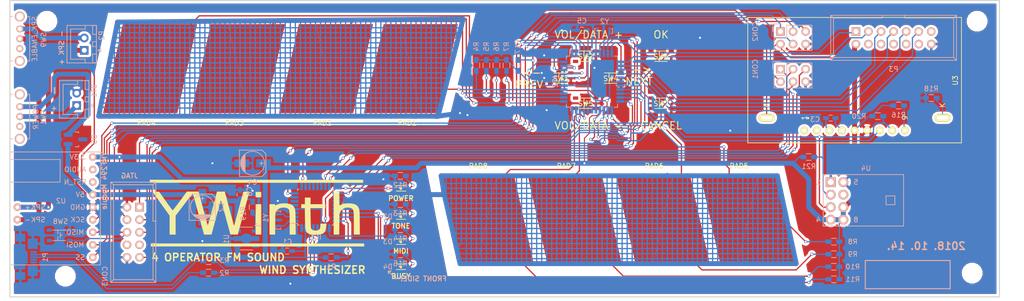
<source format=kicad_pcb>
(kicad_pcb (version 20171130) (host pcbnew "(5.1.6)-1")
  (layers (0 F.Cu signal) (31 B.Cu signal) (34 B.Paste user) (35 F.Paste user) (36 B.SilkS user) (37 F.SilkS user) (38 B.Mask user) (39 F.Mask user) (44 Edge.Cuts user))
  (net 0 "")
  (net 1 "Net-(BT1-Pad1)")
  (net 2 GND)
  (net 3 VCC)
  (net 4 +BATT)
  (net 5 "Net-(C3-Pad1)")
  (net 6 "Net-(C3-Pad2)")
  (net 7 /C_MISO)
  (net 8 /C_SCK)
  (net 9 /C_MOSI)
  (net 10 /C_RST)
  (net 11 /MISO)
  (net 12 /SCK)
  (net 13 /MOSI)
  (net 14 /RESET)
  (net 15 /TCK)
  (net 16 /TDO)
  (net 17 /TMS)
  (net 18 /TDI)
  (net 19 "Net-(D1-Pad2)")
  (net 20 "Net-(D1-Pad1)")
  (net 21 "Net-(D2-Pad2)")
  (net 22 "Net-(D2-Pad1)")
  (net 23 "Net-(D3-Pad2)")
  (net 24 "Net-(D3-Pad1)")
  (net 25 "Net-(D4-Pad2)")
  (net 26 "Net-(D4-Pad1)")
  (net 27 "Net-(D5-Pad2)")
  (net 28 "Net-(IC1-Pad1)")
  (net 29 "Net-(IC1-Pad2)")
  (net 30 /TX_MAIN)
  (net 31 /RX_MAIN)
  (net 32 "Net-(IC1-Pad29)")
  (net 33 "Net-(IC1-Pad30)")
  (net 34 "Net-(IC2-Pad7)")
  (net 35 "Net-(IC2-Pad8)")
  (net 36 /GP1)
  (net 37 /GP2)
  (net 38 /GP3)
  (net 39 /GP4)
  (net 40 /GP5)
  (net 41 /GP6)
  (net 42 /SCL)
  (net 43 /SDA)
  (net 44 /BTN5)
  (net 45 /BTN6)
  (net 46 /KEY8)
  (net 47 /KEY7)
  (net 48 /KEY6)
  (net 49 /KEY5)
  (net 50 /KEY4)
  (net 51 /KEY3)
  (net 52 /KEY2)
  (net 53 /KEY1)
  (net 54 /BTN1)
  (net 55 /BTN2)
  (net 56 /BTN3)
  (net 57 /BTN4)
  (net 58 /SS)
  (net 59 "Net-(P1-Pad3)")
  (net 60 "Net-(P1-Pad2)")
  (net 61 "Net-(P2-Pad1)")
  (net 62 "Net-(P2-Pad2)")
  (net 63 "Net-(R16-Pad2)")
  (net 64 "Net-(R18-Pad1)")
  (net 65 "Net-(R19-Pad2)")
  (net 66 "Net-(SW9-Pad2)")
  (module touchpad:TOUCHPAD_L (layer F.Cu) (at 68.58 97.79)
    (fp_text reference PAD4 (at 9 2) (layer F.SilkS))
    (fp_text value KEY4)
    (pad 1 smd trapezoid (at 6 -9) (size 7.5 18) (rect_delta 0 4) (layers F.Cu F.Paste F.Mask) (net 50 /KEY4))
    (pad 1 smd trapezoid (at 13.5 -9) (size 7.5 18) (rect_delta 0 -4) (layers F.Cu F.Paste F.Mask) (net 50 /KEY4))
  )
  (module Resistors_SMD:R_0603_HandSoldering (layer B.Cu) (at 128.905 116.205)
    (fp_text reference R13 (at 0 1.9) (layer B.SilkS) (effects (justify mirror)))
    (fp_text value 1k)
    (pad 1 smd rect (at -1.1 0) (size 1.2 0.9) (layers B.Cu B.Paste B.Mask) (net 2 GND))
    (pad 2 smd rect (at 1.1 0) (size 1.2 0.9) (layers B.Cu B.Paste B.Mask) (net 22 "Net-(D2-Pad1)"))
  )
  (module Resistors_SMD:R_0603_HandSoldering (layer B.Cu) (at 152.654 88.138 90)
    (fp_text reference R17 (at 3.81 0 90) (layer B.SilkS) (effects (justify mirror)))
    (fp_text value 100k)
    (pad 1 smd rect (at -1.1 0 90) (size 1.2 0.9) (layers B.Cu B.Paste B.Mask) (net 3 VCC))
    (pad 2 smd rect (at 1.1 0 90) (size 1.2 0.9) (layers B.Cu B.Paste B.Mask) (net 14 /RESET))
  )
  (module Capacitors_SMD:c_elec_5x5.3 (layer B.Cu) (at 88.9 116.84 90)
    (fp_text reference C2 (at 0 3.81 90) (layer B.SilkS) (effects (justify mirror)))
    (fp_text value 100uF)
    (pad 1 smd rect (at 2.19964 0 90) (size 2.99974 1.6002) (layers B.Cu B.Paste B.Mask) (net 4 +BATT))
    (pad 2 smd rect (at -2.19964 0 90) (size 2.99974 1.6002) (layers B.Cu B.Paste B.Mask) (net 2 GND))
  )
  (module Capacitors_SMD:C_0603_HandSoldering (layer B.Cu) (at 165.608 81.026 180)
    (fp_text reference C5 (at 0 1.9 180) (layer B.SilkS) (effects (justify mirror)))
    (fp_text value 0.1uF)
    (pad 1 smd rect (at -0.95 0 180) (size 1.2 0.75) (layers B.Cu B.Paste B.Mask) (net 3 VCC))
    (pad 2 smd rect (at 0.95 0 180) (size 1.2 0.75) (layers B.Cu B.Paste B.Mask) (net 2 GND))
  )
  (module Resistors_SMD:R_0603_HandSoldering (layer B.Cu) (at 128.905 126.365)
    (fp_text reference R15 (at 0 1.9 180) (layer B.SilkS) (effects (justify mirror)))
    (fp_text value 1k)
    (pad 1 smd rect (at -1.1 0) (size 1.2 0.9) (layers B.Cu B.Paste B.Mask) (net 2 GND))
    (pad 2 smd rect (at 1.1 0) (size 1.2 0.9) (layers B.Cu B.Paste B.Mask) (net 26 "Net-(D4-Pad1)"))
  )
  (module touchpad:SK-12D01-VG4 (layer B.Cu) (at 52 98.5 270)
    (fp_text reference SW1 (at 0.2 -4.8 270) (layer B.SilkS) (effects (justify mirror)))
    (fp_text value POWER (at 0 -3.25 270) (layer B.SilkS) (effects (font (thickness 0.15) italic) (justify mirror)))
    (pad 2 thru_hole circle (at 0 0 270) (size 1.4 1.4) (drill 0.8) (layers *.Cu *.Mask B.SilkS) (net 1 "Net-(BT1-Pad1)"))
    (pad 3 thru_hole circle (at 2 0 270) (size 1.4 1.4) (drill 0.8) (layers *.Cu *.Mask B.SilkS))
    (pad 1 thru_hole circle (at -2 0 270) (size 1.4 1.4) (drill 0.8) (layers *.Cu *.Mask B.SilkS) (net 27 "Net-(D5-Pad2)"))
    (pad ~ thru_hole circle (at 4.5 0 270) (size 2 2) (drill 1.4) (layers *.Cu *.Mask B.SilkS))
    (pad ~ thru_hole circle (at -4.5 0 270) (size 2 2) (drill 1.4) (layers *.Cu *.Mask B.SilkS))
  )
  (module Resistors_SMD:R_0603_HandSoldering (layer B.Cu) (at 128.905 121.285)
    (fp_text reference R14 (at 0 1.9) (layer B.SilkS) (effects (justify mirror)))
    (fp_text value 1k)
    (pad 1 smd rect (at -1.1 0) (size 1.2 0.9) (layers B.Cu B.Paste B.Mask) (net 2 GND))
    (pad 2 smd rect (at 1.1 0) (size 1.2 0.9) (layers B.Cu B.Paste B.Mask) (net 24 "Net-(D3-Pad1)"))
  )
  (module Resistors_SMD:R_0603_HandSoldering (layer B.Cu) (at 229.616 96.266)
    (fp_text reference R16 (at 0 1.9) (layer B.SilkS) (effects (justify mirror)))
    (fp_text value 100k)
    (pad 1 smd rect (at -1.1 0) (size 1.2 0.9) (layers B.Cu B.Paste B.Mask) (net 3 VCC))
    (pad 2 smd rect (at 1.1 0) (size 1.2 0.9) (layers B.Cu B.Paste B.Mask) (net 63 "Net-(R16-Pad2)"))
  )
  (module Resistors_SMD:R_0603_HandSoldering (layer B.Cu) (at 216.535 128.905 180)
    (fp_text reference R10 (at -3.81 0 180) (layer B.SilkS) (effects (justify mirror)))
    (fp_text value 1M)
    (pad 1 smd rect (at -1.1 0 180) (size 1.2 0.9) (layers B.Cu B.Paste B.Mask) (net 3 VCC))
    (pad 2 smd rect (at 1.1 0 180) (size 1.2 0.9) (layers B.Cu B.Paste B.Mask) (net 47 /KEY7))
  )
  (module Resistors_SMD:R_0603_HandSoldering (layer B.Cu) (at 146.304 88.138 270)
    (fp_text reference R5 (at -3.81 0 270) (layer B.SilkS) (effects (justify mirror)))
    (fp_text value 1M)
    (pad 1 smd rect (at -1.1 0 270) (size 1.2 0.9) (layers B.Cu B.Paste B.Mask) (net 3 VCC))
    (pad 2 smd rect (at 1.1 0 270) (size 1.2 0.9) (layers B.Cu B.Paste B.Mask) (net 52 /KEY2))
  )
  (module Resistors_SMD:R_0603_HandSoldering (layer B.Cu) (at 150.368 88.138 270)
    (fp_text reference R7 (at -3.81 0 270) (layer B.SilkS) (effects (justify mirror)))
    (fp_text value 1M)
    (pad 1 smd rect (at -1.1 0 270) (size 1.2 0.9) (layers B.Cu B.Paste B.Mask) (net 3 VCC))
    (pad 2 smd rect (at 1.1 0 270) (size 1.2 0.9) (layers B.Cu B.Paste B.Mask) (net 50 /KEY4))
  )
  (module Resistors_SMD:R_0603_HandSoldering (layer B.Cu) (at 236.22 94.742 180)
    (fp_text reference R18 (at 0 1.9 180) (layer B.SilkS) (effects (justify mirror)))
    (fp_text value 200)
    (pad 1 smd rect (at -1.1 0 180) (size 1.2 0.9) (layers B.Cu B.Paste B.Mask) (net 64 "Net-(R18-Pad1)"))
    (pad 2 smd rect (at 1.1 0 180) (size 1.2 0.9) (layers B.Cu B.Paste B.Mask) (net 2 GND))
  )
  (module Capacitors_SMD:C_0603_HandSoldering (layer B.Cu) (at 215.9 98.806)
    (fp_text reference C3 (at -3.175 0.254) (layer B.SilkS) (effects (justify mirror)))
    (fp_text value 4.7uF)
    (pad 1 smd rect (at -0.95 0) (size 1.2 0.75) (layers B.Cu B.Paste B.Mask) (net 5 "Net-(C3-Pad1)"))
    (pad 2 smd rect (at 0.95 0) (size 1.2 0.75) (layers B.Cu B.Paste B.Mask) (net 6 "Net-(C3-Pad2)"))
  )
  (module Capacitors_SMD:C_0603_HandSoldering (layer B.Cu) (at 96.52 114.3 90)
    (fp_text reference C6 (at 0.635 1.905 90) (layer B.SilkS) (effects (justify mirror)))
    (fp_text value 0.1uF)
    (pad 1 smd rect (at -0.95 0 90) (size 1.2 0.75) (layers B.Cu B.Paste B.Mask) (net 4 +BATT))
    (pad 2 smd rect (at 0.95 0 90) (size 1.2 0.75) (layers B.Cu B.Paste B.Mask) (net 2 GND))
  )
  (module LEDs:LED_0603 (layer F.Cu) (at 128.905 118.745 180)
    (fp_text reference D2 (at 2.54 0 180) (layer B.SilkS) (effects (justify mirror)))
    (fp_text value LED)
    (pad 2 smd rect (at 0.7493 0) (size 0.79756 0.79756) (layers F.Cu F.Paste F.Mask) (net 21 "Net-(D2-Pad2)"))
    (pad 1 smd rect (at -0.7493 0) (size 0.79756 0.79756) (layers F.Cu F.Paste F.Mask) (net 22 "Net-(D2-Pad1)"))
  )
  (module Resistors_SMD:R_0603_HandSoldering (layer B.Cu) (at 90.15 130.1 180)
    (fp_text reference R2 (at -3.195 -0.075 180) (layer B.SilkS) (effects (justify mirror)))
    (fp_text value 22)
    (pad 1 smd rect (at -1.1 0 180) (size 1.2 0.9) (layers B.Cu B.Paste B.Mask) (net 32 "Net-(IC1-Pad29)"))
    (pad 2 smd rect (at 1.1 0 180) (size 1.2 0.9) (layers B.Cu B.Paste B.Mask) (net 59 "Net-(P1-Pad3)"))
  )
  (module Resistors_SMD:R_0603_HandSoldering (layer B.Cu) (at 216.535 126.365 180)
    (fp_text reference R9 (at -3.81 0 180) (layer B.SilkS) (effects (justify mirror)))
    (fp_text value 1M)
    (pad 1 smd rect (at -1.1 0 180) (size 1.2 0.9) (layers B.Cu B.Paste B.Mask) (net 3 VCC))
    (pad 2 smd rect (at 1.1 0 180) (size 1.2 0.9) (layers B.Cu B.Paste B.Mask) (net 48 /KEY6))
  )
  (module touchpad:SKRPACE010 (layer F.Cu) (at 179.07 97.155)
    (fp_text reference SW7 (at 2.54 -1.27) (layer F.SilkS))
    (fp_text value SKRPACE010)
    (pad 1 smd rect (at 0.5 -2.4) (size 1.05 0.65) (layers F.Cu F.Paste F.Mask))
    (pad 2 smd rect (at 4.6 -2.4) (size 1.05 0.65) (layers F.Cu F.Paste F.Mask) (net 45 /BTN6))
    (pad 3 smd rect (at 0.5 -0.3) (size 1.05 0.65) (layers F.Cu F.Paste F.Mask))
    (pad 4 smd rect (at 4.6 -0.3) (size 1.05 0.65) (layers F.Cu F.Paste F.Mask) (net 2 GND))
  )
  (module touchpad:SKRPACE010 (layer B.Cu) (at 57.48 121.19)
    (fp_text reference SW8 (at 2.75 -1.45) (layer B.SilkS) (effects (justify mirror)))
    (fp_text value SKRPACE010)
    (pad 1 smd rect (at 0.5 2.4) (size 1.05 0.65) (layers B.Cu B.Paste B.Mask))
    (pad 2 smd rect (at 4.6 2.4) (size 1.05 0.65) (layers B.Cu B.Paste B.Mask) (net 14 /RESET))
    (pad 3 smd rect (at 0.5 0.3) (size 1.05 0.65) (layers B.Cu B.Paste B.Mask))
    (pad 4 smd rect (at 4.6 0.3) (size 1.05 0.65) (layers B.Cu B.Paste B.Mask) (net 2 GND))
  )
  (module Resistors_SMD:R_0603_HandSoldering (layer B.Cu) (at 216.535 123.825 180)
    (fp_text reference R8 (at -3.81 0 180) (layer B.SilkS) (effects (justify mirror)))
    (fp_text value 1M)
    (pad 1 smd rect (at -1.1 0 180) (size 1.2 0.9) (layers B.Cu B.Paste B.Mask) (net 3 VCC))
    (pad 2 smd rect (at 1.1 0 180) (size 1.2 0.9) (layers B.Cu B.Paste B.Mask) (net 49 /KEY5))
  )
  (module Resistors_SMD:R_0603_HandSoldering (layer B.Cu) (at 216.535 131.445 180)
    (fp_text reference R11 (at -3.81 0 180) (layer B.SilkS) (effects (justify mirror)))
    (fp_text value 1M)
    (pad 1 smd rect (at -1.1 0 180) (size 1.2 0.9) (layers B.Cu B.Paste B.Mask) (net 3 VCC))
    (pad 2 smd rect (at 1.1 0 180) (size 1.2 0.9) (layers B.Cu B.Paste B.Mask) (net 46 /KEY8))
  )
  (module Capacitors_SMD:C_0603_HandSoldering (layer B.Cu) (at 106.045 125.73 180)
    (fp_text reference C1 (at 0 1.9 180) (layer B.SilkS) (effects (justify mirror)))
    (fp_text value 0.1uF)
    (pad 1 smd rect (at -0.95 0 180) (size 1.2 0.75) (layers B.Cu B.Paste B.Mask) (net 3 VCC))
    (pad 2 smd rect (at 0.95 0 180) (size 1.2 0.75) (layers B.Cu B.Paste B.Mask) (net 2 GND))
  )
  (module Resistors_SMD:R_0603_HandSoldering (layer B.Cu) (at 90.17 127.762 180)
    (fp_text reference R3 (at -3.175 0.127 180) (layer B.SilkS) (effects (justify mirror)))
    (fp_text value 22)
    (pad 1 smd rect (at -1.1 0 180) (size 1.2 0.9) (layers B.Cu B.Paste B.Mask) (net 33 "Net-(IC1-Pad30)"))
    (pad 2 smd rect (at 1.1 0 180) (size 1.2 0.9) (layers B.Cu B.Paste B.Mask) (net 60 "Net-(P1-Pad2)"))
  )
  (module Capacitors_SMD:c_elec_5x5.3 (layer B.Cu) (at 99.06 107.95)
    (fp_text reference C4 (at 0 3.81) (layer B.SilkS) (effects (justify mirror)))
    (fp_text value 10uF)
    (pad 1 smd rect (at 2.19964 0) (size 2.99974 1.6002) (layers B.Cu B.Paste B.Mask) (net 3 VCC))
    (pad 2 smd rect (at -2.19964 0) (size 2.99974 1.6002) (layers B.Cu B.Paste B.Mask) (net 2 GND))
  )
  (module touchpad:SMD_Ceraloc (layer B.Cu) (at 104.14 120.65 90)
    (fp_text reference Y1 (at 1.6 -2.4 90) (layer B.SilkS) (effects (justify mirror)))
    (fp_text value 16MHz)
    (pad 1 smd rect (at 0 0.1 90) (size 0.5 1.5) (layers B.Cu B.Paste B.Mask) (net 28 "Net-(IC1-Pad1)"))
    (pad 2 smd rect (at 1.2 0.1 90) (size 0.5 1.5) (layers B.Cu B.Paste B.Mask) (net 2 GND))
    (pad 3 smd rect (at 2.4 0.1 90) (size 0.5 1.5) (layers B.Cu B.Paste B.Mask) (net 29 "Net-(IC1-Pad2)"))
  )
  (module touchpad:SMD_Ceraloc (layer B.Cu) (at 171.196 81.28 180)
    (fp_text reference Y2 (at 1.016 2.032 180) (layer B.SilkS) (effects (justify mirror)))
    (fp_text value 16MHZ)
    (pad 1 smd rect (at 0 0.1 180) (size 0.5 1.5) (layers B.Cu B.Paste B.Mask) (net 35 "Net-(IC2-Pad8)"))
    (pad 2 smd rect (at 1.2 0.1 180) (size 0.5 1.5) (layers B.Cu B.Paste B.Mask) (net 2 GND))
    (pad 3 smd rect (at 2.4 0.1 180) (size 0.5 1.5) (layers B.Cu B.Paste B.Mask) (net 34 "Net-(IC2-Pad7)"))
  )
  (module touchpad:SKRPACE010 (layer F.Cu) (at 163.83 87.63)
    (fp_text reference SW2 (at 2.54 -1.27) (layer F.SilkS))
    (fp_text value SKRPACE010)
    (pad 1 smd rect (at 0.5 -2.4) (size 1.05 0.65) (layers F.Cu F.Paste F.Mask))
    (pad 2 smd rect (at 4.6 -2.4) (size 1.05 0.65) (layers F.Cu F.Paste F.Mask) (net 54 /BTN1))
    (pad 3 smd rect (at 0.5 -0.3) (size 1.05 0.65) (layers F.Cu F.Paste F.Mask))
    (pad 4 smd rect (at 4.6 -0.3) (size 1.05 0.65) (layers F.Cu F.Paste F.Mask) (net 2 GND))
  )
  (module touchpad:SKRPACE010 (layer F.Cu) (at 163.83 97.155)
    (fp_text reference SW5 (at 2.54 -1.27) (layer F.SilkS))
    (fp_text value SKRPACE010)
    (pad 1 smd rect (at 0.5 -2.4) (size 1.05 0.65) (layers F.Cu F.Paste F.Mask))
    (pad 2 smd rect (at 4.6 -2.4) (size 1.05 0.65) (layers F.Cu F.Paste F.Mask) (net 57 /BTN4))
    (pad 3 smd rect (at 0.5 -0.3) (size 1.05 0.65) (layers F.Cu F.Paste F.Mask))
    (pad 4 smd rect (at 4.6 -0.3) (size 1.05 0.65) (layers F.Cu F.Paste F.Mask) (net 2 GND))
  )
  (module touchpad:SKRPACE010 (layer F.Cu) (at 168.91 92.075)
    (fp_text reference SW4 (at 2.54 -1.27) (layer F.SilkS))
    (fp_text value SKRPACE010)
    (pad 1 smd rect (at 0.5 -2.4) (size 1.05 0.65) (layers F.Cu F.Paste F.Mask))
    (pad 2 smd rect (at 4.6 -2.4) (size 1.05 0.65) (layers F.Cu F.Paste F.Mask) (net 56 /BTN3))
    (pad 3 smd rect (at 0.5 -0.3) (size 1.05 0.65) (layers F.Cu F.Paste F.Mask))
    (pad 4 smd rect (at 4.6 -0.3) (size 1.05 0.65) (layers F.Cu F.Paste F.Mask) (net 2 GND))
  )
  (module touchpad:SKRPACE010 (layer F.Cu) (at 158.75 92.075)
    (fp_text reference SW3 (at 2.54 -1.27) (layer F.SilkS))
    (fp_text value SKRPACE010)
    (pad 1 smd rect (at 0.5 -2.4) (size 1.05 0.65) (layers F.Cu F.Paste F.Mask))
    (pad 2 smd rect (at 4.6 -2.4) (size 1.05 0.65) (layers F.Cu F.Paste F.Mask) (net 55 /BTN2))
    (pad 3 smd rect (at 0.5 -0.3) (size 1.05 0.65) (layers F.Cu F.Paste F.Mask))
    (pad 4 smd rect (at 4.6 -0.3) (size 1.05 0.65) (layers F.Cu F.Paste F.Mask) (net 2 GND))
  )
  (module touchpad:SKRPACE010 (layer F.Cu) (at 179.07 87.63)
    (fp_text reference SW6 (at 2.54 -1.27) (layer F.SilkS))
    (fp_text value SKRPACE010)
    (pad 1 smd rect (at 0.5 -2.4) (size 1.05 0.65) (layers F.Cu F.Paste F.Mask))
    (pad 2 smd rect (at 4.6 -2.4) (size 1.05 0.65) (layers F.Cu F.Paste F.Mask) (net 44 /BTN5))
    (pad 3 smd rect (at 0.5 -0.3) (size 1.05 0.65) (layers F.Cu F.Paste F.Mask))
    (pad 4 smd rect (at 4.6 -0.3) (size 1.05 0.65) (layers F.Cu F.Paste F.Mask) (net 2 GND))
  )
  (module TO_SOT_Packages_SMD:SOT-23_Handsoldering (layer B.Cu) (at 63.246 103.124 90)
    (fp_text reference D5 (at 0 3.81 90) (layer B.SilkS) (effects (justify mirror)))
    (fp_text value RB411)
    (pad 1 smd rect (at -0.95 -1.50114 90) (size 0.8001 1.80086) (layers B.Cu B.Paste B.Mask) (net 4 +BATT))
    (pad 2 smd rect (at 0.95 -1.50114 90) (size 0.8001 1.80086) (layers B.Cu B.Paste B.Mask) (net 27 "Net-(D5-Pad2)"))
    (pad 3 smd rect (at 0 1.50114 90) (size 0.8001 1.80086) (layers B.Cu B.Paste B.Mask))
  )
  (module Resistors_SMD:R_0603_HandSoldering (layer B.Cu) (at 144.272 88.138 270)
    (fp_text reference R4 (at -3.81 0 270) (layer B.SilkS) (effects (justify mirror)))
    (fp_text value 1M)
    (pad 1 smd rect (at -1.1 0 270) (size 1.2 0.9) (layers B.Cu B.Paste B.Mask) (net 3 VCC))
    (pad 2 smd rect (at 1.1 0 270) (size 1.2 0.9) (layers B.Cu B.Paste B.Mask) (net 53 /KEY1))
  )
  (module TO_SOT_Packages_SMD:SOT89-5_Housing (layer B.Cu) (at 97.79 123.19 270)
    (fp_text reference U1 (at 0.14986 4.04876 270) (layer B.SilkS) (effects (justify mirror)))
    (fp_text value NJM2884)
    (pad 2 smd trapezoid (at 0 0.72644 270) (size 1.50114 0.7493) (rect_delta 0 -0.50038) (layers B.Cu B.Paste B.Mask) (net 2 GND))
    (pad 5 smd rect (at -1.50114 1.85166 270) (size 0.70104 1.50114) (layers B.Cu B.Paste B.Mask) (net 4 +BATT))
    (pad 4 smd rect (at 1.50114 1.85166 270) (size 0.70104 1.50114) (layers B.Cu B.Paste B.Mask) (net 3 VCC))
    (pad 1 smd rect (at -1.50114 -1.85166 270) (size 0.70104 1.50114) (layers B.Cu B.Paste B.Mask) (net 65 "Net-(R19-Pad2)"))
    (pad 2 smd rect (at 0 -1.85166 270) (size 1.00076 1.50114) (layers B.Cu B.Paste B.Mask) (net 2 GND))
    (pad 3 smd rect (at 1.50114 -1.85166 270) (size 0.70104 1.50114) (layers B.Cu B.Paste B.Mask))
    (pad 2 smd rect (at 0 1.85166 270) (size 1.00076 1.50114) (layers B.Cu B.Paste B.Mask) (net 2 GND))
    (pad 2 smd trapezoid (at 0 -0.72644 90) (size 1.50114 0.7493) (rect_delta 0 -0.50038) (layers B.Cu B.Paste B.Mask) (net 2 GND))
    (pad 2 smd rect (at 0 0 270) (size 1.99898 0.8001) (layers B.Cu B.Paste B.Mask) (net 2 GND))
  )
  (module touchpad:ZX62R-B-5P (layer B.Cu) (at 54.356 127 90)
    (fp_text reference P1 (at 0 2.8 90) (layer B.SilkS) (effects (justify mirror)))
    (fp_text value USB_OTG)
    (pad 5 smd rect (at -1.01 0.44 90) (size 0.4 1.35) (layers B.Cu B.Paste B.Mask) (net 2 GND))
    (pad 4 smd rect (at -0.49 0.44 90) (size 0.4 1.35) (layers B.Cu B.Paste B.Mask))
    (pad 3 smd rect (at 0.02 0.43 90) (size 0.4 1.35) (layers B.Cu B.Paste B.Mask) (net 59 "Net-(P1-Pad3)"))
    (pad 2 smd rect (at 0.55 0.44 90) (size 0.4 1.35) (layers B.Cu B.Paste B.Mask) (net 60 "Net-(P1-Pad2)"))
    (pad 1 smd rect (at 1.07 0.43 90) (size 0.4 1.35) (layers B.Cu B.Paste B.Mask))
    (pad 6 smd rect (at 2.75 0.25 90) (size 2.1 2) (layers B.Cu B.Paste B.Mask) (net 2 GND))
    (pad 6 smd rect (at -2.75 0.25 90) (size 2.1 2) (layers B.Cu B.Paste B.Mask) (net 2 GND))
    (pad 6 smd rect (at -3.75 -2.25 90) (size 1.6 2) (layers B.Cu B.Paste B.Mask) (net 2 GND))
    (pad 6 smd rect (at 4 -2.25 90) (size 1.6 2) (layers B.Cu B.Paste B.Mask) (net 2 GND))
  )
  (module LEDs:LED_0603 (layer F.Cu) (at 128.905 123.825 180)
    (fp_text reference D3 (at 2.54 0 180) (layer B.SilkS) (effects (justify mirror)))
    (fp_text value LED)
    (pad 2 smd rect (at 0.7493 0) (size 0.79756 0.79756) (layers F.Cu F.Paste F.Mask) (net 23 "Net-(D3-Pad2)"))
    (pad 1 smd rect (at -0.7493 0) (size 0.79756 0.79756) (layers F.Cu F.Paste F.Mask) (net 24 "Net-(D3-Pad1)"))
  )
  (module LEDs:LED_0603 (layer F.Cu) (at 128.905 113.03 180)
    (fp_text reference D1 (at 2.413 0 180) (layer B.SilkS) (effects (justify mirror)))
    (fp_text value LED)
    (pad 2 smd rect (at 0.7493 0) (size 0.79756 0.79756) (layers F.Cu F.Paste F.Mask) (net 19 "Net-(D1-Pad2)"))
    (pad 1 smd rect (at -0.7493 0) (size 0.79756 0.79756) (layers F.Cu F.Paste F.Mask) (net 20 "Net-(D1-Pad1)"))
  )
  (module Resistors_SMD:R_0603_HandSoldering (layer B.Cu) (at 128.905 110.49)
    (fp_text reference R12 (at 0 1.9) (layer B.SilkS) (effects (justify mirror)))
    (fp_text value 1k)
    (pad 1 smd rect (at -1.1 0) (size 1.2 0.9) (layers B.Cu B.Paste B.Mask) (net 2 GND))
    (pad 2 smd rect (at 1.1 0) (size 1.2 0.9) (layers B.Cu B.Paste B.Mask) (net 20 "Net-(D1-Pad1)"))
  )
  (module LEDs:LED_0603 (layer F.Cu) (at 128.905 128.905 180)
    (fp_text reference D4 (at 2.54 0 180) (layer B.SilkS) (effects (justify mirror)))
    (fp_text value LED)
    (pad 2 smd rect (at 0.7493 0) (size 0.79756 0.79756) (layers F.Cu F.Paste F.Mask) (net 25 "Net-(D4-Pad2)"))
    (pad 1 smd rect (at -0.7493 0) (size 0.79756 0.79756) (layers F.Cu F.Paste F.Mask) (net 26 "Net-(D4-Pad1)"))
  )
  (module Resistors_SMD:R_0603_HandSoldering (layer B.Cu) (at 99.06 116.84 270)
    (fp_text reference R19 (at 1.27 1.905 270) (layer B.SilkS) (effects (justify mirror)))
    (fp_text value 10k)
    (pad 1 smd rect (at -1.1 0 270) (size 1.2 0.9) (layers B.Cu B.Paste B.Mask) (net 4 +BATT))
    (pad 2 smd rect (at 1.1 0 270) (size 1.2 0.9) (layers B.Cu B.Paste B.Mask) (net 65 "Net-(R19-Pad2)"))
  )
  (module Connectors_JST:JST_XH_B02B-XH-A_02x2.50mm_Straight (layer B.Cu) (at 65.024 85.09 90)
    (fp_text reference P2 (at 3 3.5 90) (layer B.SilkS) (effects (justify mirror)))
    (fp_text value SPEAKER)
    (pad 1 thru_hole rect (at 0 0 90) (size 1.75 1.75) (drill 1) (layers *.Cu *.Mask) (net 61 "Net-(P2-Pad1)"))
    (pad 2 thru_hole circle (at 2.5 0 90) (size 1.75 1.75) (drill 1) (layers *.Cu *.Mask) (net 62 "Net-(P2-Pad2)"))
  )
  (module Resistors_SMD:R_0603_HandSoldering (layer B.Cu) (at 114.935 127)
    (fp_text reference R1 (at 0 1.9) (layer B.SilkS) (effects (justify mirror)))
    (fp_text value 100k)
    (pad 1 smd rect (at -1.1 0) (size 1.2 0.9) (layers B.Cu B.Paste B.Mask) (net 3 VCC))
    (pad 2 smd rect (at 1.1 0) (size 1.2 0.9) (layers B.Cu B.Paste B.Mask) (net 10 /C_RST))
  )
  (module Resistors_SMD:R_0603_HandSoldering (layer B.Cu) (at 148.336 88.138 270)
    (fp_text reference R6 (at -3.81 0 270) (layer B.SilkS) (effects (justify mirror)))
    (fp_text value 1M)
    (pad 1 smd rect (at -1.1 0 270) (size 1.2 0.9) (layers B.Cu B.Paste B.Mask) (net 3 VCC))
    (pad 2 smd rect (at 1.1 0 270) (size 1.2 0.9) (layers B.Cu B.Paste B.Mask) (net 51 /KEY3))
  )
  (module Connectors_JST:JST_XH_B02B-XH-A_02x2.50mm_Straight (layer B.Cu) (at 63.5 96.266 90)
    (fp_text reference BT1 (at 3 3.5 90) (layer B.SilkS) (effects (justify mirror)))
    (fp_text value BATT_AAx4)
    (pad 1 thru_hole rect (at 0 0 90) (size 1.75 1.75) (drill 1) (layers *.Cu *.Mask) (net 1 "Net-(BT1-Pad1)"))
    (pad 2 thru_hole circle (at 2.5 0 90) (size 1.75 1.75) (drill 1) (layers *.Cu *.Mask) (net 2 GND))
  )
  (module Pin_Headers:Pin_Header_Straight_2x03 (layer B.Cu) (at 205.74 88.9 270)
    (fp_text reference CON1 (at 0 5.1 270) (layer B.SilkS) (effects (justify mirror)))
    (fp_text value ISP_COMM)
    (pad 1 thru_hole rect (at 0 0 270) (size 1.7272 1.7272) (drill 1.016) (layers *.Cu *.Mask B.SilkS) (net 7 /C_MISO))
    (pad 2 thru_hole oval (at 2.54 0 270) (size 1.7272 1.7272) (drill 1.016) (layers *.Cu *.Mask B.SilkS) (net 3 VCC))
    (pad 3 thru_hole oval (at 0 -2.54 270) (size 1.7272 1.7272) (drill 1.016) (layers *.Cu *.Mask B.SilkS) (net 8 /C_SCK))
    (pad 4 thru_hole oval (at 2.54 -2.54 270) (size 1.7272 1.7272) (drill 1.016) (layers *.Cu *.Mask B.SilkS) (net 9 /C_MOSI))
    (pad 5 thru_hole oval (at 0 -5.08 270) (size 1.7272 1.7272) (drill 1.016) (layers *.Cu *.Mask B.SilkS) (net 10 /C_RST))
    (pad 6 thru_hole oval (at 2.54 -5.08 270) (size 1.7272 1.7272) (drill 1.016) (layers *.Cu *.Mask B.SilkS) (net 2 GND))
  )
  (module Pin_Headers:Pin_Header_Straight_2x03 (layer B.Cu) (at 205.74 81.28 270)
    (fp_text reference CON2 (at 0 5.1 270) (layer B.SilkS) (effects (justify mirror)))
    (fp_text value ISP_MAIN)
    (pad 1 thru_hole rect (at 0 0 270) (size 1.7272 1.7272) (drill 1.016) (layers *.Cu *.Mask B.SilkS) (net 11 /MISO))
    (pad 2 thru_hole oval (at 2.54 0 270) (size 1.7272 1.7272) (drill 1.016) (layers *.Cu *.Mask B.SilkS) (net 3 VCC))
    (pad 3 thru_hole oval (at 0 -2.54 270) (size 1.7272 1.7272) (drill 1.016) (layers *.Cu *.Mask B.SilkS) (net 12 /SCK))
    (pad 4 thru_hole oval (at 2.54 -2.54 270) (size 1.7272 1.7272) (drill 1.016) (layers *.Cu *.Mask B.SilkS) (net 13 /MOSI))
    (pad 5 thru_hole oval (at 0 -5.08 270) (size 1.7272 1.7272) (drill 1.016) (layers *.Cu *.Mask B.SilkS) (net 14 /RESET))
    (pad 6 thru_hole oval (at 2.54 -5.08 270) (size 1.7272 1.7272) (drill 1.016) (layers *.Cu *.Mask B.SilkS) (net 2 GND))
  )
  (module Connect:IDC_Header_Straight_10pins (layer B.Cu) (at 76.2 116.84 270)
    (fp_text reference CON3 (at 13.97 6.985 270) (layer B.SilkS) (effects (justify mirror)))
    (fp_text value JTAG)
    (pad 1 thru_hole rect (at 0 0 270) (size 1.7272 1.7272) (drill 1.016) (layers *.Cu *.Mask B.SilkS) (net 15 /TCK))
    (pad 2 thru_hole oval (at 0 2.54 270) (size 1.7272 1.7272) (drill 1.016) (layers *.Cu *.Mask B.SilkS) (net 2 GND))
    (pad 3 thru_hole oval (at 2.54 0 270) (size 1.7272 1.7272) (drill 1.016) (layers *.Cu *.Mask B.SilkS) (net 16 /TDO))
    (pad 4 thru_hole oval (at 2.54 2.54 270) (size 1.7272 1.7272) (drill 1.016) (layers *.Cu *.Mask B.SilkS) (net 3 VCC))
    (pad 5 thru_hole oval (at 5.08 0 270) (size 1.7272 1.7272) (drill 1.016) (layers *.Cu *.Mask B.SilkS) (net 17 /TMS))
    (pad 6 thru_hole oval (at 5.08 2.54 270) (size 1.7272 1.7272) (drill 1.016) (layers *.Cu *.Mask B.SilkS) (net 14 /RESET))
    (pad 7 thru_hole oval (at 7.62 0 270) (size 1.7272 1.7272) (drill 1.016) (layers *.Cu *.Mask B.SilkS))
    (pad 8 thru_hole oval (at 7.62 2.54 270) (size 1.7272 1.7272) (drill 1.016) (layers *.Cu *.Mask B.SilkS))
    (pad 9 thru_hole oval (at 10.16 0 270) (size 1.7272 1.7272) (drill 1.016) (layers *.Cu *.Mask B.SilkS) (net 18 /TDI))
    (pad 10 thru_hole oval (at 10.16 2.54 270) (size 1.7272 1.7272) (drill 1.016) (layers *.Cu *.Mask B.SilkS) (net 2 GND))
  )
  (module Housings_QFP:TQFP-32_7x7mm_Pitch0.8mm (layer B.Cu) (at 111.76 116.84)
    (fp_text reference IC1 (at 0 6.05) (layer B.SilkS) (effects (justify mirror)))
    (fp_text value ATMEGA32U2)
    (pad 1 smd rect (at -4.25 2.8) (size 1.6 0.55) (layers B.Cu B.Paste B.Mask) (net 28 "Net-(IC1-Pad1)"))
    (pad 2 smd rect (at -4.25 2) (size 1.6 0.55) (layers B.Cu B.Paste B.Mask) (net 29 "Net-(IC1-Pad2)"))
    (pad 3 smd rect (at -4.25 1.2) (size 1.6 0.55) (layers B.Cu B.Paste B.Mask) (net 2 GND))
    (pad 4 smd rect (at -4.25 0.4) (size 1.6 0.55) (layers B.Cu B.Paste B.Mask) (net 3 VCC))
    (pad 5 smd rect (at -4.25 -0.4) (size 1.6 0.55) (layers B.Cu B.Paste B.Mask))
    (pad 6 smd rect (at -4.25 -1.2) (size 1.6 0.55) (layers B.Cu B.Paste B.Mask))
    (pad 7 smd rect (at -4.25 -2) (size 1.6 0.55) (layers B.Cu B.Paste B.Mask))
    (pad 8 smd rect (at -4.25 -2.8) (size 1.6 0.55) (layers B.Cu B.Paste B.Mask) (net 30 /TX_MAIN))
    (pad 9 smd rect (at -2.8 -4.25 270) (size 1.6 0.55) (layers B.Cu B.Paste B.Mask) (net 31 /RX_MAIN))
    (pad 10 smd rect (at -2 -4.25 270) (size 1.6 0.55) (layers B.Cu B.Paste B.Mask))
    (pad 11 smd rect (at -1.2 -4.25 270) (size 1.6 0.55) (layers B.Cu B.Paste B.Mask))
    (pad 12 smd rect (at -0.4 -4.25 270) (size 1.6 0.55) (layers B.Cu B.Paste B.Mask))
    (pad 13 smd rect (at 0.4 -4.25 270) (size 1.6 0.55) (layers B.Cu B.Paste B.Mask))
    (pad 14 smd rect (at 1.2 -4.25 270) (size 1.6 0.55) (layers B.Cu B.Paste B.Mask))
    (pad 15 smd rect (at 2 -4.25 270) (size 1.6 0.55) (layers B.Cu B.Paste B.Mask) (net 8 /C_SCK))
    (pad 16 smd rect (at 2.8 -4.25 270) (size 1.6 0.55) (layers B.Cu B.Paste B.Mask) (net 9 /C_MOSI))
    (pad 17 smd rect (at 4.25 -2.8) (size 1.6 0.55) (layers B.Cu B.Paste B.Mask) (net 7 /C_MISO))
    (pad 18 smd rect (at 4.25 -2) (size 1.6 0.55) (layers B.Cu B.Paste B.Mask))
    (pad 19 smd rect (at 4.25 -1.2) (size 1.6 0.55) (layers B.Cu B.Paste B.Mask))
    (pad 20 smd rect (at 4.25 -0.4) (size 1.6 0.55) (layers B.Cu B.Paste B.Mask))
    (pad 21 smd rect (at 4.25 0.4) (size 1.6 0.55) (layers B.Cu B.Paste B.Mask))
    (pad 22 smd rect (at 4.25 1.2) (size 1.6 0.55) (layers B.Cu B.Paste B.Mask) (net 25 "Net-(D4-Pad2)"))
    (pad 23 smd rect (at 4.25 2) (size 1.6 0.55) (layers B.Cu B.Paste B.Mask) (net 23 "Net-(D3-Pad2)"))
    (pad 24 smd rect (at 4.25 2.8) (size 1.6 0.55) (layers B.Cu B.Paste B.Mask) (net 10 /C_RST))
    (pad 25 smd rect (at 2.8 4.25 270) (size 1.6 0.55) (layers B.Cu B.Paste B.Mask) (net 21 "Net-(D2-Pad2)"))
    (pad 26 smd rect (at 2 4.25 270) (size 1.6 0.55) (layers B.Cu B.Paste B.Mask) (net 19 "Net-(D1-Pad2)"))
    (pad 27 smd rect (at 1.2 4.25 270) (size 1.6 0.55) (layers B.Cu B.Paste B.Mask) (net 3 VCC))
    (pad 28 smd rect (at 0.4 4.25 270) (size 1.6 0.55) (layers B.Cu B.Paste B.Mask) (net 2 GND))
    (pad 29 smd rect (at -0.4 4.25 270) (size 1.6 0.55) (layers B.Cu B.Paste B.Mask) (net 32 "Net-(IC1-Pad29)"))
    (pad 30 smd rect (at -1.2 4.25 270) (size 1.6 0.55) (layers B.Cu B.Paste B.Mask) (net 33 "Net-(IC1-Pad30)"))
    (pad 31 smd rect (at -2 4.25 270) (size 1.6 0.55) (layers B.Cu B.Paste B.Mask) (net 3 VCC))
    (pad 32 smd rect (at -2.8 4.25 270) (size 1.6 0.55) (layers B.Cu B.Paste B.Mask) (net 3 VCC))
  )
  (module Housings_QFP:TQFP-44_10x10mm_Pitch0.8mm (layer B.Cu) (at 167.64 91.44 270)
    (fp_text reference IC2 (at 0 7.45 270) (layer B.SilkS) (effects (justify mirror)))
    (fp_text value ATMEGA1284P-A)
    (pad 1 smd rect (at -5.7 4 270) (size 1.5 0.55) (layers B.Cu B.Paste B.Mask) (net 13 /MOSI))
    (pad 2 smd rect (at -5.7 3.2 270) (size 1.5 0.55) (layers B.Cu B.Paste B.Mask) (net 11 /MISO))
    (pad 3 smd rect (at -5.7 2.4 270) (size 1.5 0.55) (layers B.Cu B.Paste B.Mask) (net 12 /SCK))
    (pad 4 smd rect (at -5.7 1.6 270) (size 1.5 0.55) (layers B.Cu B.Paste B.Mask) (net 14 /RESET))
    (pad 5 smd rect (at -5.7 0.8 270) (size 1.5 0.55) (layers B.Cu B.Paste B.Mask) (net 3 VCC))
    (pad 6 smd rect (at -5.7 0 270) (size 1.5 0.55) (layers B.Cu B.Paste B.Mask) (net 2 GND))
    (pad 7 smd rect (at -5.7 -0.8 270) (size 1.5 0.55) (layers B.Cu B.Paste B.Mask) (net 34 "Net-(IC2-Pad7)"))
    (pad 8 smd rect (at -5.7 -1.6 270) (size 1.5 0.55) (layers B.Cu B.Paste B.Mask) (net 35 "Net-(IC2-Pad8)"))
    (pad 9 smd rect (at -5.7 -2.4 270) (size 1.5 0.55) (layers B.Cu B.Paste B.Mask) (net 31 /RX_MAIN))
    (pad 10 smd rect (at -5.7 -3.2 270) (size 1.5 0.55) (layers B.Cu B.Paste B.Mask) (net 30 /TX_MAIN))
    (pad 11 smd rect (at -5.7 -4 270) (size 1.5 0.55) (layers B.Cu B.Paste B.Mask) (net 36 /GP1))
    (pad 12 smd rect (at -4 -5.7 180) (size 1.5 0.55) (layers B.Cu B.Paste B.Mask) (net 37 /GP2))
    (pad 13 smd rect (at -3.2 -5.7 180) (size 1.5 0.55) (layers B.Cu B.Paste B.Mask) (net 38 /GP3))
    (pad 14 smd rect (at -2.4 -5.7 180) (size 1.5 0.55) (layers B.Cu B.Paste B.Mask) (net 39 /GP4))
    (pad 15 smd rect (at -1.6 -5.7 180) (size 1.5 0.55) (layers B.Cu B.Paste B.Mask) (net 40 /GP5))
    (pad 16 smd rect (at -0.8 -5.7 180) (size 1.5 0.55) (layers B.Cu B.Paste B.Mask) (net 41 /GP6))
    (pad 17 smd rect (at 0 -5.7 180) (size 1.5 0.55) (layers B.Cu B.Paste B.Mask) (net 3 VCC))
    (pad 18 smd rect (at 0.8 -5.7 180) (size 1.5 0.55) (layers B.Cu B.Paste B.Mask) (net 2 GND))
    (pad 19 smd rect (at 1.6 -5.7 180) (size 1.5 0.55) (layers B.Cu B.Paste B.Mask) (net 42 /SCL))
    (pad 20 smd rect (at 2.4 -5.7 180) (size 1.5 0.55) (layers B.Cu B.Paste B.Mask) (net 43 /SDA))
    (pad 21 smd rect (at 3.2 -5.7 180) (size 1.5 0.55) (layers B.Cu B.Paste B.Mask) (net 15 /TCK))
    (pad 22 smd rect (at 4 -5.7 180) (size 1.5 0.55) (layers B.Cu B.Paste B.Mask) (net 17 /TMS))
    (pad 23 smd rect (at 5.7 -4 270) (size 1.5 0.55) (layers B.Cu B.Paste B.Mask) (net 16 /TDO))
    (pad 24 smd rect (at 5.7 -3.2 270) (size 1.5 0.55) (layers B.Cu B.Paste B.Mask) (net 18 /TDI))
    (pad 25 smd rect (at 5.7 -2.4 270) (size 1.5 0.55) (layers B.Cu B.Paste B.Mask) (net 44 /BTN5))
    (pad 26 smd rect (at 5.7 -1.6 270) (size 1.5 0.55) (layers B.Cu B.Paste B.Mask) (net 45 /BTN6))
    (pad 27 smd rect (at 5.7 -0.8 270) (size 1.5 0.55) (layers B.Cu B.Paste B.Mask) (net 3 VCC))
    (pad 28 smd rect (at 5.7 0 270) (size 1.5 0.55) (layers B.Cu B.Paste B.Mask) (net 2 GND))
    (pad 29 smd rect (at 5.7 0.8 270) (size 1.5 0.55) (layers B.Cu B.Paste B.Mask))
    (pad 30 smd rect (at 5.7 1.6 270) (size 1.5 0.55) (layers B.Cu B.Paste B.Mask) (net 46 /KEY8))
    (pad 31 smd rect (at 5.7 2.4 270) (size 1.5 0.55) (layers B.Cu B.Paste B.Mask) (net 47 /KEY7))
    (pad 32 smd rect (at 5.7 3.2 270) (size 1.5 0.55) (layers B.Cu B.Paste B.Mask) (net 48 /KEY6))
    (pad 33 smd rect (at 5.7 4 270) (size 1.5 0.55) (layers B.Cu B.Paste B.Mask) (net 49 /KEY5))
    (pad 34 smd rect (at 4 5.7 180) (size 1.5 0.55) (layers B.Cu B.Paste B.Mask) (net 50 /KEY4))
    (pad 35 smd rect (at 3.2 5.7 180) (size 1.5 0.55) (layers B.Cu B.Paste B.Mask) (net 51 /KEY3))
    (pad 36 smd rect (at 2.4 5.7 180) (size 1.5 0.55) (layers B.Cu B.Paste B.Mask) (net 52 /KEY2))
    (pad 37 smd rect (at 1.6 5.7 180) (size 1.5 0.55) (layers B.Cu B.Paste B.Mask) (net 53 /KEY1))
    (pad 38 smd rect (at 0.8 5.7 180) (size 1.5 0.55) (layers B.Cu B.Paste B.Mask) (net 3 VCC))
    (pad 39 smd rect (at 0 5.7 180) (size 1.5 0.55) (layers B.Cu B.Paste B.Mask) (net 2 GND))
    (pad 40 smd rect (at -0.8 5.7 180) (size 1.5 0.55) (layers B.Cu B.Paste B.Mask) (net 54 /BTN1))
    (pad 41 smd rect (at -1.6 5.7 180) (size 1.5 0.55) (layers B.Cu B.Paste B.Mask) (net 55 /BTN2))
    (pad 42 smd rect (at -2.4 5.7 180) (size 1.5 0.55) (layers B.Cu B.Paste B.Mask) (net 56 /BTN3))
    (pad 43 smd rect (at -3.2 5.7 180) (size 1.5 0.55) (layers B.Cu B.Paste B.Mask) (net 57 /BTN4))
    (pad 44 smd rect (at -4 5.7 180) (size 1.5 0.55) (layers B.Cu B.Paste B.Mask) (net 58 /SS))
  )
  (module Connect:IDC_Header_Straight_14pins (layer B.Cu) (at 220.98 81.28)
    (fp_text reference P3 (at 7.62 7.62) (layer B.SilkS) (effects (justify mirror)))
    (fp_text value CONN_02X07)
    (pad 1 thru_hole rect (at 0 0) (size 1.7272 1.7272) (drill 1.016) (layers *.Cu *.Mask B.SilkS) (net 36 /GP1))
    (pad 2 thru_hole oval (at 0 2.54) (size 1.7272 1.7272) (drill 1.016) (layers *.Cu *.Mask B.SilkS) (net 3 VCC))
    (pad 3 thru_hole oval (at 2.54 0) (size 1.7272 1.7272) (drill 1.016) (layers *.Cu *.Mask B.SilkS) (net 37 /GP2))
    (pad 4 thru_hole oval (at 2.54 2.54) (size 1.7272 1.7272) (drill 1.016) (layers *.Cu *.Mask B.SilkS))
    (pad 5 thru_hole oval (at 5.08 0) (size 1.7272 1.7272) (drill 1.016) (layers *.Cu *.Mask B.SilkS) (net 38 /GP3))
    (pad 6 thru_hole oval (at 5.08 2.54) (size 1.7272 1.7272) (drill 1.016) (layers *.Cu *.Mask B.SilkS))
    (pad 7 thru_hole oval (at 7.62 0) (size 1.7272 1.7272) (drill 1.016) (layers *.Cu *.Mask B.SilkS) (net 39 /GP4))
    (pad 8 thru_hole oval (at 7.62 2.54) (size 1.7272 1.7272) (drill 1.016) (layers *.Cu *.Mask B.SilkS))
    (pad 9 thru_hole oval (at 10.16 0) (size 1.7272 1.7272) (drill 1.016) (layers *.Cu *.Mask B.SilkS) (net 40 /GP5))
    (pad 10 thru_hole oval (at 10.16 2.54) (size 1.7272 1.7272) (drill 1.016) (layers *.Cu *.Mask B.SilkS))
    (pad 11 thru_hole oval (at 12.7 0) (size 1.7272 1.7272) (drill 1.016) (layers *.Cu *.Mask B.SilkS) (net 41 /GP6))
    (pad 12 thru_hole oval (at 12.7 2.54) (size 1.7272 1.7272) (drill 1.016) (layers *.Cu *.Mask B.SilkS))
    (pad 13 thru_hole oval (at 15.24 0) (size 1.7272 1.7272) (drill 1.016) (layers *.Cu *.Mask B.SilkS))
    (pad 14 thru_hole oval (at 15.24 2.54) (size 1.7272 1.7272) (drill 1.016) (layers *.Cu *.Mask B.SilkS) (net 2 GND))
  )
  (module touchpad:TOUCHPAD_L (layer F.Cu) (at 121.285 97.79)
    (fp_text reference PAD1 (at 9 2) (layer F.SilkS))
    (fp_text value KEY1)
    (pad 1 smd trapezoid (at 6 -9) (size 7.5 18) (rect_delta 0 4) (layers F.Cu F.Paste F.Mask) (net 53 /KEY1))
    (pad 1 smd trapezoid (at 13.5 -9) (size 7.5 18) (rect_delta 0 -4) (layers F.Cu F.Paste F.Mask) (net 53 /KEY1))
  )
  (module touchpad:TOUCHPAD_L (layer F.Cu) (at 104.14 97.79)
    (fp_text reference PAD2 (at 9 2) (layer F.SilkS))
    (fp_text value KEY2)
    (pad 1 smd trapezoid (at 6 -9) (size 7.5 18) (rect_delta 0 4) (layers F.Cu F.Paste F.Mask) (net 52 /KEY2))
    (pad 1 smd trapezoid (at 13.5 -9) (size 7.5 18) (rect_delta 0 -4) (layers F.Cu F.Paste F.Mask) (net 52 /KEY2))
  )
  (module touchpad:TOUCHPAD_L (layer F.Cu) (at 86.36 97.79)
    (fp_text reference PAD3 (at 9 2) (layer F.SilkS))
    (fp_text value KEY3)
    (pad 1 smd trapezoid (at 6 -9) (size 7.5 18) (rect_delta 0 4) (layers F.Cu F.Paste F.Mask) (net 51 /KEY3))
    (pad 1 smd trapezoid (at 13.5 -9) (size 7.5 18) (rect_delta 0 -4) (layers F.Cu F.Paste F.Mask) (net 51 /KEY3))
  )
  (module touchpad:TOUCHPAD_R (layer F.Cu) (at 189.865 110.49 180)
    (fp_text reference PAD5 (at -7.5 2 180) (layer F.SilkS))
    (fp_text value KEY5)
    (pad 1 smd trapezoid (at -5.5 -9 180) (size 7.5 18) (rect_delta 0 4) (layers F.Cu F.Paste F.Mask) (net 49 /KEY5))
    (pad 1 smd trapezoid (at -13 -9 180) (size 7.5 18) (rect_delta 0 -4) (layers F.Cu F.Paste F.Mask) (net 49 /KEY5))
  )
  (module touchpad:TOUCHPAD_R (layer F.Cu) (at 172.72 110.49 180)
    (fp_text reference PAD6 (at -7.5 2 180) (layer F.SilkS))
    (fp_text value KEY6)
    (pad 1 smd trapezoid (at -5.5 -9 180) (size 7.5 18) (rect_delta 0 4) (layers F.Cu F.Paste F.Mask) (net 48 /KEY6))
    (pad 1 smd trapezoid (at -13 -9 180) (size 7.5 18) (rect_delta 0 -4) (layers F.Cu F.Paste F.Mask) (net 48 /KEY6))
  )
  (module touchpad:TOUCHPAD_R (layer F.Cu) (at 154.94 110.49 180)
    (fp_text reference PAD7 (at -7.5 2 180) (layer F.SilkS))
    (fp_text value KEY7)
    (pad 1 smd trapezoid (at -5.5 -9 180) (size 7.5 18) (rect_delta 0 4) (layers F.Cu F.Paste F.Mask) (net 47 /KEY7))
    (pad 1 smd trapezoid (at -13 -9 180) (size 7.5 18) (rect_delta 0 -4) (layers F.Cu F.Paste F.Mask) (net 47 /KEY7))
  )
  (module touchpad:TOUCHPAD_R (layer F.Cu) (at 137.16 110.49 180)
    (fp_text reference PAD8 (at -7.5 2 180) (layer F.SilkS))
    (fp_text value KEY8)
    (pad 1 smd trapezoid (at -5.5 -9 180) (size 7.5 18) (rect_delta 0 4) (layers F.Cu F.Paste F.Mask) (net 46 /KEY8))
    (pad 1 smd trapezoid (at -13 -9 180) (size 7.5 18) (rect_delta 0 -4) (layers F.Cu F.Paste F.Mask) (net 46 /KEY8))
  )
  (module touchpad:SK-12D01-VG4 (layer B.Cu) (at 52 82.75 270)
    (fp_text reference SW9 (at 0.2 -4.8 270) (layer B.SilkS) (effects (justify mirror)))
    (fp_text value SPK_ENABLE (at 0 -3 270) (layer B.SilkS) (effects (font (thickness 0.15) italic) (justify mirror)))
    (pad 2 thru_hole circle (at 0 0 270) (size 1.4 1.4) (drill 0.8) (layers *.Cu *.Mask B.SilkS) (net 66 "Net-(SW9-Pad2)"))
    (pad 3 thru_hole circle (at 2 0 270) (size 1.4 1.4) (drill 0.8) (layers *.Cu *.Mask B.SilkS))
    (pad 1 thru_hole circle (at -2 0 270) (size 1.4 1.4) (drill 0.8) (layers *.Cu *.Mask B.SilkS) (net 62 "Net-(P2-Pad2)"))
    (pad ~ thru_hole circle (at 4.5 0 270) (size 2 2) (drill 1.4) (layers *.Cu *.Mask B.SilkS))
    (pad ~ thru_hole circle (at -4.5 0 270) (size 2 2) (drill 1.4) (layers *.Cu *.Mask B.SilkS))
  )
  (module touchpad:YMF825 (layer B.Cu) (at 66.75 127 180)
    (fp_text reference U2 (at 6.425 11.43 180) (layer B.SilkS) (effects (justify mirror)))
    (fp_text value YMF825Board)
    (fp_text user SPK- (at 11.684 7.62 180) (layer B.SilkS) (effects (justify mirror)))
    (fp_text user SPK+ (at 11.684 10.16 180) (layer B.SilkS) (effects (justify mirror)))
    (fp_text user SS (at 2.54 0 180) (layer B.SilkS) (effects (justify mirror)))
    (fp_text user MOSI (at 3.556 2.54 180) (layer B.SilkS) (effects (justify mirror)))
    (fp_text user MISO (at 3.556 5.08 180) (layer B.SilkS) (effects (justify mirror)))
    (fp_text user SCK (at 3.048 7.62 180) (layer B.SilkS) (effects (justify mirror)))
    (fp_text user GND (at 3.048 10.16 180) (layer B.SilkS) (effects (justify mirror)))
    (fp_text user 5V (at 2.54 12.7 180) (layer B.SilkS) (effects (justify mirror)))
    (fp_text user RST_N (at 3.556 15.24 180) (layer B.SilkS) (effects (justify mirror)))
    (fp_text user AUDIO (at 3.556 17.78 180) (layer B.SilkS) (effects (justify mirror)))
    (fp_text user 3.3V (at 3.048 20.32 180) (layer B.SilkS) (effects (justify mirror)))
    (pad 10 thru_hole circle (at 15.24 10.16 180) (size 1.524 1.524) (drill 0.762) (layers *.Cu *.Mask B.SilkS) (net 61 "Net-(P2-Pad1)"))
    (pad 11 thru_hole circle (at 15.24 7.62 180) (size 1.524 1.524) (drill 0.762) (layers *.Cu *.Mask B.SilkS) (net 66 "Net-(SW9-Pad2)"))
    (pad 1 thru_hole circle (at 0 0 180) (size 1.524 1.524) (drill 0.762) (layers *.Cu *.Mask B.SilkS) (net 58 /SS))
    (pad 2 thru_hole circle (at 0 2.54 180) (size 1.524 1.524) (drill 0.762) (layers *.Cu *.Mask B.SilkS) (net 13 /MOSI))
    (pad 3 thru_hole circle (at 0 5.08 180) (size 1.524 1.524) (drill 0.762) (layers *.Cu *.Mask B.SilkS) (net 11 /MISO))
    (pad 4 thru_hole circle (at 0 7.62 180) (size 1.524 1.524) (drill 0.762) (layers *.Cu *.Mask B.SilkS) (net 12 /SCK))
    (pad 5 thru_hole circle (at 0 10.16 180) (size 1.524 1.524) (drill 0.762) (layers *.Cu *.Mask B.SilkS) (net 2 GND))
    (pad 6 thru_hole circle (at 0 12.7 180) (size 1.524 1.524) (drill 0.762) (layers *.Cu *.Mask B.SilkS) (net 4 +BATT))
    (pad 7 thru_hole circle (at 0 15.24 180) (size 1.524 1.524) (drill 0.762) (layers *.Cu *.Mask B.SilkS))
    (pad 8 thru_hole circle (at 0 17.78 180) (size 1.524 1.524) (drill 0.762) (layers *.Cu *.Mask B.SilkS))
    (pad 9 thru_hole circle (at 0 20.32 180) (size 1.524 1.524) (drill 0.762) (layers *.Cu *.Mask B.SilkS) (net 3 VCC))
  )
  (module touchpad:AQM1602 (layer F.Cu) (at 220.72 103.83 90)
    (fp_text reference U3 (at 12.64 20.36 90) (layer F.SilkS))
    (fp_text value AQM1602Y)
    (fp_text user 9 (at 5.08 10.16 90) (layer F.SilkS))
    (fp_text user 1 (at 5.08 -10.16 90) (layer F.SilkS))
    (fp_text user K (at 7.62 17.78 90) (layer F.SilkS))
    (fp_text user A (at 7.62 -17.78 270) (layer F.SilkS))
    (pad 1 thru_hole circle (at 2.54 -10.16 90) (size 1.524 1.524) (drill 0.762) (layers *.Cu *.Mask F.SilkS))
    (pad 2 thru_hole circle (at 2.54 -7.62 90) (size 1.524 1.524) (drill 0.762) (layers *.Cu *.Mask F.SilkS))
    (pad 3 thru_hole circle (at 2.54 -5.08 90) (size 1.524 1.524) (drill 0.762) (layers *.Cu *.Mask F.SilkS) (net 5 "Net-(C3-Pad1)"))
    (pad 4 thru_hole circle (at 2.54 -2.54 90) (size 1.524 1.524) (drill 0.762) (layers *.Cu *.Mask F.SilkS) (net 6 "Net-(C3-Pad2)"))
    (pad 5 thru_hole circle (at 2.54 0 90) (size 1.524 1.524) (drill 0.762) (layers *.Cu *.Mask F.SilkS) (net 3 VCC))
    (pad 6 thru_hole circle (at 2.54 2.54 90) (size 1.524 1.524) (drill 0.762) (layers *.Cu *.Mask F.SilkS) (net 2 GND))
    (pad 7 thru_hole circle (at 2.54 5.08 90) (size 1.524 1.524) (drill 0.762) (layers *.Cu *.Mask F.SilkS) (net 43 /SDA))
    (pad 8 thru_hole circle (at 2.54 7.62 90) (size 1.524 1.524) (drill 0.762) (layers *.Cu *.Mask F.SilkS) (net 42 /SCL))
    (pad 9 thru_hole circle (at 2.54 10.16 90) (size 1.524 1.524) (drill 0.762) (layers *.Cu *.Mask F.SilkS) (net 63 "Net-(R16-Pad2)"))
    (pad 10 thru_hole oval (at 5.08 -17.78 90) (size 1.524 3.2) (drill oval 0.762 2.3) (layers *.Cu *.Mask F.SilkS) (net 4 +BATT))
    (pad 11 thru_hole oval (at 5.08 17.78 90) (size 1.524 3.2) (drill oval 0.762 2.3) (layers *.Cu *.Mask F.SilkS) (net 64 "Net-(R18-Pad1)"))
  )
  (module touchpad:LPS22HBMOD (layer B.Cu) (at 218.44 116.84)
    (fp_text reference U4 (at 4.572 -7.874) (layer B.SilkS) (effects (justify mirror)))
    (fp_text value LPS22HBMOD)
    (fp_text user 8 (at 2.54 2.54) (layer B.SilkS) (effects (justify mirror)))
    (fp_text user 5 (at 2.54 -5.08) (layer B.SilkS) (effects (justify mirror)))
    (fp_text user 4 (at -5.08 2.54) (layer B.SilkS) (effects (justify mirror)))
    (fp_text user 1 (at -5.08 -5.08) (layer B.SilkS) (effects (justify mirror)))
    (pad 1 thru_hole rect (at -2.54 -5.08) (size 2 2) (drill 1.2) (layers *.Cu *.Mask B.SilkS) (net 2 GND))
    (pad 2 thru_hole circle (at -2.54 -2.54) (size 2 2) (drill 1.2) (layers *.Cu *.Mask B.SilkS) (net 43 /SDA))
    (pad 3 thru_hole circle (at -2.54 0) (size 2 2) (drill 1.2) (layers *.Cu *.Mask B.SilkS) (net 42 /SCL))
    (pad 4 thru_hole circle (at -2.54 2.54) (size 2 2) (drill 1.2) (layers *.Cu *.Mask B.SilkS) (net 3 VCC))
    (pad 5 thru_hole circle (at 0 -5.08) (size 2 2) (drill 1.2) (layers *.Cu *.Mask B.SilkS) (net 2 GND))
    (pad 6 thru_hole circle (at 0 -2.54) (size 2 2) (drill 1.2) (layers *.Cu *.Mask B.SilkS))
    (pad 7 thru_hole circle (at 0 0) (size 2 2) (drill 1.2) (layers *.Cu *.Mask B.SilkS) (net 3 VCC))
    (pad 8 thru_hole circle (at 0 2.54) (size 2 2) (drill 1.2) (layers *.Cu *.Mask B.SilkS) (net 3 VCC))
  )
  (module touchpad:YWINTHLOGO (layer F.Cu) (at 100.33 118.11)
    (fp_text reference G*** hide)
    (fp_text value LOGO hide)
  )
  (module Mounting_Holes:MountingHole_3.2mm_M3 (layer F.Cu) (at 245.48 79.19)
    (fp_text reference REF** hide)
    (fp_text value MountingHole_3.2mm_M3)
    (pad 1 np_thru_hole circle (at 0 0) (size 3.2 3.2) (drill 3.2) (layers *.Cu *.Mask F.SilkS))
  )
  (module Mounting_Holes:MountingHole_3.2mm_M3 (layer F.Cu) (at 244.48 130.19)
    (fp_text reference REF** hide)
    (fp_text value MountingHole_3.2mm_M3)
    (pad 1 np_thru_hole circle (at 0 0) (size 3.2 3.2) (drill 3.2) (layers *.Cu *.Mask F.SilkS))
  )
  (module Mounting_Holes:MountingHole_3.2mm_M3 (layer F.Cu) (at 57.48 79.19)
    (fp_text reference REF** hide)
    (fp_text value MountingHole_3.2mm_M3)
    (pad 1 np_thru_hole circle (at 0 0) (size 3.2 3.2) (drill 3.2) (layers *.Cu *.Mask F.SilkS))
  )
  (module Mounting_Holes:MountingHole_3.2mm_M3 (layer F.Cu) (at 61.214 130.81)
    (fp_text reference REF** hide)
    (fp_text value MountingHole_3.2mm_M3)
    (pad 1 np_thru_hole circle (at 0 0) (size 3.2 3.2) (drill 3.2) (layers *.Cu *.Mask F.SilkS))
  )
  (module Resistors_SMD:R_0603_HandSoldering (layer B.Cu) (at 225.425 98.425)
    (fp_text reference R20 (at -3.81 0) (layer B.SilkS) (effects (justify mirror)))
    (fp_text value 10k)
    (pad 1 smd rect (at -1.1 0) (size 1.2 0.9) (layers B.Cu B.Paste B.Mask) (net 3 VCC))
    (pad 2 smd rect (at 1.1 0) (size 1.2 0.9) (layers B.Cu B.Paste B.Mask) (net 42 /SCL))
  )
  (module Resistors_SMD:R_0603_HandSoldering (layer B.Cu) (at 211.455 106.68)
    (fp_text reference R21 (at 0 1.9) (layer B.SilkS) (effects (justify mirror)))
    (fp_text value 10k)
    (pad 1 smd rect (at -1.1 0) (size 1.2 0.9) (layers B.Cu B.Paste B.Mask) (net 3 VCC))
    (pad 2 smd rect (at 1.1 0) (size 1.2 0.9) (layers B.Cu B.Paste B.Mask) (net 43 /SDA))
  )
  (gr_line (start 240.03 127.635) (end 222.885 127.635) (angle 90) (layer B.SilkS) (width 0.2))
  (gr_line (start 240.03 133.35) (end 240.03 127.635) (angle 90) (layer B.SilkS) (width 0.2))
  (gr_line (start 222.885 133.35) (end 240.03 133.35) (angle 90) (layer B.SilkS) (width 0.2))
  (gr_line (start 222.885 127.635) (end 222.885 133.35) (angle 90) (layer B.SilkS) (width 0.2))
  (gr_text "2018. 10. 14." (at 235.204 124.714) (layer B.SilkS) (effects (font (size 1.5 1.5) (thickness 0.3)) (justify mirror)))
  (gr_text "YMF294 Module" (at 69.088 111.506 90) (layer B.SilkS) (effects (font (size 1 1) (thickness 0.2)) (justify mirror)))
  (gr_text JTAG (at 74.168 110.49) (layer B.SilkS) (effects (font (size 1 1) (thickness 0.2)) (justify mirror)))
  (gr_text "- SPK +" (at 60.452 84.582 90) (layer B.SilkS) (effects (font (size 1 1) (thickness 0.2)) (justify mirror)))
  (gr_text - (at 58.928 93.218 90) (layer B.SilkS) (effects (font (size 1.5 1.5) (thickness 0.3)) (justify mirror)))
  (gr_text + (at 58.928 96.774) (layer B.SilkS) (effects (font (size 1 1) (thickness 0.2)) (justify mirror)))
  (gr_line (start 126.492 129.794) (end 126.492 130.302) (angle 90) (layer B.SilkS) (width 0.2))
  (gr_line (start 127 129.794) (end 126.492 129.794) (angle 90) (layer B.SilkS) (width 0.2))
  (gr_line (start 126.492 129.794) (end 127 129.794) (angle 90) (layer B.SilkS) (width 0.2))
  (gr_text "FRONT SIDE!" (at 133.604 131.318) (layer B.SilkS) (effects (font (size 1 1) (thickness 0.2)) (justify mirror)))
  (gr_line (start 128.016 131.318) (end 128.524 131.318) (angle 90) (layer B.SilkS) (width 0.2))
  (gr_line (start 127.508 130.81) (end 128.016 131.318) (angle 90) (layer B.SilkS) (width 0.2))
  (gr_line (start 126.492 129.794) (end 127.508 130.81) (angle 90) (layer B.SilkS) (width 0.2))
  (gr_text BUSY (at 129.032 130.81) (layer F.SilkS) (effects (font (size 1 1) (thickness 0.2))))
  (gr_text MIDI (at 129.032 125.73) (layer F.SilkS) (effects (font (size 1 1) (thickness 0.2))))
  (gr_text TONE (at 129.032 120.65) (layer F.SilkS) (effects (font (size 1 1) (thickness 0.2))))
  (gr_text POWER (at 129.032 115.062) (layer F.SilkS) (effects (font (size 1 1) (thickness 0.2))))
  (gr_text CANCEL (at 181.61 100.33) (layer F.SilkS) (effects (font (size 1.5 1.5) (thickness 0.2))))
  (gr_text OK (at 181.61 81.915) (layer F.SilkS) (effects (font (size 1.5 1.5) (thickness 0.2))))
  (gr_text " ->\nNEXT" (at 177.165 90.17) (layer F.SilkS) (effects (font (size 1.5 1.5) (thickness 0.2))))
  (gr_text " <-\nPREV" (at 154.94 90.805) (layer F.SilkS) (effects (font (size 1.5 1.5) (thickness 0.2))))
  (gr_text "VOL/DATA -" (at 167.005 100.33) (layer F.SilkS) (effects (font (size 1.5 1.5) (thickness 0.2))))
  (gr_text "VOL/DATA +" (at 167.005 81.915) (layer F.SilkS) (effects (font (size 1.5 1.5) (thickness 0.2))))
  (gr_text "WIND SYNTHESIZER" (at 111.125 129.54) (layer F.SilkS) (effects (font (size 1.5 1.5) (thickness 0.3))))
  (gr_text "4 OPERATOR FM SOUND" (at 92.075 127) (layer F.SilkS) (effects (font (size 1.5 1.5) (thickness 0.3))))
  (gr_line (start 250 135) (end 250 75) (angle 90) (layer Edge.Cuts) (width 0.2))
  (gr_line (start 50 135) (end 250 135) (angle 90) (layer Edge.Cuts) (width 0.2))
  (gr_line (start 50 75) (end 250 75) (angle 90) (layer Edge.Cuts) (width 0.2))
  (gr_line (start 50 135) (end 50 75) (angle 90) (layer Edge.Cuts) (width 0.2))
  (segment (start 107.696 98.298) (end 107.696 79.502) (width 0.25) (layer B.Cu) (net 2))
  (segment (start 52 98.5) (end 61.266 98.5) (width 1) (layer B.Cu) (net 1))
  (segment (start 61.266 98.5) (end 63.5 96.266) (width 1) (layer B.Cu) (net 1))
  (segment (start 103.632 95.758) (end 103.632 98.298) (width 0.25) (layer B.Cu) (net 2))
  (segment (start 103.632 98.298) (end 104.648 98.298) (width 0.25) (layer B.Cu) (net 2))
  (segment (start 104.648 98.298) (end 104.648 80.518) (width 0.25) (layer B.Cu) (net 2))
  (segment (start 168.656 127.254) (end 208.28 127.254) (width 0.25) (layer B.Cu) (net 2))
  (segment (start 208.28 127.254) (end 208.28 125.306667) (width 0.25) (layer B.Cu) (net 2))
  (segment (start 168.656 126.238) (end 208.28 126.238) (width 0.25) (layer B.Cu) (net 2))
  (segment (start 208.28 126.238) (end 208.28 125.306667) (width 0.25) (layer B.Cu) (net 2))
  (segment (start 168.656 125.222) (end 208.28 125.222) (width 0.25) (layer B.Cu) (net 2))
  (segment (start 208.28 125.222) (end 208.28 125.306667) (width 0.25) (layer B.Cu) (net 2))
  (segment (start 168.656 124.206) (end 207.772 124.206) (width 0.25) (layer B.Cu) (net 2))
  (segment (start 207.772 124.206) (end 207.772 122.936) (width 0.25) (layer B.Cu) (net 2))
  (segment (start 168.656 123.19) (end 207.772 123.19) (width 0.25) (layer B.Cu) (net 2))
  (segment (start 207.772 123.19) (end 207.772 122.936) (width 0.25) (layer B.Cu) (net 2))
  (segment (start 168.656 122.174) (end 207.772 122.174) (width 0.25) (layer B.Cu) (net 2))
  (segment (start 207.772 122.174) (end 207.772 122.936) (width 0.25) (layer B.Cu) (net 2))
  (segment (start 168.656 121.158) (end 207.264 121.158) (width 0.25) (layer B.Cu) (net 2))
  (segment (start 168.656 120.142) (end 207.264 120.142) (width 0.25) (layer B.Cu) (net 2))
  (segment (start 207.264 120.142) (end 207.264 120.565333) (width 0.25) (layer B.Cu) (net 2))
  (segment (start 168.656 119.126) (end 206.756 119.126) (width 0.25) (layer B.Cu) (net 2))
  (segment (start 206.756 119.126) (end 206.756 118.194666) (width 0.25) (layer B.Cu) (net 2))
  (segment (start 168.656 118.11) (end 206.756 118.11) (width 0.25) (layer B.Cu) (net 2))
  (segment (start 206.756 118.11) (end 206.756 118.194666) (width 0.25) (layer B.Cu) (net 2))
  (segment (start 168.656 117.094) (end 206.248 117.094) (width 0.25) (layer B.Cu) (net 2))
  (segment (start 168.656 116.078) (end 206.248 116.078) (width 0.25) (layer B.Cu) (net 2))
  (segment (start 168.656 115.062) (end 206.248 115.062) (width 0.25) (layer B.Cu) (net 2))
  (segment (start 206.248 115.062) (end 206.248 115.824) (width 0.25) (layer B.Cu) (net 2))
  (segment (start 168.656 114.046) (end 205.74 114.046) (width 0.25) (layer B.Cu) (net 2))
  (segment (start 205.74 114.046) (end 205.74 113.453333) (width 0.25) (layer B.Cu) (net 2))
  (segment (start 168.656 113.03) (end 205.74 113.03) (width 0.25) (layer B.Cu) (net 2))
  (segment (start 168.656 112.014) (end 205.74 112.014) (width 0.25) (layer B.Cu) (net 2))
  (segment (start 205.74 112.014) (end 205.74 113.03) (width 0.25) (layer B.Cu) (net 2))
  (segment (start 205.74 113.03) (end 205.74 113.453333) (width 0.25) (layer B.Cu) (net 2))
  (segment (start 140.716 127.254) (end 168.656 127.254) (width 0.25) (layer B.Cu) (net 2))
  (segment (start 140.716 127.1524) (end 140.716 127.254) (width 0.25) (layer B.Cu) (net 2))
  (segment (start 140.716 127.254) (end 140.716 126.238) (width 0.25) (layer B.Cu) (net 2))
  (segment (start 140.716 126.238) (end 168.656 126.238) (width 0.25) (layer B.Cu) (net 2))
  (segment (start 140.208 125.222) (end 168.656 125.222) (width 0.25) (layer B.Cu) (net 2))
  (segment (start 140.208 124.206) (end 168.656 124.206) (width 0.25) (layer B.Cu) (net 2))
  (segment (start 139.7 122.682) (end 139.7 123.19) (width 0.25) (layer B.Cu) (net 2))
  (segment (start 139.7 123.19) (end 168.656 123.19) (width 0.25) (layer B.Cu) (net 2))
  (segment (start 139.7 122.682) (end 139.7 122.174) (width 0.25) (layer B.Cu) (net 2))
  (segment (start 139.7 122.174) (end 168.656 122.174) (width 0.25) (layer B.Cu) (net 2))
  (segment (start 137.668 114.3) (end 137.922 114.3) (width 0.25) (layer B.Cu) (net 2))
  (segment (start 137.922 114.3) (end 138.176 114.046) (width 0.25) (layer B.Cu) (net 2))
  (segment (start 138.176 114.046) (end 168.656 114.046) (width 0.25) (layer B.Cu) (net 2))
  (segment (start 139.192 120.4468) (end 139.192 120.65) (width 0.25) (layer B.Cu) (net 2))
  (segment (start 139.192 120.65) (end 139.7 121.158) (width 0.25) (layer B.Cu) (net 2))
  (segment (start 139.7 121.158) (end 168.656 121.158) (width 0.25) (layer B.Cu) (net 2))
  (segment (start 139.192 120.142) (end 168.656 120.142) (width 0.25) (layer B.Cu) (net 2))
  (segment (start 138.684 118.2116) (end 138.684 119.126) (width 0.25) (layer B.Cu) (net 2))
  (segment (start 138.684 119.126) (end 168.656 119.126) (width 0.25) (layer B.Cu) (net 2))
  (segment (start 138.684 118.2116) (end 138.684 117.602) (width 0.25) (layer B.Cu) (net 2))
  (segment (start 138.684 117.602) (end 139.192 117.094) (width 0.25) (layer B.Cu) (net 2))
  (segment (start 139.192 117.094) (end 168.656 117.094) (width 0.25) (layer B.Cu) (net 2))
  (segment (start 138.684 118.2116) (end 168.5544 118.2116) (width 0.25) (layer B.Cu) (net 2))
  (segment (start 168.5544 118.2116) (end 168.656 118.11) (width 0.25) (layer B.Cu) (net 2))
  (segment (start 138.176 116.078) (end 168.656 116.078) (width 0.25) (layer B.Cu) (net 2))
  (segment (start 138.176 115.062) (end 168.656 115.062) (width 0.25) (layer B.Cu) (net 2))
  (segment (start 137.668 113.03) (end 168.656 113.03) (width 0.25) (layer B.Cu) (net 2))
  (segment (start 137.668 113.538) (end 137.668 113.03) (width 0.25) (layer B.Cu) (net 2))
  (segment (start 137.668 113.03) (end 137.668 112.522) (width 0.25) (layer B.Cu) (net 2))
  (segment (start 137.668 112.522) (end 138.176 112.014) (width 0.25) (layer B.Cu) (net 2))
  (segment (start 138.176 112.014) (end 168.656 112.014) (width 0.25) (layer B.Cu) (net 2))
  (segment (start 207.264 128.27) (end 207.264 121.666) (width 0.25) (layer B.Cu) (net 2))
  (segment (start 207.264 121.666) (end 207.264 121.158) (width 0.25) (layer B.Cu) (net 2))
  (segment (start 207.264 121.158) (end 207.264 120.565333) (width 0.25) (layer B.Cu) (net 2))
  (segment (start 206.248 128.27) (end 206.248 117.602) (width 0.25) (layer B.Cu) (net 2))
  (segment (start 206.248 117.602) (end 206.248 117.094) (width 0.25) (layer B.Cu) (net 2))
  (segment (start 206.248 117.094) (end 206.248 116.078) (width 0.25) (layer B.Cu) (net 2))
  (segment (start 206.248 116.078) (end 206.248 115.824) (width 0.25) (layer B.Cu) (net 2))
  (segment (start 200.152 110.49) (end 200.152 128.27) (width 0.25) (layer B.Cu) (net 2))
  (segment (start 200.152 128.27) (end 201.168 128.27) (width 0.25) (layer B.Cu) (net 2))
  (segment (start 201.168 128.27) (end 201.168 110.49) (width 0.25) (layer B.Cu) (net 2))
  (segment (start 201.168 110.49) (end 202.184 110.49) (width 0.25) (layer B.Cu) (net 2))
  (segment (start 202.184 110.49) (end 202.184 128.27) (width 0.25) (layer B.Cu) (net 2))
  (segment (start 202.184 128.27) (end 203.2 128.27) (width 0.25) (layer B.Cu) (net 2))
  (segment (start 203.2 128.27) (end 203.2 110.49) (width 0.25) (layer B.Cu) (net 2))
  (segment (start 203.2 110.49) (end 204.216 110.49) (width 0.25) (layer B.Cu) (net 2))
  (segment (start 204.216 110.49) (end 204.216 127.762) (width 0.25) (layer B.Cu) (net 2))
  (segment (start 204.216 127.762) (end 204.724 128.27) (width 0.25) (layer B.Cu) (net 2))
  (segment (start 204.724 128.27) (end 205.232 128.27) (width 0.25) (layer B.Cu) (net 2))
  (segment (start 205.232 128.27) (end 205.232 112.522) (width 0.25) (layer B.Cu) (net 2))
  (segment (start 205.232 112.522) (end 205.232 111.082667) (width 0.25) (layer B.Cu) (net 2))
  (segment (start 193.04 128.27) (end 193.04 110.49) (width 0.25) (layer B.Cu) (net 2))
  (segment (start 193.04 110.49) (end 194.056 110.49) (width 0.25) (layer B.Cu) (net 2))
  (segment (start 194.056 110.49) (end 194.056 128.27) (width 0.25) (layer B.Cu) (net 2))
  (segment (start 194.056 128.27) (end 195.072 128.27) (width 0.25) (layer B.Cu) (net 2))
  (segment (start 195.072 128.27) (end 195.072 110.49) (width 0.25) (layer B.Cu) (net 2))
  (segment (start 195.072 110.49) (end 196.088 110.49) (width 0.25) (layer B.Cu) (net 2))
  (segment (start 196.088 110.49) (end 196.088 127.762) (width 0.25) (layer B.Cu) (net 2))
  (segment (start 196.088 127.762) (end 196.596 128.27) (width 0.25) (layer B.Cu) (net 2))
  (segment (start 196.596 128.27) (end 197.104 128.27) (width 0.25) (layer B.Cu) (net 2))
  (segment (start 197.104 128.27) (end 197.104 110.49) (width 0.25) (layer B.Cu) (net 2))
  (segment (start 197.104 110.49) (end 198.12 110.49) (width 0.25) (layer B.Cu) (net 2))
  (segment (start 198.12 110.49) (end 198.12 128.27) (width 0.25) (layer B.Cu) (net 2))
  (segment (start 198.12 128.27) (end 198.628 127.762) (width 0.25) (layer B.Cu) (net 2))
  (segment (start 198.628 127.762) (end 199.136 128.27) (width 0.25) (layer B.Cu) (net 2))
  (segment (start 199.136 128.27) (end 199.136 110.49) (width 0.25) (layer B.Cu) (net 2))
  (segment (start 187.96 110.49) (end 187.96 128.27) (width 0.25) (layer B.Cu) (net 2))
  (segment (start 187.96 128.27) (end 188.976 128.27) (width 0.25) (layer B.Cu) (net 2))
  (segment (start 188.976 128.27) (end 188.976 110.49) (width 0.25) (layer B.Cu) (net 2))
  (segment (start 188.976 110.49) (end 189.992 110.49) (width 0.25) (layer B.Cu) (net 2))
  (segment (start 189.992 110.49) (end 189.992 128.27) (width 0.25) (layer B.Cu) (net 2))
  (segment (start 189.992 128.27) (end 191.008 128.27) (width 0.25) (layer B.Cu) (net 2))
  (segment (start 191.008 128.27) (end 191.008 110.49) (width 0.25) (layer B.Cu) (net 2))
  (segment (start 191.008 110.49) (end 192.024 110.49) (width 0.25) (layer B.Cu) (net 2))
  (segment (start 192.024 110.49) (end 192.024 128.27) (width 0.25) (layer B.Cu) (net 2))
  (segment (start 187.96 110.49) (end 186.944 110.49) (width 1) (layer B.Cu) (net 2))
  (segment (start 186.944 128.27) (end 186.944 110.49) (width 0.25) (layer B.Cu) (net 2))
  (segment (start 186.436 128.27) (end 186.944 128.27) (width 0.25) (layer B.Cu) (net 2))
  (segment (start 185.928 127.762) (end 186.436 128.27) (width 0.25) (layer B.Cu) (net 2))
  (segment (start 185.928 110.49) (end 185.928 127.762) (width 0.25) (layer B.Cu) (net 2))
  (segment (start 184.912 110.49) (end 185.928 110.49) (width 0.25) (layer B.Cu) (net 2))
  (segment (start 184.912 128.27) (end 184.912 110.49) (width 0.25) (layer B.Cu) (net 2))
  (segment (start 183.896 128.27) (end 184.912 128.27) (width 0.25) (layer B.Cu) (net 2))
  (segment (start 183.896 110.49) (end 183.896 128.27) (width 0.25) (layer B.Cu) (net 2))
  (segment (start 183.388 110.49) (end 183.896 110.49) (width 0.25) (layer B.Cu) (net 2))
  (segment (start 182.88 109.982) (end 183.388 110.49) (width 0.25) (layer B.Cu) (net 2))
  (segment (start 182.88 128.27) (end 182.88 109.982) (width 0.25) (layer B.Cu) (net 2))
  (segment (start 181.864 128.27) (end 182.88 128.27) (width 0.25) (layer B.Cu) (net 2))
  (segment (start 181.864 110.49) (end 181.864 128.27) (width 0.25) (layer B.Cu) (net 2))
  (segment (start 180.848 110.49) (end 181.864 110.49) (width 0.25) (layer B.Cu) (net 2))
  (segment (start 180.848 128.27) (end 180.848 110.49) (width 0.25) (layer B.Cu) (net 2))
  (segment (start 179.832 128.27) (end 180.848 128.27) (width 0.25) (layer B.Cu) (net 2))
  (segment (start 179.832 110.49) (end 179.832 128.27) (width 0.25) (layer B.Cu) (net 2))
  (segment (start 178.816 110.49) (end 179.832 110.49) (width 0.25) (layer B.Cu) (net 2))
  (segment (start 178.816 128.27) (end 178.816 110.49) (width 0.25) (layer B.Cu) (net 2))
  (segment (start 177.8 128.27) (end 178.816 128.27) (width 0.25) (layer B.Cu) (net 2))
  (segment (start 177.8 110.49) (end 177.8 128.27) (width 0.25) (layer B.Cu) (net 2))
  (segment (start 186.944 110.49) (end 178.308 110.49) (width 1) (layer B.Cu) (net 2))
  (segment (start 177.8 110.49) (end 176.784 110.49) (width 1) (layer B.Cu) (net 2))
  (segment (start 161.544 110.49) (end 161.544 127.762) (width 0.25) (layer B.Cu) (net 2))
  (segment (start 161.544 127.762) (end 161.544 128.27) (width 0.25) (layer B.Cu) (net 2))
  (segment (start 161.544 128.27) (end 162.56 128.27) (width 0.25) (layer B.Cu) (net 2))
  (segment (start 162.56 128.27) (end 162.56 110.49) (width 0.25) (layer B.Cu) (net 2))
  (segment (start 162.56 110.49) (end 163.576 110.49) (width 0.25) (layer B.Cu) (net 2))
  (segment (start 163.576 110.49) (end 163.576 128.27) (width 0.25) (layer B.Cu) (net 2))
  (segment (start 163.576 128.27) (end 164.084 127.762) (width 0.25) (layer B.Cu) (net 2))
  (segment (start 164.084 127.762) (end 164.592 128.27) (width 0.25) (layer B.Cu) (net 2))
  (segment (start 164.592 128.27) (end 164.592 110.49) (width 0.25) (layer B.Cu) (net 2))
  (segment (start 164.592 110.49) (end 165.608 110.49) (width 0.25) (layer B.Cu) (net 2))
  (segment (start 165.608 110.49) (end 165.608 128.27) (width 0.25) (layer B.Cu) (net 2))
  (segment (start 165.608 128.27) (end 166.624 128.27) (width 0.25) (layer B.Cu) (net 2))
  (segment (start 166.624 128.27) (end 166.624 110.49) (width 0.25) (layer B.Cu) (net 2))
  (segment (start 166.624 110.49) (end 167.64 110.49) (width 0.25) (layer B.Cu) (net 2))
  (segment (start 167.64 110.49) (end 167.64 128.27) (width 0.25) (layer B.Cu) (net 2))
  (segment (start 167.64 128.27) (end 168.656 128.27) (width 0.25) (layer B.Cu) (net 2))
  (segment (start 168.656 128.27) (end 168.656 127.254) (width 0.25) (layer B.Cu) (net 2))
  (segment (start 168.656 127.254) (end 168.656 126.238) (width 0.25) (layer B.Cu) (net 2))
  (segment (start 168.656 126.238) (end 168.656 125.222) (width 0.25) (layer B.Cu) (net 2))
  (segment (start 168.656 125.222) (end 168.656 124.206) (width 0.25) (layer B.Cu) (net 2))
  (segment (start 168.656 124.206) (end 168.656 123.19) (width 0.25) (layer B.Cu) (net 2))
  (segment (start 168.656 123.19) (end 168.656 122.174) (width 0.25) (layer B.Cu) (net 2))
  (segment (start 168.656 122.174) (end 168.656 121.158) (width 0.25) (layer B.Cu) (net 2))
  (segment (start 168.656 121.158) (end 168.656 120.142) (width 0.25) (layer B.Cu) (net 2))
  (segment (start 168.656 120.142) (end 168.656 119.126) (width 0.25) (layer B.Cu) (net 2))
  (segment (start 168.656 119.126) (end 168.656 118.11) (width 0.25) (layer B.Cu) (net 2))
  (segment (start 168.656 118.11) (end 168.656 117.094) (width 0.25) (layer B.Cu) (net 2))
  (segment (start 168.656 117.094) (end 168.656 116.078) (width 0.25) (layer B.Cu) (net 2))
  (segment (start 168.656 116.078) (end 168.656 115.062) (width 0.25) (layer B.Cu) (net 2))
  (segment (start 168.656 115.062) (end 168.656 114.046) (width 0.25) (layer B.Cu) (net 2))
  (segment (start 168.656 114.046) (end 168.656 113.03) (width 0.25) (layer B.Cu) (net 2))
  (segment (start 168.656 113.03) (end 168.656 112.014) (width 0.25) (layer B.Cu) (net 2))
  (segment (start 168.656 112.014) (end 168.656 110.49) (width 0.25) (layer B.Cu) (net 2))
  (segment (start 168.656 110.49) (end 169.672 110.49) (width 0.25) (layer B.Cu) (net 2))
  (segment (start 169.672 110.49) (end 169.672 128.27) (width 0.25) (layer B.Cu) (net 2))
  (segment (start 169.672 128.27) (end 170.688 128.27) (width 0.25) (layer B.Cu) (net 2))
  (segment (start 170.688 128.27) (end 170.688 110.49) (width 0.25) (layer B.Cu) (net 2))
  (segment (start 170.688 110.49) (end 171.704 110.49) (width 0.25) (layer B.Cu) (net 2))
  (segment (start 171.704 110.49) (end 171.704 128.27) (width 0.25) (layer B.Cu) (net 2))
  (segment (start 171.704 128.27) (end 172.72 128.27) (width 0.25) (layer B.Cu) (net 2))
  (segment (start 172.72 128.27) (end 172.72 110.49) (width 0.25) (layer B.Cu) (net 2))
  (segment (start 172.72 110.49) (end 173.736 110.49) (width 0.25) (layer B.Cu) (net 2))
  (segment (start 173.736 110.49) (end 173.736 128.27) (width 0.25) (layer B.Cu) (net 2))
  (segment (start 173.736 128.27) (end 174.752 128.27) (width 0.25) (layer B.Cu) (net 2))
  (segment (start 174.752 128.27) (end 174.752 110.49) (width 0.25) (layer B.Cu) (net 2))
  (segment (start 174.752 110.49) (end 175.768 110.49) (width 0.25) (layer B.Cu) (net 2))
  (segment (start 175.768 110.49) (end 175.768 128.27) (width 0.25) (layer B.Cu) (net 2))
  (segment (start 175.768 128.27) (end 176.784 128.27) (width 0.25) (layer B.Cu) (net 2))
  (segment (start 176.784 128.27) (end 176.784 110.49) (width 0.25) (layer B.Cu) (net 2))
  (segment (start 160.528 110.49) (end 160.528 128.27) (width 0.25) (layer B.Cu) (net 2))
  (segment (start 145.288 128.27) (end 145.288 110.49) (width 0.25) (layer B.Cu) (net 2))
  (segment (start 145.288 110.49) (end 146.304 110.49) (width 0.25) (layer B.Cu) (net 2))
  (segment (start 146.304 110.49) (end 146.304 128.27) (width 0.25) (layer B.Cu) (net 2))
  (segment (start 146.304 128.27) (end 147.32 128.27) (width 0.25) (layer B.Cu) (net 2))
  (segment (start 147.32 128.27) (end 147.32 110.49) (width 0.25) (layer B.Cu) (net 2))
  (segment (start 147.32 110.49) (end 148.336 110.49) (width 0.25) (layer B.Cu) (net 2))
  (segment (start 148.336 110.49) (end 148.844 110.998) (width 0.25) (layer B.Cu) (net 2))
  (segment (start 148.844 110.998) (end 148.336 110.49) (width 0.25) (layer B.Cu) (net 2))
  (segment (start 148.336 110.49) (end 148.336 128.27) (width 0.25) (layer B.Cu) (net 2))
  (segment (start 148.336 128.27) (end 149.352 128.27) (width 0.25) (layer B.Cu) (net 2))
  (segment (start 149.352 128.27) (end 149.352 110.49) (width 0.25) (layer B.Cu) (net 2))
  (segment (start 149.352 110.49) (end 150.368 110.49) (width 0.25) (layer B.Cu) (net 2))
  (segment (start 150.368 110.49) (end 150.368 128.27) (width 0.25) (layer B.Cu) (net 2))
  (segment (start 150.368 128.27) (end 151.384 128.27) (width 0.25) (layer B.Cu) (net 2))
  (segment (start 151.384 128.27) (end 151.384 110.49) (width 0.25) (layer B.Cu) (net 2))
  (segment (start 151.384 110.49) (end 152.4 110.49) (width 0.25) (layer B.Cu) (net 2))
  (segment (start 152.4 110.49) (end 152.4 128.27) (width 0.25) (layer B.Cu) (net 2))
  (segment (start 152.4 128.27) (end 153.416 128.27) (width 0.25) (layer B.Cu) (net 2))
  (segment (start 153.416 128.27) (end 153.416 110.49) (width 0.25) (layer B.Cu) (net 2))
  (segment (start 153.416 110.49) (end 154.432 110.49) (width 0.25) (layer B.Cu) (net 2))
  (segment (start 154.432 110.49) (end 154.432 128.27) (width 0.25) (layer B.Cu) (net 2))
  (segment (start 154.432 128.27) (end 155.448 128.27) (width 0.25) (layer B.Cu) (net 2))
  (segment (start 155.448 128.27) (end 155.448 110.49) (width 0.25) (layer B.Cu) (net 2))
  (segment (start 155.448 110.49) (end 156.464 110.49) (width 0.25) (layer B.Cu) (net 2))
  (segment (start 156.464 110.49) (end 156.464 128.27) (width 0.25) (layer B.Cu) (net 2))
  (segment (start 156.464 128.27) (end 157.48 128.27) (width 0.25) (layer B.Cu) (net 2))
  (segment (start 157.48 128.27) (end 157.48 110.49) (width 0.25) (layer B.Cu) (net 2))
  (segment (start 157.48 110.49) (end 158.496 110.49) (width 0.25) (layer B.Cu) (net 2))
  (segment (start 158.496 110.49) (end 158.496 128.27) (width 0.25) (layer B.Cu) (net 2))
  (segment (start 158.496 128.27) (end 159.512 128.27) (width 0.25) (layer B.Cu) (net 2))
  (segment (start 159.512 128.27) (end 159.512 110.49) (width 0.25) (layer B.Cu) (net 2))
  (segment (start 143.256 127.762) (end 143.256 127.254) (width 0.25) (layer B.Cu) (net 2))
  (segment (start 143.256 128.27) (end 143.256 127.254) (width 0.25) (layer B.Cu) (net 2))
  (segment (start 143.256 127.254) (end 143.256 110.998) (width 0.25) (layer B.Cu) (net 2))
  (segment (start 143.256 128.27) (end 145.288 128.27) (width 1) (layer B.Cu) (net 2))
  (segment (start 145.288 128.27) (end 192.024 128.27) (width 1) (layer B.Cu) (net 2))
  (segment (start 192.024 128.27) (end 193.04 128.27) (width 1) (layer B.Cu) (net 2))
  (segment (start 193.04 128.27) (end 200.66 128.27) (width 1) (layer B.Cu) (net 2))
  (segment (start 200.66 128.27) (end 206.248 128.27) (width 1) (layer B.Cu) (net 2))
  (segment (start 206.248 128.27) (end 207.264 128.27) (width 1) (layer B.Cu) (net 2))
  (segment (start 207.264 128.27) (end 208.915 128.27) (width 1) (layer B.Cu) (net 2))
  (segment (start 144.272 110.49) (end 144.272 127.762) (width 0.25) (layer B.Cu) (net 2))
  (segment (start 142.24 110.49) (end 142.24 127.762) (width 0.25) (layer B.Cu) (net 2))
  (segment (start 140.208 124.9172) (end 140.208 125.222) (width 0.25) (layer B.Cu) (net 2))
  (segment (start 140.208 125.222) (end 141.224 124.206) (width 0.25) (layer B.Cu) (net 2))
  (segment (start 141.224 124.206) (end 141.224 110.49) (width 0.25) (layer B.Cu) (net 2))
  (segment (start 140.208 110.49) (end 140.208 124.206) (width 0.25) (layer B.Cu) (net 2))
  (segment (start 140.208 124.206) (end 140.208 124.714) (width 0.25) (layer B.Cu) (net 2))
  (segment (start 140.208 124.714) (end 140.208 124.9172) (width 0.25) (layer B.Cu) (net 2))
  (segment (start 138.176 110.49) (end 138.176 115.062) (width 0.25) (layer B.Cu) (net 2))
  (segment (start 138.176 115.062) (end 138.176 116.078) (width 0.25) (layer B.Cu) (net 2))
  (segment (start 138.176 116.078) (end 138.176 115.9764) (width 0.25) (layer B.Cu) (net 2))
  (segment (start 139.192 110.49) (end 139.192 120.142) (width 0.25) (layer B.Cu) (net 2))
  (segment (start 139.192 120.142) (end 139.192 120.65) (width 0.25) (layer B.Cu) (net 2))
  (segment (start 139.192 120.65) (end 139.192 120.142) (width 0.25) (layer B.Cu) (net 2))
  (segment (start 139.192 120.142) (end 139.192 120.4468) (width 0.25) (layer B.Cu) (net 2))
  (segment (start 103.632 96.774) (end 136.652 96.774) (width 0.25) (layer B.Cu) (net 2))
  (segment (start 136.652 96.774) (end 136.652 97.932875) (width 0.25) (layer B.Cu) (net 2))
  (segment (start 103.632 95.758) (end 137.16 95.758) (width 0.25) (layer B.Cu) (net 2))
  (segment (start 103.632 94.742) (end 137.16 94.742) (width 0.25) (layer B.Cu) (net 2))
  (segment (start 103.632 93.726) (end 137.668 93.726) (width 0.25) (layer B.Cu) (net 2))
  (segment (start 103.632 92.71) (end 137.668 92.71) (width 0.25) (layer B.Cu) (net 2))
  (segment (start 137.668 92.71) (end 137.668 93.726) (width 0.25) (layer B.Cu) (net 2))
  (segment (start 137.668 93.726) (end 137.668 93.995875) (width 0.25) (layer B.Cu) (net 2))
  (segment (start 103.632 91.694) (end 138.176 91.694) (width 0.25) (layer B.Cu) (net 2))
  (segment (start 103.632 90.678) (end 138.176 90.678) (width 0.25) (layer B.Cu) (net 2))
  (segment (start 138.176 90.678) (end 138.176 91.694) (width 0.25) (layer B.Cu) (net 2))
  (segment (start 138.176 91.694) (end 138.176 92.027375) (width 0.25) (layer B.Cu) (net 2))
  (segment (start 103.632 89.662) (end 138.684 89.662) (width 0.25) (layer B.Cu) (net 2))
  (segment (start 103.632 88.646) (end 138.684 88.646) (width 0.25) (layer B.Cu) (net 2))
  (segment (start 138.684 88.646) (end 138.684 89.662) (width 0.25) (layer B.Cu) (net 2))
  (segment (start 138.684 89.662) (end 138.684 90.058875) (width 0.25) (layer B.Cu) (net 2))
  (segment (start 103.632 87.63) (end 139.192 87.63) (width 0.25) (layer B.Cu) (net 2))
  (segment (start 139.192 87.63) (end 139.192 88.090375) (width 0.25) (layer B.Cu) (net 2))
  (segment (start 103.632 86.614) (end 139.7 86.614) (width 0.25) (layer B.Cu) (net 2))
  (segment (start 139.7 86.614) (end 139.7 86.121875) (width 0.25) (layer B.Cu) (net 2))
  (segment (start 103.632 85.598) (end 139.7 85.598) (width 0.25) (layer B.Cu) (net 2))
  (segment (start 139.7 85.598) (end 139.7 86.121875) (width 0.25) (layer B.Cu) (net 2))
  (segment (start 103.632 84.582) (end 140.208 84.582) (width 0.25) (layer B.Cu) (net 2))
  (segment (start 140.208 84.582) (end 140.208 84.153375) (width 0.25) (layer B.Cu) (net 2))
  (segment (start 103.632 83.566) (end 140.208 83.566) (width 0.25) (layer B.Cu) (net 2))
  (segment (start 103.632 82.55) (end 140.208 82.55) (width 0.25) (layer B.Cu) (net 2))
  (segment (start 103.632 81.534) (end 140.716 81.534) (width 0.25) (layer B.Cu) (net 2))
  (segment (start 140.716 81.534) (end 140.716 82.184875) (width 0.25) (layer B.Cu) (net 2))
  (segment (start 104.648 80.518) (end 141.224 80.518) (width 0.25) (layer B.Cu) (net 2))
  (segment (start 141.224 80.518) (end 141.224 80.216375) (width 0.25) (layer B.Cu) (net 2))
  (segment (start 103.632 80.518) (end 104.648 80.518) (width 0.25) (layer B.Cu) (net 2))
  (segment (start 85.852 80.518) (end 103.632 80.518) (width 0.25) (layer B.Cu) (net 2))
  (segment (start 86.36 81.534) (end 103.632 81.534) (width 0.25) (layer B.Cu) (net 2))
  (segment (start 86.36 82.55) (end 103.632 82.55) (width 0.25) (layer B.Cu) (net 2))
  (segment (start 86.36 83.566) (end 103.632 83.566) (width 0.25) (layer B.Cu) (net 2))
  (segment (start 86.36 84.582) (end 103.632 84.582) (width 0.25) (layer B.Cu) (net 2))
  (segment (start 86.36 85.598) (end 103.632 85.598) (width 0.25) (layer B.Cu) (net 2))
  (segment (start 86.36 86.614) (end 103.632 86.614) (width 0.25) (layer B.Cu) (net 2))
  (segment (start 86.36 87.63) (end 103.632 87.63) (width 0.25) (layer B.Cu) (net 2))
  (segment (start 86.36 88.646) (end 103.632 88.646) (width 0.25) (layer B.Cu) (net 2))
  (segment (start 86.36 89.662) (end 103.632 89.662) (width 0.25) (layer B.Cu) (net 2))
  (segment (start 86.36 90.678) (end 103.632 90.678) (width 0.25) (layer B.Cu) (net 2))
  (segment (start 86.36 91.694) (end 103.632 91.694) (width 0.25) (layer B.Cu) (net 2))
  (segment (start 86.36 92.71) (end 103.632 92.71) (width 0.25) (layer B.Cu) (net 2))
  (segment (start 86.36 93.726) (end 103.632 93.726) (width 0.25) (layer B.Cu) (net 2))
  (segment (start 86.36 94.742) (end 103.632 94.742) (width 0.25) (layer B.Cu) (net 2))
  (segment (start 86.36 95.758) (end 103.632 95.758) (width 0.25) (layer B.Cu) (net 2))
  (segment (start 85.852 96.774) (end 86.36 96.774) (width 0.25) (layer B.Cu) (net 2))
  (segment (start 86.36 96.774) (end 103.632 96.774) (width 0.25) (layer B.Cu) (net 2))
  (segment (start 86.36 80.518) (end 85.852 80.518) (width 0.25) (layer B.Cu) (net 2))
  (segment (start 85.852 80.518) (end 71.628 80.518) (width 0.25) (layer B.Cu) (net 2))
  (segment (start 86.36 81.534) (end 71.628 81.534) (width 0.25) (layer B.Cu) (net 2))
  (segment (start 71.628 81.534) (end 71.628 80.518) (width 0.25) (layer B.Cu) (net 2))
  (segment (start 71.628 80.518) (end 71.628 80.01) (width 0.25) (layer B.Cu) (net 2))
  (segment (start 86.36 82.55) (end 71.12 82.55) (width 0.25) (layer B.Cu) (net 2))
  (segment (start 86.36 83.566) (end 71.12 83.566) (width 0.25) (layer B.Cu) (net 2))
  (segment (start 71.12 83.566) (end 71.12 82.55) (width 0.25) (layer B.Cu) (net 2))
  (segment (start 86.36 84.582) (end 71.12 84.582) (width 0.25) (layer B.Cu) (net 2))
  (segment (start 86.36 85.598) (end 71.12 85.598) (width 0.25) (layer B.Cu) (net 2))
  (segment (start 86.36 86.614) (end 70.612 86.614) (width 0.25) (layer B.Cu) (net 2))
  (segment (start 86.36 87.63) (end 70.104 87.63) (width 0.25) (layer B.Cu) (net 2))
  (segment (start 86.36 88.646) (end 70.104 88.646) (width 0.25) (layer B.Cu) (net 2))
  (segment (start 86.36 89.662) (end 70.104 89.662) (width 0.25) (layer B.Cu) (net 2))
  (segment (start 86.36 90.678) (end 69.596 90.678) (width 0.25) (layer B.Cu) (net 2))
  (segment (start 86.36 91.694) (end 69.596 91.694) (width 0.25) (layer B.Cu) (net 2))
  (segment (start 69.596 91.694) (end 69.596 90.678) (width 0.25) (layer B.Cu) (net 2))
  (segment (start 69.596 90.678) (end 69.596 90.17) (width 0.25) (layer B.Cu) (net 2))
  (segment (start 86.36 92.71) (end 69.088 92.71) (width 0.25) (layer B.Cu) (net 2))
  (segment (start 86.36 93.726) (end 69.088 93.726) (width 0.25) (layer B.Cu) (net 2))
  (segment (start 69.088 93.726) (end 69.088 92.71) (width 0.25) (layer B.Cu) (net 2))
  (segment (start 86.36 94.742) (end 68.58 94.742) (width 0.25) (layer B.Cu) (net 2))
  (segment (start 68.58 94.742) (end 68.58 95.25) (width 0.25) (layer B.Cu) (net 2))
  (segment (start 86.36 95.758) (end 68.58 95.758) (width 0.25) (layer B.Cu) (net 2))
  (segment (start 68.58 95.25) (end 68.58 95.758) (width 0.25) (layer B.Cu) (net 2))
  (segment (start 68.58 95.758) (end 68.58 96.266) (width 0.25) (layer B.Cu) (net 2))
  (segment (start 68.58 96.266) (end 69.088 96.774) (width 0.25) (layer B.Cu) (net 2))
  (segment (start 69.088 96.774) (end 85.852 96.774) (width 0.25) (layer B.Cu) (net 2))
  (segment (start 85.852 96.774) (end 86.36 96.774) (width 0.25) (layer B.Cu) (net 2))
  (segment (start 140.208 78.7527) (end 140.208 82.55) (width 0.25) (layer B.Cu) (net 2))
  (segment (start 140.208 82.55) (end 140.208 83.058) (width 0.25) (layer B.Cu) (net 2))
  (segment (start 140.208 83.058) (end 140.208 83.566) (width 0.25) (layer B.Cu) (net 2))
  (segment (start 140.208 83.566) (end 140.208 84.153375) (width 0.25) (layer B.Cu) (net 2))
  (segment (start 139.192 78.761937) (end 139.192 85.598) (width 0.25) (layer B.Cu) (net 2))
  (segment (start 139.192 85.598) (end 139.7 86.106) (width 0.25) (layer B.Cu) (net 2))
  (segment (start 139.7 86.106) (end 139.7 86.121875) (width 0.25) (layer B.Cu) (net 2))
  (segment (start 138.176 78.771173) (end 138.176 90.17) (width 0.25) (layer B.Cu) (net 2))
  (segment (start 138.176 90.17) (end 138.684 90.678) (width 0.25) (layer B.Cu) (net 2))
  (segment (start 138.684 90.678) (end 138.684 90.058875) (width 0.25) (layer B.Cu) (net 2))
  (segment (start 137.16 78.780409) (end 137.16 94.742) (width 0.25) (layer B.Cu) (net 2))
  (segment (start 137.16 94.742) (end 137.16 95.25) (width 0.25) (layer B.Cu) (net 2))
  (segment (start 137.16 95.25) (end 137.16 95.758) (width 0.25) (layer B.Cu) (net 2))
  (segment (start 137.16 95.758) (end 137.16 95.964375) (width 0.25) (layer B.Cu) (net 2))
  (segment (start 128.016 78.863536) (end 128.016 98.806) (width 0.25) (layer B.Cu) (net 2))
  (segment (start 128.016 98.806) (end 128.524 98.298) (width 0.25) (layer B.Cu) (net 2))
  (segment (start 128.524 98.298) (end 129.032 98.298) (width 0.25) (layer B.Cu) (net 2))
  (segment (start 129.032 98.298) (end 129.032 78.994) (width 0.25) (layer B.Cu) (net 2))
  (segment (start 129.032 78.994) (end 130.048 78.994) (width 0.25) (layer B.Cu) (net 2))
  (segment (start 130.048 78.994) (end 130.048 98.298) (width 0.25) (layer B.Cu) (net 2))
  (segment (start 130.048 98.298) (end 131.064 98.298) (width 0.25) (layer B.Cu) (net 2))
  (segment (start 131.064 98.298) (end 131.064 78.994) (width 0.25) (layer B.Cu) (net 2))
  (segment (start 131.064 78.994) (end 132.08 78.994) (width 0.25) (layer B.Cu) (net 2))
  (segment (start 132.08 78.994) (end 132.08 98.806) (width 0.25) (layer B.Cu) (net 2))
  (segment (start 132.08 98.806) (end 132.588 98.298) (width 0.25) (layer B.Cu) (net 2))
  (segment (start 132.588 98.298) (end 133.096 98.298) (width 0.25) (layer B.Cu) (net 2))
  (segment (start 133.096 98.298) (end 133.096 78.994) (width 0.25) (layer B.Cu) (net 2))
  (segment (start 133.096 78.994) (end 134.112 78.994) (width 0.25) (layer B.Cu) (net 2))
  (segment (start 134.112 78.994) (end 134.112 98.298) (width 0.25) (layer B.Cu) (net 2))
  (segment (start 134.112 98.298) (end 135.128 98.298) (width 0.25) (layer B.Cu) (net 2))
  (segment (start 135.128 98.298) (end 135.128 78.994) (width 0.25) (layer B.Cu) (net 2))
  (segment (start 135.128 78.994) (end 136.144 78.994) (width 0.25) (layer B.Cu) (net 2))
  (segment (start 136.144 78.994) (end 136.144 98.298) (width 0.25) (layer B.Cu) (net 2))
  (segment (start 136.144 98.298) (end 136.144 98.479429) (width 0.25) (layer B.Cu) (net 2))
  (segment (start 108.712 79.039027) (end 108.712 98.298) (width 0.25) (layer B.Cu) (net 2))
  (segment (start 108.712 98.298) (end 109.728 98.298) (width 0.25) (layer B.Cu) (net 2))
  (segment (start 109.728 98.298) (end 109.728 78.994) (width 0.25) (layer B.Cu) (net 2))
  (segment (start 109.728 78.994) (end 110.744 78.994) (width 0.25) (layer B.Cu) (net 2))
  (segment (start 110.744 78.994) (end 110.744 98.298) (width 0.25) (layer B.Cu) (net 2))
  (segment (start 110.744 98.298) (end 111.76 98.298) (width 0.25) (layer B.Cu) (net 2))
  (segment (start 111.76 98.298) (end 111.76 79.502) (width 0.25) (layer B.Cu) (net 2))
  (segment (start 111.76 79.502) (end 112.268 78.994) (width 0.25) (layer B.Cu) (net 2))
  (segment (start 112.268 78.994) (end 112.776 78.994) (width 0.25) (layer B.Cu) (net 2))
  (segment (start 112.776 78.994) (end 112.776 98.298) (width 0.25) (layer B.Cu) (net 2))
  (segment (start 112.776 98.298) (end 113.792 98.298) (width 0.25) (layer B.Cu) (net 2))
  (segment (start 113.792 98.298) (end 113.792 78.994) (width 0.25) (layer B.Cu) (net 2))
  (segment (start 113.792 78.994) (end 114.808 78.994) (width 0.25) (layer B.Cu) (net 2))
  (segment (start 114.808 78.994) (end 114.808 98.298) (width 0.25) (layer B.Cu) (net 2))
  (segment (start 114.808 98.298) (end 115.824 98.298) (width 0.25) (layer B.Cu) (net 2))
  (segment (start 115.824 98.298) (end 115.824 78.994) (width 0.25) (layer B.Cu) (net 2))
  (segment (start 115.824 78.994) (end 116.84 78.994) (width 0.25) (layer B.Cu) (net 2))
  (segment (start 116.84 78.994) (end 116.84 98.298) (width 0.25) (layer B.Cu) (net 2))
  (segment (start 116.84 98.298) (end 117.348 98.806) (width 0.25) (layer B.Cu) (net 2))
  (segment (start 117.348 98.806) (end 117.856 98.298) (width 0.25) (layer B.Cu) (net 2))
  (segment (start 117.856 98.298) (end 117.856 78.994) (width 0.25) (layer B.Cu) (net 2))
  (segment (start 117.856 78.994) (end 118.872 78.994) (width 0.25) (layer B.Cu) (net 2))
  (segment (start 118.872 78.994) (end 118.872 98.298) (width 0.25) (layer B.Cu) (net 2))
  (segment (start 118.872 98.298) (end 119.888 98.298) (width 0.25) (layer B.Cu) (net 2))
  (segment (start 119.888 98.298) (end 119.888 78.994) (width 0.25) (layer B.Cu) (net 2))
  (segment (start 119.888 78.994) (end 120.904 78.994) (width 0.25) (layer B.Cu) (net 2))
  (segment (start 120.904 78.994) (end 120.904 98.298) (width 0.25) (layer B.Cu) (net 2))
  (segment (start 120.904 98.298) (end 121.92 98.298) (width 0.25) (layer B.Cu) (net 2))
  (segment (start 121.92 98.298) (end 121.92 78.994) (width 0.25) (layer B.Cu) (net 2))
  (segment (start 121.92 78.994) (end 122.936 78.994) (width 0.25) (layer B.Cu) (net 2))
  (segment (start 122.936 78.994) (end 122.936 98.298) (width 0.25) (layer B.Cu) (net 2))
  (segment (start 122.936 98.298) (end 123.952 98.298) (width 0.25) (layer B.Cu) (net 2))
  (segment (start 123.952 98.298) (end 123.952 78.994) (width 0.25) (layer B.Cu) (net 2))
  (segment (start 123.952 78.994) (end 124.968 78.994) (width 0.25) (layer B.Cu) (net 2))
  (segment (start 124.968 78.994) (end 124.968 98.298) (width 0.25) (layer B.Cu) (net 2))
  (segment (start 124.968 98.298) (end 125.984 98.298) (width 0.25) (layer B.Cu) (net 2))
  (segment (start 125.984 98.298) (end 125.984 78.994) (width 0.25) (layer B.Cu) (net 2))
  (segment (start 125.984 78.994) (end 127.508 78.994) (width 0.25) (layer B.Cu) (net 2))
  (segment (start 127.508 78.994) (end 127 78.994) (width 0.25) (layer B.Cu) (net 2))
  (segment (start 127 78.994) (end 127 98.298) (width 0.25) (layer B.Cu) (net 2))
  (segment (start 127 98.298) (end 127 98.425) (width 0.25) (layer B.Cu) (net 2))
  (segment (start 89.408 79.214518) (end 89.408 98.298) (width 0.25) (layer B.Cu) (net 2))
  (segment (start 106.68 79.502) (end 106.68 79.0575) (width 0.25) (layer B.Cu) (net 2))
  (segment (start 106.68 98.298) (end 106.68 79.502) (width 0.25) (layer B.Cu) (net 2))
  (segment (start 105.664 98.298) (end 106.68 98.298) (width 0.25) (layer B.Cu) (net 2))
  (segment (start 105.664 78.994) (end 105.664 98.298) (width 0.25) (layer B.Cu) (net 2))
  (segment (start 105.156 78.994) (end 105.664 78.994) (width 0.25) (layer B.Cu) (net 2))
  (segment (start 104.648 79.502) (end 105.156 78.994) (width 0.25) (layer B.Cu) (net 2))
  (segment (start 104.648 80.518) (end 104.648 79.502) (width 0.25) (layer B.Cu) (net 2))
  (segment (start 103.632 78.994) (end 103.632 80.518) (width 0.25) (layer B.Cu) (net 2))
  (segment (start 103.632 80.518) (end 103.632 81.534) (width 0.25) (layer B.Cu) (net 2))
  (segment (start 103.632 81.534) (end 103.632 82.55) (width 0.25) (layer B.Cu) (net 2))
  (segment (start 103.632 82.55) (end 103.632 83.566) (width 0.25) (layer B.Cu) (net 2))
  (segment (start 103.632 83.566) (end 103.632 84.582) (width 0.25) (layer B.Cu) (net 2))
  (segment (start 103.632 84.582) (end 103.632 85.598) (width 0.25) (layer B.Cu) (net 2))
  (segment (start 103.632 85.598) (end 103.632 86.614) (width 0.25) (layer B.Cu) (net 2))
  (segment (start 103.632 86.614) (end 103.632 87.63) (width 0.25) (layer B.Cu) (net 2))
  (segment (start 103.632 87.63) (end 103.632 88.646) (width 0.25) (layer B.Cu) (net 2))
  (segment (start 103.632 88.646) (end 103.632 89.662) (width 0.25) (layer B.Cu) (net 2))
  (segment (start 103.632 89.662) (end 103.632 90.678) (width 0.25) (layer B.Cu) (net 2))
  (segment (start 103.632 90.678) (end 103.632 91.694) (width 0.25) (layer B.Cu) (net 2))
  (segment (start 103.632 91.694) (end 103.632 92.71) (width 0.25) (layer B.Cu) (net 2))
  (segment (start 103.632 92.71) (end 103.632 93.726) (width 0.25) (layer B.Cu) (net 2))
  (segment (start 103.632 93.726) (end 103.632 94.742) (width 0.25) (layer B.Cu) (net 2))
  (segment (start 103.632 94.742) (end 103.632 95.758) (width 0.25) (layer B.Cu) (net 2))
  (segment (start 103.124 78.994) (end 103.632 78.994) (width 0.25) (layer B.Cu) (net 2))
  (segment (start 102.616 79.502) (end 103.124 78.994) (width 0.25) (layer B.Cu) (net 2))
  (segment (start 102.616 98.298) (end 102.616 79.502) (width 0.25) (layer B.Cu) (net 2))
  (segment (start 101.6 98.298) (end 102.616 98.298) (width 0.25) (layer B.Cu) (net 2))
  (segment (start 101.6 79.502) (end 101.6 98.298) (width 0.25) (layer B.Cu) (net 2))
  (segment (start 101.092 79.502) (end 101.6 79.502) (width 0.25) (layer B.Cu) (net 2))
  (segment (start 100.584 78.994) (end 101.092 79.502) (width 0.25) (layer B.Cu) (net 2))
  (segment (start 100.584 98.298) (end 100.584 78.994) (width 0.25) (layer B.Cu) (net 2))
  (segment (start 99.568 98.298) (end 100.584 98.298) (width 0.25) (layer B.Cu) (net 2))
  (segment (start 99.568 79.502) (end 99.568 98.298) (width 0.25) (layer B.Cu) (net 2))
  (segment (start 98.552 79.502) (end 99.568 79.502) (width 0.25) (layer B.Cu) (net 2))
  (segment (start 98.552 98.298) (end 98.552 79.502) (width 0.25) (layer B.Cu) (net 2))
  (segment (start 97.536 98.298) (end 98.552 98.298) (width 0.25) (layer B.Cu) (net 2))
  (segment (start 97.536 79.502) (end 97.536 98.298) (width 0.25) (layer B.Cu) (net 2))
  (segment (start 96.52 79.502) (end 97.536 79.502) (width 0.25) (layer B.Cu) (net 2))
  (segment (start 96.52 98.298) (end 96.52 79.502) (width 0.25) (layer B.Cu) (net 2))
  (segment (start 95.504 98.298) (end 96.52 98.298) (width 0.25) (layer B.Cu) (net 2))
  (segment (start 95.504 79.502) (end 95.504 98.298) (width 0.25) (layer B.Cu) (net 2))
  (segment (start 94.488 79.502) (end 95.504 79.502) (width 0.25) (layer B.Cu) (net 2))
  (segment (start 94.488 98.298) (end 94.488 79.502) (width 0.25) (layer B.Cu) (net 2))
  (segment (start 93.472 98.298) (end 94.488 98.298) (width 0.25) (layer B.Cu) (net 2))
  (segment (start 93.472 79.502) (end 93.472 98.298) (width 0.25) (layer B.Cu) (net 2))
  (segment (start 92.456 79.502) (end 93.472 79.502) (width 0.25) (layer B.Cu) (net 2))
  (segment (start 92.456 98.298) (end 92.456 79.502) (width 0.25) (layer B.Cu) (net 2))
  (segment (start 91.44 98.298) (end 92.456 98.298) (width 0.25) (layer B.Cu) (net 2))
  (segment (start 91.44 79.502) (end 91.44 98.298) (width 0.25) (layer B.Cu) (net 2))
  (segment (start 90.424 79.502) (end 91.44 79.502) (width 0.25) (layer B.Cu) (net 2))
  (segment (start 90.424 97.79) (end 90.424 79.502) (width 0.25) (layer B.Cu) (net 2))
  (segment (start 90.932 98.298) (end 90.424 97.79) (width 0.25) (layer B.Cu) (net 2))
  (segment (start 89.408 98.298) (end 90.932 98.298) (width 0.25) (layer B.Cu) (net 2))
  (segment (start 74.168 79.353064) (end 74.168 98.298) (width 0.25) (layer B.Cu) (net 2))
  (segment (start 74.168 98.298) (end 75.184 98.298) (width 0.25) (layer B.Cu) (net 2))
  (segment (start 75.184 98.298) (end 75.184 79.502) (width 0.25) (layer B.Cu) (net 2))
  (segment (start 75.184 79.502) (end 76.2 79.502) (width 0.25) (layer B.Cu) (net 2))
  (segment (start 76.2 79.502) (end 76.2 98.298) (width 0.25) (layer B.Cu) (net 2))
  (segment (start 76.2 98.298) (end 77.216 98.298) (width 0.25) (layer B.Cu) (net 2))
  (segment (start 77.216 98.298) (end 77.216 79.502) (width 0.25) (layer B.Cu) (net 2))
  (segment (start 77.216 79.502) (end 78.232 79.502) (width 0.25) (layer B.Cu) (net 2))
  (segment (start 78.232 79.502) (end 78.232 98.298) (width 0.25) (layer B.Cu) (net 2))
  (segment (start 78.232 98.298) (end 79.248 98.298) (width 0.25) (layer B.Cu) (net 2))
  (segment (start 79.248 98.298) (end 79.248 79.502) (width 0.25) (layer B.Cu) (net 2))
  (segment (start 79.248 79.502) (end 80.264 79.502) (width 0.25) (layer B.Cu) (net 2))
  (segment (start 80.264 79.502) (end 80.264 98.298) (width 0.25) (layer B.Cu) (net 2))
  (segment (start 80.264 98.298) (end 81.28 98.298) (width 0.25) (layer B.Cu) (net 2))
  (segment (start 81.28 98.298) (end 81.28 79.502) (width 0.25) (layer B.Cu) (net 2))
  (segment (start 81.28 79.502) (end 82.296 79.502) (width 0.25) (layer B.Cu) (net 2))
  (segment (start 82.296 79.502) (end 82.296 98.298) (width 0.25) (layer B.Cu) (net 2))
  (segment (start 82.296 98.298) (end 83.312 98.298) (width 0.25) (layer B.Cu) (net 2))
  (segment (start 83.312 98.298) (end 83.312 79.502) (width 0.25) (layer B.Cu) (net 2))
  (segment (start 83.312 79.502) (end 84.328 79.502) (width 0.25) (layer B.Cu) (net 2))
  (segment (start 84.328 79.502) (end 84.328 98.298) (width 0.25) (layer B.Cu) (net 2))
  (segment (start 84.328 98.298) (end 85.344 98.298) (width 0.25) (layer B.Cu) (net 2))
  (segment (start 85.344 98.298) (end 85.344 79.502) (width 0.25) (layer B.Cu) (net 2))
  (segment (start 85.344 79.502) (end 85.852 78.994) (width 0.25) (layer B.Cu) (net 2))
  (segment (start 85.852 78.994) (end 86.36 79.502) (width 0.25) (layer B.Cu) (net 2))
  (segment (start 86.36 79.502) (end 86.36 80.518) (width 0.25) (layer B.Cu) (net 2))
  (segment (start 86.36 80.518) (end 86.36 81.534) (width 0.25) (layer B.Cu) (net 2))
  (segment (start 86.36 81.534) (end 86.36 82.55) (width 0.25) (layer B.Cu) (net 2))
  (segment (start 86.36 82.55) (end 86.36 83.566) (width 0.25) (layer B.Cu) (net 2))
  (segment (start 86.36 83.566) (end 86.36 84.582) (width 0.25) (layer B.Cu) (net 2))
  (segment (start 86.36 84.582) (end 86.36 85.598) (width 0.25) (layer B.Cu) (net 2))
  (segment (start 86.36 85.598) (end 86.36 86.614) (width 0.25) (layer B.Cu) (net 2))
  (segment (start 86.36 86.614) (end 86.36 87.63) (width 0.25) (layer B.Cu) (net 2))
  (segment (start 86.36 87.63) (end 86.36 88.646) (width 0.25) (layer B.Cu) (net 2))
  (segment (start 86.36 88.646) (end 86.36 89.662) (width 0.25) (layer B.Cu) (net 2))
  (segment (start 86.36 89.662) (end 86.36 90.678) (width 0.25) (layer B.Cu) (net 2))
  (segment (start 86.36 90.678) (end 86.36 91.694) (width 0.25) (layer B.Cu) (net 2))
  (segment (start 86.36 91.694) (end 86.36 92.71) (width 0.25) (layer B.Cu) (net 2))
  (segment (start 86.36 92.71) (end 86.36 93.726) (width 0.25) (layer B.Cu) (net 2))
  (segment (start 86.36 93.726) (end 86.36 94.742) (width 0.25) (layer B.Cu) (net 2))
  (segment (start 86.36 94.742) (end 86.36 95.758) (width 0.25) (layer B.Cu) (net 2))
  (segment (start 86.36 95.758) (end 86.36 96.774) (width 0.25) (layer B.Cu) (net 2))
  (segment (start 86.36 96.774) (end 86.36 98.806) (width 0.25) (layer B.Cu) (net 2))
  (segment (start 86.36 98.806) (end 86.868 98.298) (width 0.25) (layer B.Cu) (net 2))
  (segment (start 86.868 98.298) (end 87.376 98.298) (width 0.25) (layer B.Cu) (net 2))
  (segment (start 87.376 98.298) (end 87.376 79.502) (width 0.25) (layer B.Cu) (net 2))
  (segment (start 87.376 79.502) (end 88.392 79.502) (width 0.25) (layer B.Cu) (net 2))
  (segment (start 88.392 79.502) (end 88.392 98.298) (width 0.25) (layer B.Cu) (net 2))
  (segment (start 88.392 98.298) (end 88.392 98.425) (width 0.25) (layer B.Cu) (net 2))
  (segment (start 70.104 98.425) (end 70.104 89.662) (width 0.25) (layer B.Cu) (net 2))
  (segment (start 70.104 89.662) (end 70.104 88.646) (width 0.25) (layer B.Cu) (net 2))
  (segment (start 70.104 88.646) (end 70.104 87.63) (width 0.25) (layer B.Cu) (net 2))
  (segment (start 70.104 87.63) (end 70.612 87.122) (width 0.25) (layer B.Cu) (net 2))
  (segment (start 70.612 87.122) (end 70.612 86.614) (width 0.25) (layer B.Cu) (net 2))
  (segment (start 70.612 86.614) (end 70.612 84.074) (width 0.25) (layer B.Cu) (net 2))
  (segment (start 70.612 84.074) (end 71.12 84.582) (width 0.25) (layer B.Cu) (net 2))
  (segment (start 71.12 84.582) (end 71.12 85.598) (width 0.25) (layer B.Cu) (net 2))
  (segment (start 71.12 85.598) (end 71.12 97.79) (width 0.25) (layer B.Cu) (net 2))
  (segment (start 71.12 97.79) (end 71.12 98.298) (width 0.25) (layer B.Cu) (net 2))
  (segment (start 71.12 98.298) (end 72.136 98.298) (width 0.25) (layer B.Cu) (net 2))
  (segment (start 72.136 98.298) (end 72.136 78.994) (width 0.25) (layer B.Cu) (net 2))
  (segment (start 72.136 78.994) (end 72.644 79.502) (width 0.25) (layer B.Cu) (net 2))
  (segment (start 72.644 79.502) (end 73.152 79.502) (width 0.25) (layer B.Cu) (net 2))
  (segment (start 73.152 79.502) (end 73.152 98.298) (width 0.25) (layer B.Cu) (net 2))
  (segment (start 73.152 98.298) (end 73.152 98.425) (width 0.25) (layer B.Cu) (net 2))
  (segment (start 140.97 97.79) (end 142.48 98.19) (width 1) (layer F.Cu) (net 2))
  (segment (start 136.525 98.425) (end 136.144 98.479429) (width 1) (layer B.Cu) (net 2))
  (segment (start 136.144 98.479429) (end 140.97 97.79) (width 1) (layer B.Cu) (net 2))
  (via (at 140.97 97.79) (size 0.6) (drill 0.4) (layers F.Cu B.Cu) (net 2))
  (segment (start 134.62 114.3) (end 137.668 114.3) (width 1) (layer B.Cu) (net 2))
  (segment (start 137.668 114.3) (end 137.668 114.3) (width 1) (layer B.Cu) (net 2))
  (segment (start 137.668 114.3) (end 137.795 114.3) (width 1) (layer B.Cu) (net 2))
  (segment (start 137.795 114.3) (end 138.176 115.9764) (width 1) (layer B.Cu) (net 2))
  (segment (start 138.176 115.9764) (end 138.684 118.2116) (width 1) (layer B.Cu) (net 2))
  (segment (start 138.684 118.2116) (end 138.684 118.2116) (width 1) (layer B.Cu) (net 2))
  (segment (start 138.684 118.2116) (end 138.684 118.2116) (width 1) (layer B.Cu) (net 2))
  (segment (start 138.684 118.2116) (end 139.192 120.4468) (width 1) (layer B.Cu) (net 2))
  (segment (start 139.192 120.4468) (end 139.192 120.4468) (width 1) (layer B.Cu) (net 2))
  (segment (start 139.192 120.4468) (end 139.7 122.682) (width 1) (layer B.Cu) (net 2))
  (segment (start 139.7 122.682) (end 139.7 122.682) (width 1) (layer B.Cu) (net 2))
  (segment (start 139.7 122.682) (end 140.208 124.9172) (width 1) (layer B.Cu) (net 2))
  (segment (start 140.208 124.9172) (end 140.208 124.9172) (width 1) (layer B.Cu) (net 2))
  (segment (start 140.208 124.9172) (end 140.716 127.1524) (width 1) (layer B.Cu) (net 2))
  (segment (start 140.716 127.1524) (end 140.97 128.27) (width 1) (layer B.Cu) (net 2))
  (segment (start 140.97 128.27) (end 143.256 128.27) (width 1) (layer B.Cu) (net 2))
  (segment (start 208.915 128.27) (end 208.28 125.306667) (width 1) (layer B.Cu) (net 2))
  (segment (start 208.28 125.306667) (end 208.28 125.306667) (width 1) (layer B.Cu) (net 2))
  (segment (start 208.28 125.306667) (end 208.28 125.306667) (width 1) (layer B.Cu) (net 2))
  (segment (start 208.28 125.306667) (end 207.772 122.936) (width 1) (layer B.Cu) (net 2))
  (segment (start 207.772 122.936) (end 207.772 122.936) (width 1) (layer B.Cu) (net 2))
  (segment (start 207.772 122.936) (end 207.772 122.936) (width 1) (layer B.Cu) (net 2))
  (segment (start 207.772 122.936) (end 207.264 120.565333) (width 1) (layer B.Cu) (net 2))
  (segment (start 207.264 120.565333) (end 207.264 120.565333) (width 1) (layer B.Cu) (net 2))
  (segment (start 207.264 120.565333) (end 206.756 118.194666) (width 1) (layer B.Cu) (net 2))
  (segment (start 206.756 118.194666) (end 206.756 118.194666) (width 1) (layer B.Cu) (net 2))
  (segment (start 206.756 118.194666) (end 206.248 115.824) (width 1) (layer B.Cu) (net 2))
  (segment (start 206.248 115.824) (end 206.248 115.824) (width 1) (layer B.Cu) (net 2))
  (segment (start 206.248 115.824) (end 205.74 113.453333) (width 1) (layer B.Cu) (net 2))
  (segment (start 205.74 113.453333) (end 205.74 113.453333) (width 1) (layer B.Cu) (net 2))
  (segment (start 205.74 113.453333) (end 205.232 111.082667) (width 1) (layer B.Cu) (net 2))
  (segment (start 205.232 111.082667) (end 205.105 110.49) (width 1) (layer B.Cu) (net 2))
  (segment (start 205.105 110.49) (end 200.152 110.49) (width 1) (layer B.Cu) (net 2))
  (segment (start 200.152 110.49) (end 199.136 110.49) (width 1) (layer B.Cu) (net 2))
  (segment (start 199.136 110.49) (end 187.96 110.49) (width 1) (layer B.Cu) (net 2))
  (segment (start 178.308 110.49) (end 177.8 110.49) (width 1) (layer B.Cu) (net 2))
  (segment (start 176.784 110.49) (end 161.544 110.49) (width 1) (layer B.Cu) (net 2))
  (segment (start 161.544 110.49) (end 160.528 110.49) (width 1) (layer B.Cu) (net 2))
  (segment (start 160.528 110.49) (end 159.512 110.49) (width 1) (layer B.Cu) (net 2))
  (segment (start 159.512 110.49) (end 144.272 110.49) (width 1) (layer B.Cu) (net 2))
  (segment (start 144.272 110.49) (end 142.24 110.49) (width 1) (layer B.Cu) (net 2))
  (segment (start 142.24 110.49) (end 141.224 110.49) (width 1) (layer B.Cu) (net 2))
  (segment (start 141.224 110.49) (end 140.208 110.49) (width 1) (layer B.Cu) (net 2))
  (segment (start 140.208 110.49) (end 139.192 110.49) (width 1) (layer B.Cu) (net 2))
  (segment (start 139.192 110.49) (end 138.176 110.49) (width 1) (layer B.Cu) (net 2))
  (segment (start 138.176 110.49) (end 137.16 110.49) (width 1) (layer B.Cu) (net 2))
  (segment (start 137.16 110.49) (end 137.668 113.538) (width 1) (layer B.Cu) (net 2))
  (segment (start 137.668 113.538) (end 137.795 114.3) (width 1) (layer B.Cu) (net 2))
  (segment (start 127.805 116.205) (end 128.27 114.935) (width 0.25) (layer B.Cu) (net 2))
  (segment (start 128.27 114.935) (end 128.905 114.3) (width 0.25) (layer B.Cu) (net 2))
  (segment (start 128.905 114.3) (end 134.62 114.3) (width 0.25) (layer B.Cu) (net 2))
  (segment (start 67.945 98.425) (end 68.58 95.25) (width 1) (layer B.Cu) (net 2))
  (segment (start 68.58 95.25) (end 68.58 95.25) (width 1) (layer B.Cu) (net 2))
  (segment (start 68.58 95.25) (end 69.088 92.71) (width 1) (layer B.Cu) (net 2))
  (segment (start 69.088 92.71) (end 69.596 90.17) (width 1) (layer B.Cu) (net 2))
  (segment (start 69.596 90.17) (end 71.12 82.55) (width 1) (layer B.Cu) (net 2))
  (segment (start 71.12 82.55) (end 71.628 80.01) (width 1) (layer B.Cu) (net 2))
  (segment (start 71.628 80.01) (end 71.755 79.375) (width 1) (layer B.Cu) (net 2))
  (segment (start 71.755 79.375) (end 74.168 79.353064) (width 1) (layer B.Cu) (net 2))
  (segment (start 74.168 79.353064) (end 89.408 79.214518) (width 1) (layer B.Cu) (net 2))
  (segment (start 89.408 79.214518) (end 106.68 79.0575) (width 1) (layer B.Cu) (net 2))
  (segment (start 106.68 79.0575) (end 108.712 79.039027) (width 1) (layer B.Cu) (net 2))
  (segment (start 108.712 79.039027) (end 128.016 78.863536) (width 1) (layer B.Cu) (net 2))
  (segment (start 128.016 78.863536) (end 137.16 78.780409) (width 1) (layer B.Cu) (net 2))
  (segment (start 137.16 78.780409) (end 138.176 78.771173) (width 1) (layer B.Cu) (net 2))
  (segment (start 138.176 78.771173) (end 139.192 78.761937) (width 1) (layer B.Cu) (net 2))
  (segment (start 139.192 78.761937) (end 140.208 78.7527) (width 1) (layer B.Cu) (net 2))
  (segment (start 140.208 78.7527) (end 141.605 78.74) (width 1) (layer B.Cu) (net 2))
  (segment (start 141.605 78.74) (end 141.224 80.216375) (width 1) (layer B.Cu) (net 2))
  (segment (start 141.224 80.216375) (end 140.716 82.184875) (width 1) (layer B.Cu) (net 2))
  (segment (start 140.716 82.184875) (end 140.208 84.153375) (width 1) (layer B.Cu) (net 2))
  (segment (start 140.208 84.153375) (end 140.208 84.153375) (width 1) (layer B.Cu) (net 2))
  (segment (start 140.208 84.153375) (end 139.7 86.121875) (width 1) (layer B.Cu) (net 2))
  (segment (start 139.7 86.121875) (end 139.7 86.121875) (width 1) (layer B.Cu) (net 2))
  (segment (start 139.7 86.121875) (end 139.7 86.121875) (width 1) (layer B.Cu) (net 2))
  (segment (start 139.7 86.121875) (end 139.192 88.090375) (width 1) (layer B.Cu) (net 2))
  (segment (start 139.192 88.090375) (end 138.684 90.058875) (width 1) (layer B.Cu) (net 2))
  (segment (start 138.684 90.058875) (end 138.684 90.058875) (width 1) (layer B.Cu) (net 2))
  (segment (start 138.684 90.058875) (end 138.176 92.027375) (width 1) (layer B.Cu) (net 2))
  (segment (start 138.176 92.027375) (end 137.668 93.995875) (width 1) (layer B.Cu) (net 2))
  (segment (start 137.668 93.995875) (end 137.16 95.964375) (width 1) (layer B.Cu) (net 2))
  (segment (start 137.16 95.964375) (end 136.652 97.932875) (width 1) (layer B.Cu) (net 2))
  (segment (start 136.652 97.932875) (end 136.525 98.425) (width 1) (layer B.Cu) (net 2))
  (segment (start 68.58 98.425) (end 67.945 98.425) (width 1) (layer B.Cu) (net 2))
  (segment (start 132.08 98.425) (end 127 98.425) (width 1) (layer B.Cu) (net 2))
  (segment (start 127 98.425) (end 88.392 98.425) (width 1) (layer B.Cu) (net 2))
  (segment (start 88.392 98.425) (end 73.152 98.425) (width 1) (layer B.Cu) (net 2))
  (segment (start 73.152 98.425) (end 70.104 98.425) (width 1) (layer B.Cu) (net 2))
  (segment (start 70.104 98.425) (end 68.58 98.425) (width 1) (layer B.Cu) (net 2))
  (segment (start 136.525 98.425) (end 132.08 98.425) (width 1) (layer B.Cu) (net 2))
  (segment (start 132.08 98.425) (end 131.445 98.425) (width 1) (layer B.Cu) (net 2))
  (segment (start 88.9 119.03964) (end 88.9 123.698) (width 0.2) (layer B.Cu) (net 2))
  (via (at 106.68 132.334) (size 0.6) (drill 0.4) (layers F.Cu B.Cu) (net 2))
  (segment (start 97.536 132.334) (end 106.68 132.334) (width 0.2) (layer F.Cu) (net 2))
  (segment (start 88.9 123.698) (end 97.536 132.334) (width 0.2) (layer F.Cu) (net 2))
  (via (at 88.9 123.698) (size 0.6) (drill 0.4) (layers F.Cu B.Cu) (net 2))
  (segment (start 173.34 92.24) (end 175.222 92.24) (width 0.2) (layer B.Cu) (net 2))
  (segment (start 175.179 91.775) (end 173.51 91.775) (width 0.2) (layer F.Cu) (net 2))
  (segment (start 175.26 91.694) (end 175.179 91.775) (width 0.2) (layer F.Cu) (net 2))
  (segment (start 175.26 92.202) (end 175.26 91.694) (width 0.2) (layer F.Cu) (net 2))
  (via (at 175.26 92.202) (size 0.6) (drill 0.4) (layers F.Cu B.Cu) (net 2))
  (segment (start 175.222 92.24) (end 175.26 92.202) (width 0.2) (layer B.Cu) (net 2))
  (segment (start 167.64 85.74) (end 167.64 88.138) (width 0.2) (layer B.Cu) (net 2))
  (segment (start 168.43 88.364) (end 168.43 87.33) (width 0.2) (layer F.Cu) (net 2))
  (segment (start 168.148 88.646) (end 168.43 88.364) (width 0.2) (layer F.Cu) (net 2))
  (via (at 168.148 88.646) (size 0.6) (drill 0.4) (layers F.Cu B.Cu) (net 2))
  (segment (start 167.64 88.138) (end 168.148 88.646) (width 0.2) (layer B.Cu) (net 2))
  (segment (start 158.48 97.19) (end 160.62 97.19) (width 0.2) (layer F.Cu) (net 2))
  (segment (start 167.64 96.266) (end 167.64 97.14) (width 0.2) (layer B.Cu) (net 2))
  (segment (start 167.132 95.758) (end 167.64 96.266) (width 0.2) (layer B.Cu) (net 2))
  (segment (start 166.116 95.758) (end 167.132 95.758) (width 0.2) (layer B.Cu) (net 2))
  (via (at 166.116 95.758) (size 0.6) (drill 0.4) (layers F.Cu B.Cu) (net 2))
  (segment (start 162.052 95.758) (end 166.116 95.758) (width 0.2) (layer F.Cu) (net 2))
  (segment (start 160.62 97.19) (end 162.052 95.758) (width 0.2) (layer F.Cu) (net 2))
  (segment (start 161.94 91.44) (end 160.782 91.44) (width 0.2) (layer B.Cu) (net 2))
  (via (at 157.988 90.678) (size 0.6) (drill 0.4) (layers F.Cu B.Cu) (net 2))
  (segment (start 160.02 90.678) (end 157.988 90.678) (width 0.2) (layer B.Cu) (net 2))
  (segment (start 160.782 91.44) (end 160.02 90.678) (width 0.2) (layer B.Cu) (net 2))
  (segment (start 183.67 87.33) (end 184.704 87.33) (width 0.2) (layer F.Cu) (net 2))
  (via (at 189.484 82.55) (size 0.6) (drill 0.4) (layers F.Cu B.Cu) (net 2))
  (segment (start 184.704 87.33) (end 189.484 82.55) (width 0.2) (layer F.Cu) (net 2))
  (segment (start 235.12 94.742) (end 235.12 89.746) (width 0.2) (layer B.Cu) (net 2))
  (segment (start 236.22 88.646) (end 236.22 83.82) (width 0.2) (layer B.Cu) (net 2))
  (segment (start 235.12 89.746) (end 236.22 88.646) (width 0.2) (layer B.Cu) (net 2))
  (segment (start 54.796 128.01) (end 54.796 129.56) (width 0.2) (layer B.Cu) (net 2))
  (segment (start 54.796 129.56) (end 54.606 129.75) (width 0.2) (layer B.Cu) (net 2))
  (segment (start 112.16 121.09) (end 112.16 122.574) (width 0.25) (layer B.Cu) (net 2))
  (segment (start 125.095 126.365) (end 127.805 126.365) (width 0.25) (layer B.Cu) (net 2))
  (segment (start 123.444 124.714) (end 125.095 126.365) (width 0.25) (layer B.Cu) (net 2))
  (segment (start 114.3 124.714) (end 123.444 124.714) (width 0.25) (layer B.Cu) (net 2))
  (segment (start 112.16 122.574) (end 114.3 124.714) (width 0.25) (layer B.Cu) (net 2))
  (segment (start 107.51 118.04) (end 106.61 118.04) (width 0.25) (layer B.Cu) (net 2))
  (via (at 90.932 107.95) (size 0.6) (drill 0.4) (layers F.Cu B.Cu) (net 2))
  (segment (start 92.964 109.982) (end 90.932 107.95) (width 0.25) (layer F.Cu) (net 2))
  (segment (start 95.504 109.982) (end 92.964 109.982) (width 0.25) (layer F.Cu) (net 2))
  (segment (start 98.044 112.522) (end 95.504 109.982) (width 0.25) (layer F.Cu) (net 2))
  (via (at 98.044 112.522) (size 0.6) (drill 0.4) (layers F.Cu B.Cu) (net 2))
  (segment (start 99.06 113.538) (end 98.044 112.522) (width 0.25) (layer B.Cu) (net 2))
  (via (at 99.06 113.538) (size 0.6) (drill 0.4) (layers F.Cu B.Cu) (net 2))
  (segment (start 103.632 113.538) (end 99.06 113.538) (width 0.25) (layer F.Cu) (net 2))
  (segment (start 104.14 113.03) (end 103.632 113.538) (width 0.25) (layer F.Cu) (net 2))
  (segment (start 104.14 115.57) (end 104.14 113.03) (width 0.25) (layer F.Cu) (net 2))
  (via (at 104.14 115.57) (size 0.6) (drill 0.4) (layers F.Cu B.Cu) (net 2))
  (segment (start 106.61 118.04) (end 104.14 115.57) (width 0.25) (layer B.Cu) (net 2))
  (segment (start 183.67 87.33) (end 183.67 89.436) (width 0.25) (layer F.Cu) (net 2))
  (segment (start 210.82 98.298) (end 210.82 91.44) (width 0.25) (layer F.Cu) (net 2))
  (segment (start 211.328 98.806) (end 210.82 98.298) (width 0.25) (layer F.Cu) (net 2))
  (via (at 211.328 98.806) (size 0.6) (drill 0.4) (layers F.Cu B.Cu) (net 2))
  (segment (start 207.264 98.806) (end 211.328 98.806) (width 0.25) (layer B.Cu) (net 2))
  (segment (start 204.724 101.346) (end 207.264 98.806) (width 0.25) (layer B.Cu) (net 2))
  (segment (start 195.58 101.346) (end 204.724 101.346) (width 0.25) (layer B.Cu) (net 2))
  (via (at 195.58 101.346) (size 0.6) (drill 0.4) (layers F.Cu B.Cu) (net 2))
  (segment (start 183.67 89.436) (end 195.58 101.346) (width 0.25) (layer F.Cu) (net 2))
  (segment (start 157.988 89.662) (end 157.48 89.662) (width 0.25) (layer F.Cu) (net 2))
  (via (at 157.48 89.662) (size 0.6) (drill 0.4) (layers F.Cu B.Cu) (net 2))
  (segment (start 157.988 86.106) (end 157.988 89.662) (width 0.25) (layer F.Cu) (net 2))
  (segment (start 158.48 96.758) (end 158.48 97.19) (width 0.25) (layer F.Cu) (net 2))
  (segment (start 157.988 96.266) (end 158.48 96.758) (width 0.25) (layer F.Cu) (net 2))
  (segment (start 157.988 89.662) (end 157.988 90.678) (width 0.25) (layer F.Cu) (net 2))
  (segment (start 157.988 90.678) (end 157.988 96.266) (width 0.25) (layer F.Cu) (net 2))
  (segment (start 164.658 81.026) (end 161.544 81.026) (width 0.25) (layer B.Cu) (net 2))
  (segment (start 157.988 86.106) (end 156.972 86.106) (width 0.25) (layer B.Cu) (net 2))
  (via (at 157.988 86.106) (size 0.6) (drill 0.4) (layers F.Cu B.Cu) (net 2))
  (segment (start 157.988 84.582) (end 157.988 86.106) (width 0.25) (layer F.Cu) (net 2))
  (segment (start 161.544 81.026) (end 157.988 84.582) (width 0.25) (layer F.Cu) (net 2))
  (via (at 161.544 81.026) (size 0.6) (drill 0.4) (layers F.Cu B.Cu) (net 2))
  (segment (start 127.805 110.49) (end 126.18 110.49) (width 0.25) (layer B.Cu) (net 2))
  (segment (start 126.18 110.49) (end 125.48 111.19) (width 0.25) (layer B.Cu) (net 2))
  (via (at 125.48 111.19) (size 0.6) (drill 0.4) (layers F.Cu B.Cu) (net 2))
  (segment (start 125.48 111.19) (end 132.48 104.19) (width 0.25) (layer F.Cu) (net 2))
  (segment (start 132.48 104.19) (end 136.48 104.19) (width 0.25) (layer F.Cu) (net 2))
  (segment (start 136.48 104.19) (end 142.48 98.19) (width 0.25) (layer F.Cu) (net 2))
  (via (at 142.48 98.19) (size 0.6) (drill 0.4) (layers F.Cu B.Cu) (net 2))
  (segment (start 142.48 98.19) (end 143.48 97.19) (width 0.25) (layer B.Cu) (net 2))
  (segment (start 143.48 97.19) (end 158.48 97.19) (width 0.25) (layer B.Cu) (net 2))
  (via (at 158.48 97.19) (size 0.6) (drill 0.4) (layers F.Cu B.Cu) (net 2))
  (segment (start 224.325 98.425) (end 223.585 98.425) (width 0.25) (layer B.Cu) (net 3))
  (segment (start 223.585 98.425) (end 220.72 101.29) (width 0.25) (layer B.Cu) (net 3))
  (segment (start 224.325 98.425) (end 224.325 98.255) (width 0.25) (layer B.Cu) (net 3))
  (segment (start 224.325 98.255) (end 226.314 96.266) (width 0.25) (layer B.Cu) (net 3))
  (segment (start 226.314 96.266) (end 228.516 96.266) (width 0.25) (layer B.Cu) (net 3))
  (segment (start 210.355 106.68) (end 209.55 106.68) (width 0.25) (layer B.Cu) (net 3))
  (segment (start 209.55 106.68) (end 208.28 107.95) (width 0.25) (layer B.Cu) (net 3))
  (segment (start 205.74 83.82) (end 205.74 84.582) (width 0.2) (layer F.Cu) (net 3))
  (segment (start 205.74 84.582) (end 207.772 86.614) (width 0.2) (layer F.Cu) (net 3))
  (segment (start 207.772 86.614) (end 220.72 86.614) (width 0.2) (layer F.Cu) (net 3))
  (segment (start 205.74 83.82) (end 204.978 83.82) (width 0.2) (layer F.Cu) (net 3))
  (segment (start 204.978 83.82) (end 203.708 85.09) (width 0.2) (layer F.Cu) (net 3))
  (segment (start 203.708 85.09) (end 203.708 89.408) (width 0.2) (layer F.Cu) (net 3))
  (segment (start 203.708 89.408) (end 205.74 91.44) (width 0.2) (layer F.Cu) (net 3))
  (via (at 170.65 95.288) (size 0.6) (drill 0.4) (layers F.Cu B.Cu) (net 3))
  (via (at 166.116 107.95) (size 0.6) (drill 0.4) (layers F.Cu B.Cu) (net 3))
  (segment (start 166.116 107.95) (end 166.116 102.87) (width 0.2) (layer F.Cu) (net 3))
  (segment (start 167.132 101.854) (end 166.116 102.87) (width 0.2) (layer F.Cu) (net 3))
  (segment (start 167.132 98.806) (end 167.132 101.854) (width 0.2) (layer F.Cu) (net 3))
  (segment (start 167.64 98.298) (end 167.132 98.806) (width 0.2) (layer F.Cu) (net 3))
  (segment (start 168.656 98.298) (end 167.64 98.298) (width 0.2) (layer F.Cu) (net 3))
  (segment (start 170.688 96.266) (end 168.656 98.298) (width 0.2) (layer F.Cu) (net 3))
  (segment (start 170.688 95.326) (end 170.688 96.266) (width 0.2) (layer F.Cu) (net 3))
  (segment (start 170.688 95.326) (end 170.65 95.288) (width 0.2) (layer F.Cu) (net 3))
  (segment (start 108.96 121.09) (end 109.76 121.09) (width 0.25) (layer B.Cu) (net 3))
  (segment (start 73.66 119.38) (end 73.66 119.126) (width 0.25) (layer F.Cu) (net 3))
  (segment (start 73.66 119.126) (end 72.136 117.602) (width 0.25) (layer F.Cu) (net 3))
  (via (at 72.136 106.68) (size 0.6) (drill 0.4) (layers F.Cu B.Cu) (net 3))
  (segment (start 72.136 117.602) (end 72.136 106.68) (width 0.25) (layer F.Cu) (net 3))
  (segment (start 66.75 106.68) (end 72.136 106.68) (width 1) (layer B.Cu) (net 3))
  (segment (start 72.136 106.68) (end 80.264 106.68) (width 1) (layer B.Cu) (net 3))
  (segment (start 84.836 111.252) (end 101.6 111.252) (width 1) (layer B.Cu) (net 3))
  (segment (start 80.264 106.68) (end 84.836 111.252) (width 1) (layer B.Cu) (net 3))
  (segment (start 73.152 119.38) (end 73.66 119.38) (width 0.25) (layer F.Cu) (net 3))
  (segment (start 148.336 87.038) (end 150.368 87.038) (width 0.25) (layer B.Cu) (net 3))
  (segment (start 150.368 87.038) (end 152.568 89.238) (width 0.25) (layer B.Cu) (net 3))
  (segment (start 152.568 89.238) (end 152.654 89.238) (width 0.25) (layer B.Cu) (net 3))
  (segment (start 152.654 89.238) (end 155.656 92.24) (width 0.25) (layer B.Cu) (net 3))
  (segment (start 155.656 92.24) (end 161.94 92.24) (width 0.25) (layer B.Cu) (net 3))
  (segment (start 166.558 81.026) (end 166.558 81.722) (width 0.25) (layer B.Cu) (net 3))
  (segment (start 166.84 82.004) (end 166.84 85.74) (width 0.25) (layer B.Cu) (net 3))
  (segment (start 166.558 81.722) (end 166.84 82.004) (width 0.25) (layer B.Cu) (net 3))
  (segment (start 218.44 116.84) (end 218.694 116.84) (width 1) (layer F.Cu) (net 3))
  (segment (start 218.694 116.84) (end 220.72 114.814) (width 1) (layer F.Cu) (net 3))
  (segment (start 207.01 107.95) (end 208.28 107.95) (width 1) (layer B.Cu) (net 3))
  (segment (start 208.28 107.95) (end 211.455 111.125) (width 1) (layer B.Cu) (net 3))
  (segment (start 220.72 101.29) (end 220.72 114.814) (width 1) (layer F.Cu) (net 3))
  (segment (start 134.112 107.95) (end 133.096 107.95) (width 1) (layer B.Cu) (net 3))
  (segment (start 132.16636 108.87964) (end 101.6 108.87964) (width 1) (layer B.Cu) (net 3))
  (segment (start 133.096 107.95) (end 132.16636 108.87964) (width 1) (layer B.Cu) (net 3))
  (segment (start 134.112 107.95) (end 166.116 107.95) (width 1) (layer B.Cu) (net 3))
  (segment (start 166.116 107.95) (end 207.01 107.95) (width 1) (layer B.Cu) (net 3))
  (segment (start 220.72 101.29) (end 220.72 86.614) (width 1) (layer F.Cu) (net 3))
  (segment (start 220.72 86.614) (end 220.72 84.08) (width 1) (layer F.Cu) (net 3))
  (segment (start 220.72 84.08) (end 220.98 83.82) (width 1) (layer F.Cu) (net 3))
  (segment (start 217.635 123.825) (end 217.635 120.185) (width 0.25) (layer B.Cu) (net 3))
  (segment (start 217.635 120.185) (end 218.44 119.38) (width 0.25) (layer B.Cu) (net 3))
  (segment (start 217.635 131.445) (end 217.635 128.905) (width 0.25) (layer B.Cu) (net 3))
  (segment (start 217.635 128.905) (end 217.635 126.365) (width 0.25) (layer B.Cu) (net 3))
  (segment (start 217.635 126.365) (end 217.635 123.825) (width 0.25) (layer B.Cu) (net 3))
  (segment (start 148.336 87.038) (end 146.304 87.038) (width 0.25) (layer B.Cu) (net 3))
  (segment (start 146.304 87.038) (end 144.272 87.038) (width 0.25) (layer B.Cu) (net 3))
  (segment (start 161.94 92.24) (end 166.84 92.24) (width 0.25) (layer B.Cu) (net 3))
  (segment (start 166.878 92.456) (end 166.84 92.456) (width 0.25) (layer B.Cu) (net 3))
  (segment (start 166.878 92.278) (end 166.878 92.456) (width 0.25) (layer B.Cu) (net 3))
  (segment (start 166.84 92.24) (end 166.878 92.278) (width 0.25) (layer B.Cu) (net 3))
  (segment (start 173.34 91.44) (end 171.704 91.44) (width 0.25) (layer B.Cu) (net 3))
  (segment (start 171.704 91.44) (end 171.196 91.948) (width 0.25) (layer B.Cu) (net 3))
  (segment (start 171.196 91.948) (end 171.196 94.742) (width 0.25) (layer B.Cu) (net 3))
  (segment (start 171.196 94.742) (end 170.65 95.288) (width 0.25) (layer B.Cu) (net 3))
  (segment (start 170.65 95.288) (end 168.44 95.288) (width 0.25) (layer B.Cu) (net 3))
  (segment (start 168.44 97.14) (end 168.44 95.288) (width 0.25) (layer B.Cu) (net 3))
  (segment (start 166.84 93.688) (end 166.84 92.456) (width 0.25) (layer B.Cu) (net 3))
  (segment (start 166.84 92.456) (end 166.84 85.74) (width 0.25) (layer B.Cu) (net 3))
  (segment (start 168.44 95.288) (end 166.84 93.688) (width 0.25) (layer B.Cu) (net 3))
  (segment (start 215.9 119.38) (end 218.44 119.38) (width 1) (layer B.Cu) (net 3))
  (segment (start 211.455 111.125) (end 211.455 116.84) (width 1) (layer B.Cu) (net 3))
  (segment (start 213.995 119.38) (end 215.9 119.38) (width 1) (layer B.Cu) (net 3))
  (segment (start 211.455 116.84) (end 213.995 119.38) (width 1) (layer B.Cu) (net 3))
  (segment (start 218.44 119.38) (end 218.44 116.84) (width 1) (layer B.Cu) (net 3))
  (segment (start 109.665 125.73) (end 106.995 125.73) (width 0.25) (layer B.Cu) (net 3))
  (segment (start 109.62 117.24) (end 112.795 117.24) (width 0.25) (layer B.Cu) (net 3))
  (segment (start 112.96 117.405) (end 112.96 121.09) (width 0.25) (layer B.Cu) (net 3))
  (segment (start 112.795 117.24) (end 112.96 117.405) (width 0.25) (layer B.Cu) (net 3))
  (segment (start 107.51 117.24) (end 109.62 117.24) (width 0.25) (layer B.Cu) (net 3))
  (segment (start 109.76 117.38) (end 109.76 121.09) (width 0.25) (layer B.Cu) (net 3))
  (segment (start 109.62 117.24) (end 109.76 117.38) (width 0.25) (layer B.Cu) (net 3))
  (segment (start 109.76 121.09) (end 109.76 123.095) (width 0.25) (layer B.Cu) (net 3))
  (segment (start 109.665 127) (end 109.855 127) (width 0.25) (layer B.Cu) (net 3))
  (segment (start 109.665 123.19) (end 109.665 125.73) (width 0.25) (layer B.Cu) (net 3))
  (segment (start 109.665 125.73) (end 109.665 127) (width 0.25) (layer B.Cu) (net 3))
  (segment (start 109.76 123.095) (end 109.665 123.19) (width 0.25) (layer B.Cu) (net 3))
  (segment (start 113.835 127) (end 109.855 127) (width 0.25) (layer B.Cu) (net 3))
  (segment (start 109.855 127) (end 101.6 127) (width 0.25) (layer B.Cu) (net 3))
  (segment (start 101.6 111.76) (end 101.6 111.252) (width 1) (layer B.Cu) (net 3))
  (segment (start 101.6 111.252) (end 101.6 108.87964) (width 1) (layer B.Cu) (net 3))
  (segment (start 101.6 127) (end 101.6 111.76) (width 1) (layer B.Cu) (net 3))
  (segment (start 101.6 108.87964) (end 101.25964 107.95) (width 1) (layer B.Cu) (net 3))
  (segment (start 95.93834 124.69114) (end 95.93834 126.41834) (width 1) (layer B.Cu) (net 3))
  (segment (start 96.52 127) (end 101.6 127) (width 1) (layer B.Cu) (net 3))
  (segment (start 95.93834 126.41834) (end 96.52 127) (width 1) (layer B.Cu) (net 3))
  (segment (start 221.15 100.86) (end 220.72 101.29) (width 0.25) (layer B.Cu) (net 3))
  (segment (start 162.535 92.075) (end 162.56 92.05) (width 0.25) (layer B.Cu) (net 3))
  (segment (start 202.94 98.75) (end 202.94 83.306) (width 0.25) (layer F.Cu) (net 4))
  (segment (start 64.516 112.066) (end 66.75 114.3) (width 0.25) (layer F.Cu) (net 4))
  (segment (start 64.516 106.426) (end 64.516 112.066) (width 0.25) (layer F.Cu) (net 4))
  (segment (start 67.056 103.886) (end 64.516 106.426) (width 0.25) (layer F.Cu) (net 4))
  (segment (start 67.056 79.502) (end 67.056 103.886) (width 0.25) (layer F.Cu) (net 4))
  (segment (start 69.596 76.962) (end 67.056 79.502) (width 0.25) (layer F.Cu) (net 4))
  (segment (start 108.204 76.962) (end 69.596 76.962) (width 0.25) (layer F.Cu) (net 4))
  (segment (start 140.716 76.962) (end 108.204 76.962) (width 0.25) (layer F.Cu) (net 4))
  (segment (start 196.596 76.962) (end 140.716 76.962) (width 0.25) (layer F.Cu) (net 4))
  (segment (start 202.94 83.306) (end 196.596 76.962) (width 0.25) (layer F.Cu) (net 4))
  (segment (start 61.74486 104.074) (end 61.74486 109.29486) (width 1) (layer B.Cu) (net 4))
  (segment (start 61.74486 109.29486) (end 66.75 114.3) (width 1) (layer B.Cu) (net 4))
  (segment (start 66.75 114.3) (end 88.55964 114.3) (width 1) (layer B.Cu) (net 4))
  (segment (start 88.55964 114.3) (end 88.9 114.64036) (width 1) (layer B.Cu) (net 4))
  (segment (start 96.52 115.25) (end 98.57 115.25) (width 0.25) (layer B.Cu) (net 4))
  (segment (start 98.57 115.25) (end 99.06 115.74) (width 0.25) (layer B.Cu) (net 4))
  (segment (start 95.93834 121.68886) (end 95.93834 115.57) (width 1) (layer B.Cu) (net 4))
  (segment (start 95.93834 115.57) (end 96.2 115.57) (width 1) (layer B.Cu) (net 4))
  (segment (start 96.2 115.57) (end 96.52 115.25) (width 1) (layer B.Cu) (net 4))
  (segment (start 88.9 114.64036) (end 93.05036 114.64036) (width 1) (layer B.Cu) (net 4))
  (segment (start 93.98 115.57) (end 96.2 115.57) (width 1) (layer B.Cu) (net 4))
  (segment (start 93.05036 114.64036) (end 93.98 115.57) (width 1) (layer B.Cu) (net 4))
  (segment (start 96.2 115.57) (end 96.52 115.25) (width 1) (layer B.Cu) (net 4))
  (segment (start 214.95 98.806) (end 214.95 100.6) (width 0.25) (layer B.Cu) (net 5))
  (segment (start 214.95 100.6) (end 215.64 101.29) (width 0.25) (layer B.Cu) (net 5))
  (segment (start 216.85 98.806) (end 216.85 99.96) (width 0.25) (layer B.Cu) (net 6))
  (segment (start 216.85 99.96) (end 218.18 101.29) (width 0.25) (layer B.Cu) (net 6))
  (segment (start 206.248 106.426) (end 207.264 105.41) (width 0.25) (layer B.Cu) (net 7))
  (segment (start 207.01 90.17) (end 205.74 88.9) (width 0.25) (layer B.Cu) (net 7))
  (segment (start 207.01 92.71) (end 207.01 90.17) (width 0.25) (layer B.Cu) (net 7))
  (segment (start 207.264 92.964) (end 207.01 92.71) (width 0.25) (layer B.Cu) (net 7))
  (segment (start 208.28 93.98) (end 207.264 92.964) (width 0.25) (layer B.Cu) (net 7))
  (via (at 208.28 93.98) (size 0.6) (drill 0.4) (layers F.Cu B.Cu) (net 7))
  (segment (start 208.28 104.394) (end 208.28 93.98) (width 0.25) (layer F.Cu) (net 7))
  (segment (start 208.026 104.648) (end 208.28 104.394) (width 0.25) (layer F.Cu) (net 7))
  (segment (start 207.264 105.41) (end 208.026 104.648) (width 0.25) (layer F.Cu) (net 7))
  (via (at 207.264 105.41) (size 0.6) (drill 0.4) (layers F.Cu B.Cu) (net 7))
  (segment (start 186.436 106.426) (end 206.248 106.426) (width 0.25) (layer B.Cu) (net 7))
  (segment (start 162.814 106.426) (end 186.436 106.426) (width 0.25) (layer B.Cu) (net 7))
  (segment (start 163.068 106.426) (end 162.814 106.426) (width 0.25) (layer B.Cu) (net 7))
  (segment (start 162.814 106.426) (end 133.096 106.426) (width 0.25) (layer B.Cu) (net 7))
  (segment (start 118.358 114.04) (end 116.01 114.04) (width 0.25) (layer B.Cu) (net 7))
  (segment (start 125.984 106.426) (end 127 106.426) (width 0.25) (layer B.Cu) (net 7))
  (segment (start 125.476 106.934) (end 125.984 106.426) (width 0.25) (layer B.Cu) (net 7))
  (via (at 125.476 106.934) (size 0.6) (drill 0.4) (layers F.Cu B.Cu) (net 7))
  (segment (start 118.364 114.046) (end 125.476 106.934) (width 0.25) (layer F.Cu) (net 7))
  (via (at 118.364 114.046) (size 0.6) (drill 0.4) (layers F.Cu B.Cu) (net 7))
  (segment (start 118.358 114.04) (end 118.364 114.046) (width 0.25) (layer B.Cu) (net 7))
  (segment (start 133.096 106.426) (end 127 106.426) (width 0.25) (layer B.Cu) (net 7))
  (segment (start 208.28 88.9) (end 208.28 89.154) (width 0.25) (layer F.Cu) (net 8))
  (segment (start 208.28 89.154) (end 207.01 90.424) (width 0.25) (layer F.Cu) (net 8))
  (segment (start 207.01 90.424) (end 207.01 103.632) (width 0.25) (layer F.Cu) (net 8))
  (segment (start 207.01 103.632) (end 206.248 104.394) (width 0.25) (layer F.Cu) (net 8))
  (via (at 206.248 104.394) (size 0.6) (drill 0.4) (layers F.Cu B.Cu) (net 8))
  (segment (start 206.248 104.394) (end 205.232 105.41) (width 0.25) (layer B.Cu) (net 8))
  (segment (start 205.232 105.41) (end 204.978 105.41) (width 0.25) (layer B.Cu) (net 8))
  (segment (start 204.978 105.41) (end 201.676 105.41) (width 0.25) (layer B.Cu) (net 8))
  (segment (start 186.436 105.41) (end 162.814 105.41) (width 0.25) (layer B.Cu) (net 8))
  (segment (start 201.676 105.41) (end 186.436 105.41) (width 0.25) (layer B.Cu) (net 8))
  (segment (start 163.068 105.41) (end 162.814 105.41) (width 0.25) (layer B.Cu) (net 8))
  (segment (start 162.814 105.41) (end 133.096 105.41) (width 0.25) (layer B.Cu) (net 8))
  (segment (start 118.364 105.918) (end 118.872 105.41) (width 0.25) (layer B.Cu) (net 8))
  (segment (start 118.872 105.41) (end 121.412 105.41) (width 0.25) (layer B.Cu) (net 8))
  (segment (start 113.76 110.522) (end 113.76 112.59) (width 0.25) (layer B.Cu) (net 8))
  (segment (start 117.348 106.934) (end 118.364 105.918) (width 0.25) (layer B.Cu) (net 8))
  (via (at 117.348 106.934) (size 0.6) (drill 0.4) (layers F.Cu B.Cu) (net 8))
  (segment (start 113.792 110.49) (end 117.348 106.934) (width 0.25) (layer F.Cu) (net 8))
  (via (at 113.792 110.49) (size 0.6) (drill 0.4) (layers F.Cu B.Cu) (net 8))
  (segment (start 113.76 110.522) (end 113.792 110.49) (width 0.25) (layer B.Cu) (net 8))
  (segment (start 133.096 105.41) (end 121.412 105.41) (width 0.25) (layer B.Cu) (net 8))
  (segment (start 208.28 91.44) (end 208.28 92.202) (width 0.25) (layer F.Cu) (net 9))
  (segment (start 208.28 92.202) (end 207.518 92.964) (width 0.25) (layer F.Cu) (net 9))
  (segment (start 207.518 92.964) (end 207.518 104.14) (width 0.25) (layer F.Cu) (net 9))
  (segment (start 207.518 104.14) (end 207.264 104.394) (width 0.25) (layer F.Cu) (net 9))
  (via (at 207.264 104.394) (size 0.6) (drill 0.4) (layers F.Cu B.Cu) (net 9))
  (segment (start 207.264 104.394) (end 205.74 105.918) (width 0.25) (layer B.Cu) (net 9))
  (segment (start 205.74 105.918) (end 186.436 105.918) (width 0.25) (layer B.Cu) (net 9))
  (segment (start 186.436 105.918) (end 162.814 105.918) (width 0.25) (layer B.Cu) (net 9))
  (segment (start 163.068 105.918) (end 162.814 105.918) (width 0.25) (layer B.Cu) (net 9))
  (segment (start 162.814 105.918) (end 133.096 105.918) (width 0.25) (layer B.Cu) (net 9))
  (segment (start 119.38 106.426) (end 119.888 105.918) (width 0.25) (layer B.Cu) (net 9))
  (segment (start 119.888 105.918) (end 126.492 105.918) (width 0.25) (layer B.Cu) (net 9))
  (segment (start 114.56 111.246) (end 114.56 112.59) (width 0.25) (layer B.Cu) (net 9))
  (segment (start 118.872 106.934) (end 119.38 106.426) (width 0.25) (layer B.Cu) (net 9))
  (via (at 118.872 106.934) (size 0.6) (drill 0.4) (layers F.Cu B.Cu) (net 9))
  (segment (start 114.808 110.998) (end 118.872 106.934) (width 0.25) (layer F.Cu) (net 9))
  (via (at 114.808 110.998) (size 0.6) (drill 0.4) (layers F.Cu B.Cu) (net 9))
  (segment (start 114.56 111.246) (end 114.808 110.998) (width 0.25) (layer B.Cu) (net 9))
  (segment (start 133.096 105.918) (end 126.492 105.918) (width 0.25) (layer B.Cu) (net 9))
  (segment (start 206.756 106.876002) (end 206.813998 106.876002) (width 0.25) (layer B.Cu) (net 10))
  (segment (start 209.55 90.17) (end 210.82 88.9) (width 0.25) (layer F.Cu) (net 10))
  (segment (start 209.55 93.472) (end 209.55 90.17) (width 0.25) (layer F.Cu) (net 10))
  (segment (start 209.042 93.98) (end 209.55 93.472) (width 0.25) (layer F.Cu) (net 10))
  (segment (start 209.042 104.648) (end 209.042 93.98) (width 0.25) (layer F.Cu) (net 10))
  (segment (start 208.534 105.156) (end 209.042 104.648) (width 0.25) (layer F.Cu) (net 10))
  (via (at 208.534 105.156) (size 0.6) (drill 0.4) (layers F.Cu B.Cu) (net 10))
  (segment (start 206.813998 106.876002) (end 208.534 105.156) (width 0.25) (layer B.Cu) (net 10))
  (segment (start 185.928 106.876002) (end 206.756 106.876002) (width 0.25) (layer B.Cu) (net 10))
  (segment (start 162.814 106.876002) (end 185.928 106.876002) (width 0.25) (layer B.Cu) (net 10))
  (segment (start 133.096 106.876002) (end 162.814 106.876002) (width 0.25) (layer B.Cu) (net 10))
  (segment (start 117.856 119.634) (end 117.856 116.078) (width 0.25) (layer F.Cu) (net 10))
  (segment (start 127.057998 106.876002) (end 133.096 106.876002) (width 0.25) (layer B.Cu) (net 10))
  (segment (start 133.096 106.876002) (end 133.096 106.876002) (width 0.25) (layer B.Cu) (net 10))
  (segment (start 126.492 107.442) (end 127.057998 106.876002) (width 0.25) (layer B.Cu) (net 10))
  (via (at 126.492 107.442) (size 0.6) (drill 0.4) (layers F.Cu B.Cu) (net 10))
  (segment (start 117.856 116.078) (end 126.492 107.442) (width 0.25) (layer F.Cu) (net 10))
  (segment (start 116.01 119.64) (end 117.85 119.64) (width 0.25) (layer B.Cu) (net 10))
  (segment (start 118.11 127) (end 116.035 127) (width 0.25) (layer B.Cu) (net 10))
  (segment (start 118.364 126.746) (end 118.11 127) (width 0.25) (layer B.Cu) (net 10))
  (segment (start 118.364 125.73) (end 118.364 126.746) (width 0.25) (layer B.Cu) (net 10))
  (via (at 118.364 125.73) (size 0.6) (drill 0.4) (layers F.Cu B.Cu) (net 10))
  (segment (start 118.364 120.142) (end 118.364 125.73) (width 0.25) (layer F.Cu) (net 10))
  (segment (start 117.856 119.634) (end 118.364 120.142) (width 0.25) (layer F.Cu) (net 10))
  (via (at 117.856 119.634) (size 0.6) (drill 0.4) (layers F.Cu B.Cu) (net 10))
  (segment (start 117.85 119.64) (end 117.856 119.634) (width 0.25) (layer B.Cu) (net 10))
  (segment (start 116.035 119.665) (end 116.01 119.64) (width 0.25) (layer B.Cu) (net 10))
  (segment (start 203.708 77.978) (end 203.962 77.978) (width 0.25) (layer B.Cu) (net 11))
  (segment (start 205.74 79.756) (end 205.74 81.28) (width 0.25) (layer B.Cu) (net 11))
  (segment (start 203.962 77.978) (end 205.74 79.756) (width 0.25) (layer B.Cu) (net 11))
  (segment (start 203.708 77.978) (end 171.196 77.978) (width 0.25) (layer B.Cu) (net 11))
  (segment (start 155.448 82.042) (end 159.512 77.978) (width 0.25) (layer B.Cu) (net 11))
  (segment (start 159.512 77.978) (end 171.196 77.978) (width 0.25) (layer B.Cu) (net 11))
  (segment (start 155.448 82.042) (end 153.67 83.82) (width 0.25) (layer F.Cu) (net 11))
  (via (at 155.448 82.042) (size 0.6) (drill 0.4) (layers F.Cu B.Cu) (net 11))
  (segment (start 164.44 85.74) (end 164.44 84.176) (width 0.25) (layer B.Cu) (net 11))
  (segment (start 80.264 100.33) (end 133.096 100.33) (width 0.25) (layer B.Cu) (net 11))
  (segment (start 67.818 121.92) (end 66.75 121.92) (width 0.25) (layer F.Cu) (net 11))
  (segment (start 71.628 100.33) (end 80.264 100.33) (width 0.25) (layer B.Cu) (net 11))
  (segment (start 70.612 101.346) (end 71.628 100.33) (width 0.25) (layer B.Cu) (net 11))
  (via (at 70.612 101.346) (size 0.6) (drill 0.4) (layers F.Cu B.Cu) (net 11))
  (segment (start 69.088 102.87) (end 70.612 101.346) (width 0.25) (layer F.Cu) (net 11))
  (segment (start 69.088 120.65) (end 69.088 102.87) (width 0.25) (layer F.Cu) (net 11))
  (segment (start 67.818 121.92) (end 69.088 120.65) (width 0.25) (layer F.Cu) (net 11))
  (segment (start 152.146 100.33) (end 133.096 100.33) (width 0.25) (layer B.Cu) (net 11))
  (via (at 153.162 99.314) (size 0.6) (drill 0.4) (layers F.Cu B.Cu) (net 11))
  (segment (start 153.162 99.314) (end 153.162 85.344) (width 0.25) (layer F.Cu) (net 11))
  (segment (start 152.146 100.33) (end 153.162 99.314) (width 0.25) (layer B.Cu) (net 11))
  (segment (start 153.162 84.328) (end 153.162 85.344) (width 0.25) (layer F.Cu) (net 11))
  (segment (start 153.67 83.82) (end 153.162 84.328) (width 0.25) (layer F.Cu) (net 11))
  (via (at 153.67 83.82) (size 0.6) (drill 0.4) (layers F.Cu B.Cu) (net 11))
  (segment (start 153.924 83.566) (end 153.67 83.82) (width 0.25) (layer B.Cu) (net 11))
  (segment (start 163.83 83.566) (end 153.924 83.566) (width 0.25) (layer B.Cu) (net 11))
  (segment (start 164.44 84.176) (end 163.83 83.566) (width 0.25) (layer B.Cu) (net 11))
  (segment (start 204.978 77.47) (end 205.486 77.47) (width 0.25) (layer B.Cu) (net 12))
  (segment (start 208.28 80.264) (end 208.28 81.28) (width 0.25) (layer B.Cu) (net 12))
  (segment (start 205.486 77.47) (end 208.28 80.264) (width 0.25) (layer B.Cu) (net 12))
  (segment (start 163.322 77.47) (end 204.978 77.47) (width 0.25) (layer B.Cu) (net 12))
  (segment (start 153.416 83.058) (end 158.75 77.724) (width 0.25) (layer B.Cu) (net 12))
  (segment (start 159.004 77.47) (end 163.322 77.47) (width 0.25) (layer B.Cu) (net 12))
  (segment (start 163.322 77.47) (end 163.576 77.47) (width 0.25) (layer B.Cu) (net 12))
  (segment (start 158.75 77.724) (end 159.004 77.47) (width 0.25) (layer B.Cu) (net 12))
  (segment (start 156.972 83.058) (end 153.416 83.058) (width 0.25) (layer B.Cu) (net 12))
  (segment (start 113.792 99.822) (end 133.096 99.822) (width 0.25) (layer B.Cu) (net 12))
  (segment (start 151.13 99.822) (end 133.096 99.822) (width 0.25) (layer B.Cu) (net 12))
  (segment (start 151.384 99.822) (end 152.4 98.806) (width 0.25) (layer B.Cu) (net 12))
  (via (at 152.4 98.806) (size 0.6) (drill 0.4) (layers F.Cu B.Cu) (net 12))
  (segment (start 152.4 98.806) (end 152.4 85.09) (width 0.25) (layer F.Cu) (net 12))
  (segment (start 151.13 99.822) (end 151.384 99.822) (width 0.25) (layer B.Cu) (net 12))
  (segment (start 165.24 83.96) (end 164.338 83.058) (width 0.25) (layer B.Cu) (net 12))
  (segment (start 164.338 83.058) (end 156.972 83.058) (width 0.25) (layer B.Cu) (net 12))
  (segment (start 165.24 83.96) (end 165.24 85.74) (width 0.25) (layer B.Cu) (net 12))
  (segment (start 152.4 84.074) (end 152.4 85.09) (width 0.25) (layer F.Cu) (net 12))
  (segment (start 152.908 83.566) (end 152.4 84.074) (width 0.25) (layer F.Cu) (net 12))
  (via (at 152.908 83.566) (size 0.6) (drill 0.4) (layers F.Cu B.Cu) (net 12))
  (segment (start 153.416 83.058) (end 152.908 83.566) (width 0.25) (layer B.Cu) (net 12))
  (segment (start 79.248 99.822) (end 113.792 99.822) (width 0.25) (layer B.Cu) (net 12))
  (segment (start 113.792 99.822) (end 114.184004 99.822) (width 0.25) (layer B.Cu) (net 12))
  (segment (start 70.612 99.822) (end 79.248 99.822) (width 0.25) (layer B.Cu) (net 12))
  (via (at 70.612 99.822) (size 0.6) (drill 0.4) (layers F.Cu B.Cu) (net 12))
  (segment (start 68.58 102.362) (end 70.612 99.822) (width 0.25) (layer F.Cu) (net 12))
  (segment (start 68.58 118.11) (end 68.58 102.362) (width 0.25) (layer F.Cu) (net 12))
  (segment (start 67.31 119.38) (end 68.58 118.11) (width 0.25) (layer F.Cu) (net 12))
  (segment (start 114.184004 99.822) (end 114.242002 99.879998) (width 0.25) (layer B.Cu) (net 12))
  (segment (start 66.75 119.38) (end 67.31 119.38) (width 0.25) (layer F.Cu) (net 12))
  (segment (start 201.676 78.486) (end 201.93 78.486) (width 0.25) (layer B.Cu) (net 13))
  (segment (start 207.01 82.55) (end 208.28 83.82) (width 0.25) (layer B.Cu) (net 13))
  (segment (start 204.47 82.55) (end 207.01 82.55) (width 0.25) (layer B.Cu) (net 13))
  (segment (start 203.962 82.042) (end 204.47 82.55) (width 0.25) (layer B.Cu) (net 13))
  (segment (start 203.962 80.518) (end 203.962 82.042) (width 0.25) (layer B.Cu) (net 13))
  (segment (start 201.93 78.486) (end 203.962 80.518) (width 0.25) (layer B.Cu) (net 13))
  (segment (start 201.676 78.486) (end 201.422 78.486) (width 0.25) (layer B.Cu) (net 13))
  (segment (start 201.422 78.486) (end 161.798 78.486) (width 0.25) (layer B.Cu) (net 13))
  (via (at 156.464 82.296) (size 0.6) (drill 0.4) (layers F.Cu B.Cu) (net 13))
  (segment (start 156.464 82.296) (end 160.274 78.486) (width 0.25) (layer B.Cu) (net 13))
  (segment (start 160.274 78.486) (end 161.798 78.486) (width 0.25) (layer B.Cu) (net 13))
  (segment (start 156.464 82.296) (end 154.432 84.328) (width 0.25) (layer F.Cu) (net 13))
  (segment (start 163.64 85.74) (end 163.64 84.392) (width 0.25) (layer B.Cu) (net 13))
  (segment (start 133.096 100.838) (end 80.772 100.838) (width 0.25) (layer B.Cu) (net 13))
  (segment (start 68.326 124.46) (end 66.75 124.46) (width 0.25) (layer F.Cu) (net 13))
  (segment (start 70.612 102.362) (end 71.628 101.346) (width 0.25) (layer B.Cu) (net 13))
  (via (at 70.612 102.362) (size 0.6) (drill 0.4) (layers F.Cu B.Cu) (net 13))
  (segment (start 69.596 103.378) (end 70.612 102.362) (width 0.25) (layer F.Cu) (net 13))
  (segment (start 69.596 123.19) (end 69.596 103.378) (width 0.25) (layer F.Cu) (net 13))
  (segment (start 68.326 124.46) (end 69.596 123.19) (width 0.25) (layer F.Cu) (net 13))
  (segment (start 72.136 100.838) (end 80.772 100.838) (width 0.25) (layer B.Cu) (net 13))
  (segment (start 71.628 101.346) (end 72.136 100.838) (width 0.25) (layer B.Cu) (net 13))
  (segment (start 152.908 100.838) (end 133.096 100.838) (width 0.25) (layer B.Cu) (net 13))
  (segment (start 153.162 100.838) (end 154.178 99.822) (width 0.25) (layer B.Cu) (net 13))
  (via (at 154.178 99.822) (size 0.6) (drill 0.4) (layers F.Cu B.Cu) (net 13))
  (segment (start 154.178 99.822) (end 154.178 86.106) (width 0.25) (layer F.Cu) (net 13))
  (segment (start 152.908 100.838) (end 153.162 100.838) (width 0.25) (layer B.Cu) (net 13))
  (segment (start 154.178 84.582) (end 154.178 86.106) (width 0.25) (layer F.Cu) (net 13))
  (segment (start 154.432 84.328) (end 154.178 84.582) (width 0.25) (layer F.Cu) (net 13))
  (via (at 154.432 84.328) (size 0.6) (drill 0.4) (layers F.Cu B.Cu) (net 13))
  (segment (start 154.686 84.074) (end 154.432 84.328) (width 0.25) (layer B.Cu) (net 13))
  (segment (start 163.322 84.074) (end 154.686 84.074) (width 0.25) (layer B.Cu) (net 13))
  (segment (start 163.64 84.392) (end 163.322 84.074) (width 0.25) (layer B.Cu) (net 13))
  (segment (start 66.75 124.46) (end 67.31 124.46) (width 0.25) (layer F.Cu) (net 13))
  (segment (start 62.08 123.59) (end 65.08 123.59) (width 0.25) (layer B.Cu) (net 14))
  (segment (start 72.39 123.19) (end 73.66 121.92) (width 0.25) (layer B.Cu) (net 14))
  (segment (start 65.48 123.19) (end 72.39 123.19) (width 0.25) (layer B.Cu) (net 14))
  (segment (start 65.08 123.59) (end 65.48 123.19) (width 0.25) (layer B.Cu) (net 14))
  (segment (start 152.654 87.038) (end 155.618 87.038) (width 0.25) (layer B.Cu) (net 14))
  (via (at 155.702 87.122) (size 0.6) (drill 0.4) (layers F.Cu B.Cu) (net 14))
  (segment (start 155.618 87.038) (end 155.702 87.122) (width 0.25) (layer B.Cu) (net 14))
  (segment (start 210.82 81.28) (end 210.82 81.026) (width 0.25) (layer F.Cu) (net 14))
  (segment (start 210.82 81.026) (end 209.042 79.248) (width 0.25) (layer F.Cu) (net 14))
  (segment (start 201.168 78.994) (end 198.628 78.994) (width 0.25) (layer B.Cu) (net 14))
  (segment (start 201.422 79.248) (end 201.168 78.994) (width 0.25) (layer B.Cu) (net 14))
  (via (at 201.422 79.248) (size 0.6) (drill 0.4) (layers F.Cu B.Cu) (net 14))
  (segment (start 209.042 79.248) (end 201.422 79.248) (width 0.25) (layer F.Cu) (net 14))
  (segment (start 210.82 80.772) (end 210.82 81.28) (width 0.25) (layer F.Cu) (net 14))
  (segment (start 157.988 82.296) (end 161.29 78.994) (width 0.25) (layer B.Cu) (net 14))
  (segment (start 161.29 78.994) (end 198.374 78.994) (width 0.25) (layer B.Cu) (net 14))
  (segment (start 198.374 78.994) (end 198.628 78.994) (width 0.25) (layer B.Cu) (net 14))
  (segment (start 157.988 82.296) (end 157.988 82.296) (width 0.25) (layer F.Cu) (net 14))
  (segment (start 157.988 82.296) (end 155.702 84.582) (width 0.25) (layer F.Cu) (net 14))
  (segment (start 155.702 84.836) (end 155.702 84.582) (width 0.25) (layer F.Cu) (net 14))
  (segment (start 154.686 101.854) (end 155.702 100.838) (width 0.25) (layer B.Cu) (net 14))
  (segment (start 155.702 100.838) (end 155.702 87.122) (width 0.25) (layer F.Cu) (net 14))
  (segment (start 155.702 87.122) (end 155.702 84.836) (width 0.25) (layer F.Cu) (net 14))
  (via (at 155.702 100.838) (size 0.6) (drill 0.4) (layers F.Cu B.Cu) (net 14))
  (segment (start 80.264 101.854) (end 133.096 101.854) (width 0.25) (layer B.Cu) (net 14))
  (segment (start 73.152 102.362) (end 73.66 101.854) (width 0.25) (layer B.Cu) (net 14))
  (segment (start 73.66 101.854) (end 80.264 101.854) (width 0.25) (layer B.Cu) (net 14))
  (segment (start 72.39 121.92) (end 71.12 120.65) (width 0.25) (layer F.Cu) (net 14))
  (segment (start 71.12 120.65) (end 71.12 104.394) (width 0.25) (layer F.Cu) (net 14))
  (via (at 71.12 104.394) (size 0.6) (drill 0.4) (layers F.Cu B.Cu) (net 14))
  (segment (start 71.12 104.394) (end 73.152 102.362) (width 0.25) (layer B.Cu) (net 14))
  (segment (start 72.39 121.92) (end 73.66 121.92) (width 0.25) (layer F.Cu) (net 14))
  (segment (start 154.686 101.854) (end 133.096 101.854) (width 0.25) (layer B.Cu) (net 14))
  (via (at 157.988 82.296) (size 0.6) (drill 0.4) (layers F.Cu B.Cu) (net 14))
  (segment (start 166.04 83.998) (end 166.04 85.74) (width 0.25) (layer B.Cu) (net 14))
  (segment (start 164.338 82.296) (end 166.04 83.998) (width 0.25) (layer B.Cu) (net 14))
  (segment (start 157.988 82.296) (end 164.338 82.296) (width 0.25) (layer B.Cu) (net 14))
  (segment (start 163.957 101.219) (end 164.338 100.838) (width 0.25) (layer B.Cu) (net 15))
  (segment (start 175.006 100.838) (end 175.26 101.092) (width 0.25) (layer B.Cu) (net 15))
  (segment (start 164.338 100.838) (end 175.006 100.838) (width 0.25) (layer B.Cu) (net 15))
  (segment (start 177.546 99.06) (end 177.546 100.33) (width 0.25) (layer F.Cu) (net 15))
  (segment (start 176.784 101.092) (end 175.514 101.092) (width 0.25) (layer B.Cu) (net 15))
  (via (at 176.784 101.092) (size 0.6) (drill 0.4) (layers F.Cu B.Cu) (net 15))
  (segment (start 177.546 100.33) (end 176.784 101.092) (width 0.25) (layer F.Cu) (net 15))
  (segment (start 176.53 94.64) (end 176.53 94.742) (width 0.25) (layer B.Cu) (net 15))
  (segment (start 176.632 94.64) (end 176.53 94.742) (width 0.25) (layer B.Cu) (net 15))
  (segment (start 176.936 94.64) (end 176.632 94.64) (width 0.25) (layer B.Cu) (net 15))
  (segment (start 177.546 95.25) (end 176.936 94.64) (width 0.25) (layer B.Cu) (net 15))
  (via (at 177.546 95.25) (size 0.6) (drill 0.4) (layers F.Cu B.Cu) (net 15))
  (segment (start 177.546 99.06) (end 177.546 95.25) (width 0.25) (layer F.Cu) (net 15))
  (segment (start 163.068 102.108) (end 163.957 101.219) (width 0.25) (layer B.Cu) (net 15))
  (segment (start 162.814 102.362) (end 133.096 102.362) (width 0.25) (layer B.Cu) (net 15))
  (segment (start 77.216 102.87) (end 77.724 102.362) (width 0.25) (layer B.Cu) (net 15))
  (segment (start 77.724 102.362) (end 80.772 102.362) (width 0.25) (layer B.Cu) (net 15))
  (segment (start 76.2 103.886) (end 76.708 103.378) (width 0.25) (layer F.Cu) (net 15))
  (via (at 76.708 103.378) (size 0.6) (drill 0.4) (layers F.Cu B.Cu) (net 15))
  (segment (start 76.708 103.378) (end 77.216 102.87) (width 0.25) (layer B.Cu) (net 15))
  (segment (start 76.2 116.84) (end 76.2 103.886) (width 0.25) (layer F.Cu) (net 15))
  (segment (start 133.096 102.362) (end 80.772 102.362) (width 0.25) (layer B.Cu) (net 15))
  (segment (start 163.068 102.108) (end 162.814 102.362) (width 0.25) (layer B.Cu) (net 15))
  (segment (start 175.26 101.092) (end 175.514 101.092) (width 0.25) (layer B.Cu) (net 15))
  (segment (start 173.34 94.64) (end 176.53 94.64) (width 0.25) (layer B.Cu) (net 15))
  (segment (start 171.64 97.14) (end 171.64 98.742) (width 0.25) (layer B.Cu) (net 16))
  (segment (start 164.903998 101.288002) (end 163.576 102.616) (width 0.25) (layer B.Cu) (net 16))
  (segment (start 173.424002 101.288002) (end 164.903998 101.288002) (width 0.25) (layer B.Cu) (net 16))
  (segment (start 173.736 101.6) (end 173.424002 101.288002) (width 0.25) (layer B.Cu) (net 16))
  (via (at 173.736 101.6) (size 0.6) (drill 0.4) (layers F.Cu B.Cu) (net 16))
  (segment (start 173.736 100.838) (end 173.736 101.6) (width 0.25) (layer F.Cu) (net 16))
  (segment (start 171.704 98.806) (end 173.736 100.838) (width 0.25) (layer F.Cu) (net 16))
  (via (at 171.704 98.806) (size 0.6) (drill 0.4) (layers F.Cu B.Cu) (net 16))
  (segment (start 171.64 98.742) (end 171.704 98.806) (width 0.25) (layer B.Cu) (net 16))
  (segment (start 171.64 97.726) (end 171.64 97.14) (width 0.25) (layer B.Cu) (net 16))
  (segment (start 78.232 103.378) (end 78.74 102.87) (width 0.25) (layer B.Cu) (net 16))
  (segment (start 162.814 102.87) (end 163.322 102.87) (width 0.25) (layer B.Cu) (net 16))
  (segment (start 163.322 102.87) (end 163.576 102.616) (width 0.25) (layer B.Cu) (net 16))
  (segment (start 162.814 102.87) (end 162.56 102.87) (width 0.25) (layer B.Cu) (net 16))
  (segment (start 133.096 102.87) (end 162.56 102.87) (width 0.25) (layer B.Cu) (net 16))
  (segment (start 133.096 102.87) (end 80.772 102.87) (width 0.25) (layer B.Cu) (net 16))
  (segment (start 77.47 119.38) (end 77.724 119.126) (width 0.25) (layer F.Cu) (net 16))
  (segment (start 77.724 119.126) (end 77.724 103.886) (width 0.25) (layer F.Cu) (net 16))
  (via (at 77.724 103.886) (size 0.6) (drill 0.4) (layers F.Cu B.Cu) (net 16))
  (segment (start 77.724 103.886) (end 78.232 103.378) (width 0.25) (layer B.Cu) (net 16))
  (segment (start 76.2 119.38) (end 77.47 119.38) (width 0.25) (layer F.Cu) (net 16))
  (segment (start 78.74 102.87) (end 80.772 102.87) (width 0.25) (layer B.Cu) (net 16))
  (segment (start 76.2 119.38) (end 76.962 119.38) (width 0.25) (layer F.Cu) (net 16))
  (segment (start 173.355 102.235) (end 174.117 102.235) (width 0.25) (layer B.Cu) (net 17))
  (segment (start 174.752 101.6) (end 175.006 101.6) (width 0.25) (layer F.Cu) (net 17))
  (segment (start 174.498 101.854) (end 174.752 101.6) (width 0.25) (layer F.Cu) (net 17))
  (via (at 174.498 101.854) (size 0.6) (drill 0.4) (layers F.Cu B.Cu) (net 17))
  (segment (start 174.117 102.235) (end 174.498 101.854) (width 0.25) (layer B.Cu) (net 17))
  (segment (start 169.926 101.738004) (end 172.858004 101.738004) (width 0.25) (layer B.Cu) (net 17))
  (segment (start 172.858004 101.738004) (end 173.355 102.235) (width 0.25) (layer B.Cu) (net 17))
  (segment (start 164.846 101.992004) (end 165.1 101.738004) (width 0.25) (layer B.Cu) (net 17))
  (segment (start 165.1 101.738004) (end 169.926 101.738004) (width 0.25) (layer B.Cu) (net 17))
  (segment (start 164.592 102.304002) (end 164.592 102.246004) (width 0.25) (layer B.Cu) (net 17))
  (segment (start 164.592 102.246004) (end 164.846 101.992004) (width 0.25) (layer B.Cu) (net 17))
  (segment (start 164.338 102.616) (end 164.338 102.558002) (width 0.25) (layer B.Cu) (net 17))
  (segment (start 175.514 96.012) (end 174.942 95.44) (width 0.25) (layer B.Cu) (net 17))
  (segment (start 174.942 95.44) (end 173.34 95.44) (width 0.25) (layer B.Cu) (net 17))
  (segment (start 175.006 101.6) (end 175.006 100.455602) (width 0.25) (layer F.Cu) (net 17))
  (segment (start 175.006 100.455602) (end 175.825998 99.635604) (width 0.25) (layer F.Cu) (net 17))
  (segment (start 175.825998 99.635604) (end 175.825998 96.323998) (width 0.25) (layer F.Cu) (net 17))
  (segment (start 175.825998 96.323998) (end 175.514 96.012) (width 0.25) (layer F.Cu) (net 17))
  (via (at 175.514 96.012) (size 0.6) (drill 0.4) (layers F.Cu B.Cu) (net 17))
  (segment (start 164.338 102.558002) (end 164.592 102.304002) (width 0.25) (layer B.Cu) (net 17))
  (segment (start 162.814 103.378) (end 163.576 103.378) (width 0.25) (layer B.Cu) (net 17))
  (segment (start 163.576 103.378) (end 164.338 102.616) (width 0.25) (layer B.Cu) (net 17))
  (segment (start 163.068 103.378) (end 162.814 103.378) (width 0.25) (layer B.Cu) (net 17))
  (segment (start 162.814 103.378) (end 133.096 103.378) (width 0.25) (layer B.Cu) (net 17))
  (segment (start 79.248 103.886) (end 79.756 103.378) (width 0.25) (layer B.Cu) (net 17))
  (segment (start 79.756 103.378) (end 83.82 103.378) (width 0.25) (layer B.Cu) (net 17))
  (segment (start 77.978 121.92) (end 78.232 121.666) (width 0.25) (layer F.Cu) (net 17))
  (segment (start 78.232 121.666) (end 78.232 104.902) (width 0.25) (layer F.Cu) (net 17))
  (segment (start 78.232 104.902) (end 78.74 104.394) (width 0.25) (layer F.Cu) (net 17))
  (via (at 78.74 104.394) (size 0.6) (drill 0.4) (layers F.Cu B.Cu) (net 17))
  (segment (start 78.74 104.394) (end 79.248 103.886) (width 0.25) (layer B.Cu) (net 17))
  (segment (start 77.978 121.92) (end 76.2 121.92) (width 0.25) (layer F.Cu) (net 17))
  (segment (start 133.096 103.378) (end 83.82 103.378) (width 0.25) (layer B.Cu) (net 17))
  (segment (start 170.84 97.14) (end 170.84 98.654) (width 0.25) (layer B.Cu) (net 18))
  (segment (start 170.18 103.886) (end 167.386 103.886) (width 0.25) (layer B.Cu) (net 18))
  (segment (start 170.18 103.632) (end 170.18 103.886) (width 0.25) (layer B.Cu) (net 18))
  (via (at 170.18 103.632) (size 0.6) (drill 0.4) (layers F.Cu B.Cu) (net 18))
  (segment (start 170.18 103.378) (end 170.18 103.632) (width 0.25) (layer F.Cu) (net 18))
  (segment (start 170.18 101.6) (end 170.18 103.378) (width 0.25) (layer F.Cu) (net 18))
  (segment (start 170.688 101.092) (end 170.18 101.6) (width 0.25) (layer F.Cu) (net 18))
  (segment (start 170.688 98.806) (end 170.688 101.092) (width 0.25) (layer F.Cu) (net 18))
  (via (at 170.688 98.806) (size 0.6) (drill 0.4) (layers F.Cu B.Cu) (net 18))
  (segment (start 170.84 98.654) (end 170.688 98.806) (width 0.25) (layer B.Cu) (net 18))
  (segment (start 165.354 103.886) (end 167.386 103.886) (width 0.25) (layer B.Cu) (net 18))
  (segment (start 164.592 103.886) (end 165.354 103.886) (width 0.25) (layer B.Cu) (net 18))
  (segment (start 164.592 103.886) (end 162.56 103.886) (width 0.25) (layer B.Cu) (net 18))
  (segment (start 132.588 103.886) (end 162.56 103.886) (width 0.25) (layer B.Cu) (net 18))
  (segment (start 162.56 103.886) (end 163.068 103.886) (width 0.25) (layer B.Cu) (net 18))
  (segment (start 133.096 103.886) (end 132.588 103.886) (width 0.25) (layer B.Cu) (net 18))
  (segment (start 132.588 103.886) (end 114.808 103.886) (width 0.25) (layer B.Cu) (net 18))
  (segment (start 114.808 103.886) (end 83.312 103.886) (width 0.25) (layer B.Cu) (net 18))
  (segment (start 80.264 104.394) (end 80.772 103.886) (width 0.25) (layer B.Cu) (net 18))
  (segment (start 80.772 103.886) (end 83.312 103.886) (width 0.25) (layer B.Cu) (net 18))
  (segment (start 83.312 103.886) (end 83.82 103.886) (width 0.25) (layer B.Cu) (net 18))
  (segment (start 79.756 104.902) (end 78.74 105.918) (width 0.25) (layer F.Cu) (net 18))
  (via (at 79.756 104.902) (size 0.6) (drill 0.4) (layers F.Cu B.Cu) (net 18))
  (segment (start 79.756 104.902) (end 80.264 104.394) (width 0.25) (layer B.Cu) (net 18))
  (segment (start 76.2 127) (end 77.978 127) (width 0.25) (layer F.Cu) (net 18))
  (segment (start 78.74 106.934) (end 78.74 105.918) (width 0.25) (layer F.Cu) (net 18))
  (segment (start 78.74 105.918) (end 78.74 106.934) (width 0.25) (layer F.Cu) (net 18))
  (segment (start 78.74 126.238) (end 78.74 105.918) (width 0.25) (layer F.Cu) (net 18))
  (segment (start 77.978 127) (end 78.74 126.238) (width 0.25) (layer F.Cu) (net 18))
  (segment (start 128.1557 113.03) (end 126.492 113.03) (width 0.25) (layer F.Cu) (net 19))
  (segment (start 113.76 119.158) (end 113.76 121.09) (width 0.25) (layer B.Cu) (net 19))
  (segment (start 113.792 119.126) (end 113.76 119.158) (width 0.25) (layer B.Cu) (net 19))
  (via (at 113.792 119.126) (size 0.6) (drill 0.4) (layers F.Cu B.Cu) (net 19))
  (segment (start 113.792 115.062) (end 113.792 119.126) (width 0.25) (layer F.Cu) (net 19))
  (segment (start 115.824 113.03) (end 113.792 115.062) (width 0.25) (layer F.Cu) (net 19))
  (segment (start 117.856 113.03) (end 115.824 113.03) (width 0.25) (layer F.Cu) (net 19))
  (via (at 117.856 113.03) (size 0.6) (drill 0.4) (layers F.Cu B.Cu) (net 19))
  (segment (start 126.492 113.03) (end 117.856 113.03) (width 0.25) (layer B.Cu) (net 19))
  (via (at 126.492 113.03) (size 0.6) (drill 0.4) (layers F.Cu B.Cu) (net 19))
  (segment (start 129.6543 113.03) (end 130.81 113.03) (width 0.25) (layer F.Cu) (net 20))
  (segment (start 130.005 110.955) (end 130.005 110.49) (width 0.25) (layer B.Cu) (net 20))
  (segment (start 131.445 112.395) (end 130.005 110.955) (width 0.25) (layer B.Cu) (net 20))
  (via (at 131.445 112.395) (size 0.6) (drill 0.4) (layers F.Cu B.Cu) (net 20))
  (segment (start 130.81 113.03) (end 131.445 112.395) (width 0.25) (layer F.Cu) (net 20))
  (segment (start 114.808 122.682) (end 125.476 122.682) (width 0.25) (layer B.Cu) (net 21))
  (segment (start 114.56 122.434) (end 114.808 122.682) (width 0.25) (layer B.Cu) (net 21))
  (segment (start 114.56 121.09) (end 114.56 122.434) (width 0.25) (layer B.Cu) (net 21))
  (segment (start 126.873 118.745) (end 128.1557 118.745) (width 0.25) (layer F.Cu) (net 21))
  (segment (start 125.984 119.634) (end 126.873 118.745) (width 0.25) (layer F.Cu) (net 21))
  (via (at 125.984 119.634) (size 0.6) (drill 0.4) (layers F.Cu B.Cu) (net 21))
  (segment (start 125.984 122.174) (end 125.984 119.634) (width 0.25) (layer B.Cu) (net 21))
  (segment (start 125.476 122.682) (end 125.984 122.174) (width 0.25) (layer B.Cu) (net 21))
  (segment (start 129.6543 118.745) (end 130.81 118.745) (width 0.25) (layer F.Cu) (net 22))
  (segment (start 130.005 116.67) (end 130.005 116.205) (width 0.25) (layer B.Cu) (net 22))
  (segment (start 131.445 118.11) (end 130.005 116.67) (width 0.25) (layer B.Cu) (net 22))
  (via (at 131.445 118.11) (size 0.6) (drill 0.4) (layers F.Cu B.Cu) (net 22))
  (segment (start 130.81 118.745) (end 131.445 118.11) (width 0.25) (layer F.Cu) (net 22))
  (segment (start 116.01 118.84) (end 125 118.84) (width 0.25) (layer B.Cu) (net 23))
  (segment (start 125.095 123.825) (end 128.1557 123.825) (width 0.25) (layer F.Cu) (net 23))
  (segment (start 124.910002 123.640002) (end 125.095 123.825) (width 0.25) (layer F.Cu) (net 23))
  (segment (start 124.910002 118.929998) (end 124.910002 123.640002) (width 0.25) (layer F.Cu) (net 23))
  (segment (start 125.095 118.745) (end 124.910002 118.929998) (width 0.25) (layer F.Cu) (net 23))
  (via (at 125.095 118.745) (size 0.6) (drill 0.4) (layers F.Cu B.Cu) (net 23))
  (segment (start 125 118.84) (end 125.095 118.745) (width 0.25) (layer B.Cu) (net 23))
  (segment (start 129.6543 123.825) (end 130.81 123.825) (width 0.25) (layer F.Cu) (net 24))
  (segment (start 130.005 121.75) (end 130.005 121.285) (width 0.25) (layer B.Cu) (net 24))
  (segment (start 131.445 123.19) (end 130.005 121.75) (width 0.25) (layer B.Cu) (net 24))
  (via (at 131.445 123.19) (size 0.6) (drill 0.4) (layers F.Cu B.Cu) (net 24))
  (segment (start 130.81 123.825) (end 131.445 123.19) (width 0.25) (layer F.Cu) (net 24))
  (segment (start 116.01 118.04) (end 124.39 118.04) (width 0.25) (layer B.Cu) (net 25))
  (segment (start 124.46 128.27) (end 128.1557 128.905) (width 0.25) (layer F.Cu) (net 25))
  (segment (start 124.46 118.11) (end 124.46 128.27) (width 0.25) (layer F.Cu) (net 25))
  (via (at 124.46 118.11) (size 0.6) (drill 0.4) (layers F.Cu B.Cu) (net 25))
  (segment (start 124.39 118.04) (end 124.46 118.11) (width 0.25) (layer B.Cu) (net 25))
  (segment (start 129.6543 128.905) (end 130.81 128.905) (width 0.25) (layer F.Cu) (net 26))
  (segment (start 130.005 126.83) (end 130.005 126.365) (width 0.25) (layer B.Cu) (net 26))
  (segment (start 131.445 128.27) (end 130.005 126.83) (width 0.25) (layer B.Cu) (net 26))
  (via (at 131.445 128.27) (size 0.6) (drill 0.4) (layers F.Cu B.Cu) (net 26))
  (segment (start 130.81 128.905) (end 131.445 128.27) (width 0.25) (layer F.Cu) (net 26))
  (segment (start 52 96.5) (end 56.154 96.5) (width 1) (layer B.Cu) (net 27))
  (segment (start 65.786 98.13286) (end 61.74486 102.174) (width 1) (layer B.Cu) (net 27))
  (segment (start 65.786 90.17) (end 65.786 98.13286) (width 1) (layer B.Cu) (net 27))
  (segment (start 65.532 89.916) (end 65.786 90.17) (width 1) (layer B.Cu) (net 27))
  (segment (start 59.69 89.916) (end 65.532 89.916) (width 1) (layer B.Cu) (net 27))
  (segment (start 58.928 90.678) (end 59.69 89.916) (width 1) (layer B.Cu) (net 27))
  (segment (start 58.928 93.726) (end 58.928 90.678) (width 1) (layer B.Cu) (net 27))
  (segment (start 56.154 96.5) (end 58.928 93.726) (width 1) (layer B.Cu) (net 27))
  (segment (start 104.24 120.65) (end 105.41 120.65) (width 0.25) (layer B.Cu) (net 28))
  (segment (start 106.42 119.64) (end 107.51 119.64) (width 0.25) (layer B.Cu) (net 28))
  (segment (start 105.41 120.65) (end 106.42 119.64) (width 0.25) (layer B.Cu) (net 28))
  (segment (start 104.24 118.25) (end 105.27 118.25) (width 0.25) (layer B.Cu) (net 29))
  (segment (start 105.765 118.745) (end 107.415 118.745) (width 0.25) (layer B.Cu) (net 29))
  (segment (start 105.27 118.25) (end 105.765 118.745) (width 0.25) (layer B.Cu) (net 29))
  (segment (start 107.415 118.745) (end 107.51 118.84) (width 0.25) (layer B.Cu) (net 29))
  (segment (start 176.276 97.79) (end 176.276 99.822) (width 0.25) (layer F.Cu) (net 30))
  (segment (start 174.498 104.394) (end 169.418 104.394) (width 0.25) (layer B.Cu) (net 30))
  (segment (start 174.752 104.14) (end 174.498 104.394) (width 0.25) (layer B.Cu) (net 30))
  (via (at 174.752 104.14) (size 0.6) (drill 0.4) (layers F.Cu B.Cu) (net 30))
  (segment (start 175.514 103.378) (end 174.752 104.14) (width 0.25) (layer F.Cu) (net 30))
  (segment (start 175.514 100.584) (end 175.514 103.378) (width 0.25) (layer F.Cu) (net 30))
  (segment (start 176.276 99.822) (end 175.514 100.584) (width 0.25) (layer F.Cu) (net 30))
  (segment (start 176.276 84.328) (end 176.276 83.82) (width 0.25) (layer F.Cu) (net 30))
  (segment (start 170.84 83.922) (end 170.84 85.74) (width 0.25) (layer B.Cu) (net 30))
  (segment (start 171.958 82.804) (end 170.84 83.922) (width 0.25) (layer B.Cu) (net 30))
  (segment (start 175.26 82.804) (end 171.958 82.804) (width 0.25) (layer B.Cu) (net 30))
  (segment (start 175.768 83.312) (end 175.26 82.804) (width 0.25) (layer B.Cu) (net 30))
  (via (at 175.768 83.312) (size 0.6) (drill 0.4) (layers F.Cu B.Cu) (net 30))
  (segment (start 176.276 83.82) (end 175.768 83.312) (width 0.25) (layer F.Cu) (net 30))
  (segment (start 176.276 97.79) (end 176.276 84.328) (width 0.25) (layer F.Cu) (net 30))
  (segment (start 169.418 104.394) (end 163.068 104.394) (width 0.25) (layer B.Cu) (net 30))
  (segment (start 107.188 104.902) (end 107.696 104.394) (width 0.25) (layer B.Cu) (net 30))
  (segment (start 107.696 104.394) (end 114.3 104.394) (width 0.25) (layer B.Cu) (net 30))
  (segment (start 106.178 114.04) (end 107.51 114.04) (width 0.25) (layer B.Cu) (net 30))
  (segment (start 106.68 105.41) (end 107.188 104.902) (width 0.25) (layer B.Cu) (net 30))
  (via (at 106.68 105.41) (size 0.6) (drill 0.4) (layers F.Cu B.Cu) (net 30))
  (segment (start 106.172 105.918) (end 106.68 105.41) (width 0.25) (layer F.Cu) (net 30))
  (segment (start 106.172 114.046) (end 106.172 105.918) (width 0.25) (layer F.Cu) (net 30))
  (via (at 106.172 114.046) (size 0.6) (drill 0.4) (layers F.Cu B.Cu) (net 30))
  (segment (start 106.178 114.04) (end 106.172 114.046) (width 0.25) (layer B.Cu) (net 30))
  (segment (start 114.3 104.394) (end 132.588 104.394) (width 0.25) (layer B.Cu) (net 30))
  (segment (start 132.588 104.394) (end 163.068 104.394) (width 0.25) (layer B.Cu) (net 30))
  (segment (start 176.784 98.806) (end 176.784 100.076) (width 0.25) (layer F.Cu) (net 31))
  (segment (start 170.688 104.959998) (end 170.688 104.902) (width 0.25) (layer B.Cu) (net 31))
  (segment (start 170.745998 104.902) (end 170.688 104.959998) (width 0.25) (layer B.Cu) (net 31))
  (segment (start 175.006 104.902) (end 170.745998 104.902) (width 0.25) (layer B.Cu) (net 31))
  (segment (start 175.514 104.394) (end 175.006 104.902) (width 0.25) (layer B.Cu) (net 31))
  (via (at 175.514 104.394) (size 0.6) (drill 0.4) (layers F.Cu B.Cu) (net 31))
  (segment (start 176.022 103.886) (end 175.514 104.394) (width 0.25) (layer F.Cu) (net 31))
  (segment (start 176.022 100.838) (end 176.022 103.886) (width 0.25) (layer F.Cu) (net 31))
  (segment (start 176.784 100.076) (end 176.022 100.838) (width 0.25) (layer F.Cu) (net 31))
  (segment (start 170.18 104.902) (end 170.688 104.902) (width 0.25) (layer B.Cu) (net 31))
  (segment (start 133.096 104.902) (end 119.888 104.902) (width 0.25) (layer B.Cu) (net 31))
  (segment (start 108.96 111.258) (end 109.22 110.998) (width 0.25) (layer B.Cu) (net 31))
  (via (at 109.22 110.998) (size 0.6) (drill 0.4) (layers F.Cu B.Cu) (net 31))
  (segment (start 109.22 110.998) (end 109.22 106.934) (width 0.25) (layer F.Cu) (net 31))
  (segment (start 109.22 106.934) (end 110.49 105.664) (width 0.25) (layer F.Cu) (net 31))
  (via (at 110.49 105.664) (size 0.6) (drill 0.4) (layers F.Cu B.Cu) (net 31))
  (segment (start 110.49 105.664) (end 110.801998 105.352002) (width 0.25) (layer B.Cu) (net 31))
  (segment (start 108.96 112.59) (end 108.96 111.258) (width 0.25) (layer B.Cu) (net 31))
  (segment (start 111.252 104.902) (end 113.792 104.902) (width 0.25) (layer B.Cu) (net 31))
  (segment (start 110.801998 105.352002) (end 111.252 104.902) (width 0.25) (layer B.Cu) (net 31))
  (segment (start 113.792 104.902) (end 119.888 104.902) (width 0.25) (layer B.Cu) (net 31))
  (segment (start 133.096 104.902) (end 162.56 104.902) (width 0.25) (layer B.Cu) (net 31))
  (segment (start 162.56 104.902) (end 170.18 104.902) (width 0.25) (layer B.Cu) (net 31))
  (segment (start 170.688 104.902) (end 170.688 104.902) (width 0.25) (layer B.Cu) (net 31))
  (segment (start 170.04 83.96) (end 170.04 85.74) (width 0.25) (layer B.Cu) (net 31))
  (segment (start 171.704 82.296) (end 170.04 83.96) (width 0.25) (layer B.Cu) (net 31))
  (segment (start 176.022 82.296) (end 171.704 82.296) (width 0.25) (layer B.Cu) (net 31))
  (segment (start 176.784 83.058) (end 176.022 82.296) (width 0.25) (layer B.Cu) (net 31))
  (via (at 176.784 83.058) (size 0.6) (drill 0.4) (layers F.Cu B.Cu) (net 31))
  (segment (start 176.784 98.806) (end 176.784 83.058) (width 0.25) (layer F.Cu) (net 31))
  (segment (start 91.25 130.1) (end 111.2 130.1) (width 0.25) (layer B.Cu) (net 32))
  (segment (start 111.36 123.298) (end 111.36 121.09) (width 0.25) (layer B.Cu) (net 32))
  (segment (start 111.506 123.444) (end 111.36 123.298) (width 0.25) (layer B.Cu) (net 32))
  (via (at 111.506 123.444) (size 0.6) (drill 0.4) (layers F.Cu B.Cu) (net 32))
  (segment (start 111.506 129.794) (end 111.506 123.444) (width 0.25) (layer F.Cu) (net 32))
  (segment (start 111.252 130.048) (end 111.506 129.794) (width 0.25) (layer F.Cu) (net 32))
  (via (at 111.252 130.048) (size 0.6) (drill 0.4) (layers F.Cu B.Cu) (net 32))
  (segment (start 111.2 130.1) (end 111.252 130.048) (width 0.25) (layer B.Cu) (net 32))
  (segment (start 91.27 127.762) (end 91.694 127.762) (width 0.25) (layer B.Cu) (net 33))
  (segment (start 91.694 127.762) (end 93.472 129.54) (width 0.25) (layer B.Cu) (net 33))
  (segment (start 93.472 129.54) (end 110.236 129.54) (width 0.25) (layer B.Cu) (net 33))
  (segment (start 110.236 129.54) (end 110.744 129.032) (width 0.25) (layer B.Cu) (net 33))
  (via (at 110.744 129.032) (size 0.6) (drill 0.4) (layers F.Cu B.Cu) (net 33))
  (segment (start 110.744 129.032) (end 110.744 123.698) (width 0.25) (layer F.Cu) (net 33))
  (via (at 110.744 123.698) (size 0.6) (drill 0.4) (layers F.Cu B.Cu) (net 33))
  (segment (start 110.744 123.698) (end 110.56 123.514) (width 0.25) (layer B.Cu) (net 33))
  (segment (start 110.56 123.514) (end 110.56 121.09) (width 0.25) (layer B.Cu) (net 33))
  (segment (start 168.796 81.18) (end 168.796 82.664) (width 0.25) (layer B.Cu) (net 34))
  (segment (start 168.44 83.02) (end 168.44 85.74) (width 0.25) (layer B.Cu) (net 34))
  (segment (start 168.796 82.664) (end 168.44 83.02) (width 0.25) (layer B.Cu) (net 34))
  (segment (start 171.196 82.042) (end 171.196 81.18) (width 0.25) (layer B.Cu) (net 35))
  (segment (start 169.24 83.998) (end 171.196 82.042) (width 0.25) (layer B.Cu) (net 35))
  (segment (start 169.24 85.74) (end 169.24 83.998) (width 0.25) (layer B.Cu) (net 35))
  (segment (start 169.164 85.664) (end 169.24 85.74) (width 0.25) (layer B.Cu) (net 35))
  (segment (start 213.614 85.598) (end 217.678 81.534) (width 0.25) (layer B.Cu) (net 36))
  (segment (start 171.64 84.138) (end 172.212 83.566) (width 0.25) (layer B.Cu) (net 36))
  (segment (start 172.212 83.566) (end 174.752 83.566) (width 0.25) (layer B.Cu) (net 36))
  (segment (start 174.752 83.566) (end 175.768 84.582) (width 0.25) (layer B.Cu) (net 36))
  (segment (start 175.768 84.582) (end 176.784 85.598) (width 0.25) (layer B.Cu) (net 36))
  (segment (start 176.784 85.598) (end 213.614 85.598) (width 0.25) (layer B.Cu) (net 36))
  (segment (start 171.64 85.74) (end 171.64 84.138) (width 0.25) (layer B.Cu) (net 36))
  (segment (start 217.678 81.534) (end 220.726 81.534) (width 0.25) (layer B.Cu) (net 36))
  (segment (start 220.726 81.534) (end 220.98 81.28) (width 0.25) (layer B.Cu) (net 36))
  (segment (start 213.614 86.36) (end 215.646 86.36) (width 0.25) (layer B.Cu) (net 37))
  (segment (start 176.022 86.36) (end 213.614 86.36) (width 0.25) (layer B.Cu) (net 37))
  (segment (start 173.34 87.44) (end 174.942 87.44) (width 0.25) (layer B.Cu) (net 37))
  (segment (start 174.942 87.44) (end 175.514 86.868) (width 0.25) (layer B.Cu) (net 37))
  (segment (start 175.514 86.868) (end 176.022 86.36) (width 0.25) (layer B.Cu) (net 37))
  (segment (start 222.25 82.55) (end 223.52 81.28) (width 0.25) (layer B.Cu) (net 37))
  (segment (start 219.456 82.55) (end 222.25 82.55) (width 0.25) (layer B.Cu) (net 37))
  (segment (start 215.646 86.36) (end 219.456 82.55) (width 0.25) (layer B.Cu) (net 37))
  (segment (start 217.17 94.996) (end 217.932 94.996) (width 0.25) (layer B.Cu) (net 38))
  (segment (start 177.902 88.24) (end 184.658 94.996) (width 0.25) (layer B.Cu) (net 38))
  (segment (start 184.658 94.996) (end 217.17 94.996) (width 0.25) (layer B.Cu) (net 38))
  (segment (start 173.34 88.24) (end 177.902 88.24) (width 0.25) (layer B.Cu) (net 38))
  (segment (start 224.79 82.55) (end 226.06 81.28) (width 0.25) (layer B.Cu) (net 38))
  (segment (start 224.79 88.138) (end 224.79 82.55) (width 0.25) (layer B.Cu) (net 38))
  (segment (start 217.932 94.996) (end 224.79 88.138) (width 0.25) (layer B.Cu) (net 38))
  (segment (start 217.424 95.758) (end 218.186 95.758) (width 0.25) (layer B.Cu) (net 39))
  (segment (start 177.432 89.04) (end 184.15 95.758) (width 0.25) (layer B.Cu) (net 39))
  (segment (start 184.15 95.758) (end 217.424 95.758) (width 0.25) (layer B.Cu) (net 39))
  (segment (start 173.34 89.04) (end 177.432 89.04) (width 0.25) (layer B.Cu) (net 39))
  (segment (start 227.33 82.55) (end 228.6 81.28) (width 0.25) (layer B.Cu) (net 39))
  (segment (start 227.33 86.614) (end 227.33 82.55) (width 0.25) (layer B.Cu) (net 39))
  (segment (start 218.186 95.758) (end 227.33 86.614) (width 0.25) (layer B.Cu) (net 39))
  (segment (start 217.17 96.52) (end 219.456 96.52) (width 0.25) (layer B.Cu) (net 40))
  (segment (start 229.87 82.55) (end 231.14 81.28) (width 0.25) (layer B.Cu) (net 40))
  (segment (start 229.87 86.106) (end 229.87 82.55) (width 0.25) (layer B.Cu) (net 40))
  (segment (start 219.456 96.52) (end 229.87 86.106) (width 0.25) (layer B.Cu) (net 40))
  (segment (start 173.34 89.84) (end 177.158002 89.84) (width 0.25) (layer B.Cu) (net 40))
  (segment (start 183.838002 96.52) (end 217.17 96.52) (width 0.25) (layer B.Cu) (net 40))
  (segment (start 217.17 96.52) (end 217.424 96.52) (width 0.25) (layer B.Cu) (net 40))
  (segment (start 177.158002 89.84) (end 183.838002 96.52) (width 0.25) (layer B.Cu) (net 40))
  (segment (start 217.17 97.282) (end 221.234 97.282) (width 0.25) (layer B.Cu) (net 41))
  (segment (start 177 90.64) (end 183.642 97.282) (width 0.25) (layer B.Cu) (net 41))
  (segment (start 183.642 97.282) (end 217.17 97.282) (width 0.25) (layer B.Cu) (net 41))
  (segment (start 173.34 90.64) (end 177 90.64) (width 0.25) (layer B.Cu) (net 41))
  (segment (start 232.41 82.55) (end 233.68 81.28) (width 0.25) (layer B.Cu) (net 41))
  (segment (start 232.41 86.106) (end 232.41 82.55) (width 0.25) (layer B.Cu) (net 41))
  (segment (start 221.234 97.282) (end 232.41 86.106) (width 0.25) (layer B.Cu) (net 41))
  (segment (start 226.525 98.425) (end 226.525 99.525) (width 0.25) (layer B.Cu) (net 42))
  (segment (start 226.525 99.525) (end 227.33 100.33) (width 0.25) (layer B.Cu) (net 42))
  (segment (start 227.33 100.33) (end 227.33 100.28) (width 0.25) (layer B.Cu) (net 42))
  (segment (start 179.07 94.742) (end 179.07 97.282) (width 0.25) (layer B.Cu) (net 42))
  (segment (start 177.368 93.04) (end 179.07 94.742) (width 0.25) (layer B.Cu) (net 42))
  (segment (start 177.292 93.04) (end 177.368 93.04) (width 0.25) (layer B.Cu) (net 42))
  (segment (start 186.436 102.616) (end 202.184 102.616) (width 0.25) (layer B.Cu) (net 42))
  (segment (start 182.372 98.552) (end 186.436 102.616) (width 0.25) (layer B.Cu) (net 42))
  (segment (start 180.34 98.552) (end 182.372 98.552) (width 0.25) (layer B.Cu) (net 42))
  (segment (start 179.07 97.282) (end 180.34 98.552) (width 0.25) (layer B.Cu) (net 42))
  (segment (start 215.9 116.84) (end 214.376 116.84) (width 0.25) (layer F.Cu) (net 42))
  (via (at 213.614 102.616) (size 0.6) (drill 0.4) (layers F.Cu B.Cu) (net 42))
  (segment (start 213.614 116.078) (end 213.614 102.616) (width 0.25) (layer F.Cu) (net 42))
  (segment (start 214.376 116.84) (end 213.614 116.078) (width 0.25) (layer F.Cu) (net 42))
  (segment (start 223.52 102.616) (end 213.614 102.616) (width 0.25) (layer B.Cu) (net 42))
  (segment (start 213.614 102.616) (end 202.184 102.616) (width 0.25) (layer B.Cu) (net 42))
  (segment (start 177.292 93.04) (end 173.34 93.04) (width 0.25) (layer B.Cu) (net 42))
  (segment (start 226.872 99.822) (end 227.33 100.28) (width 0.25) (layer B.Cu) (net 42))
  (segment (start 227.33 100.28) (end 228.34 101.29) (width 0.25) (layer B.Cu) (net 42))
  (segment (start 225.044 99.822) (end 226.872 99.822) (width 0.25) (layer B.Cu) (net 42))
  (segment (start 224.536 100.33) (end 225.044 99.822) (width 0.25) (layer B.Cu) (net 42))
  (segment (start 224.536 101.6) (end 224.536 100.33) (width 0.25) (layer B.Cu) (net 42))
  (segment (start 223.52 102.616) (end 224.536 101.6) (width 0.25) (layer B.Cu) (net 42))
  (segment (start 214.376 107.95) (end 214.376 107.061) (width 0.25) (layer B.Cu) (net 43))
  (segment (start 214.376 107.061) (end 213.995 106.68) (width 0.25) (layer B.Cu) (net 43))
  (segment (start 213.995 106.68) (end 212.555 106.68) (width 0.25) (layer B.Cu) (net 43))
  (segment (start 177.292 93.84) (end 177.292 93.98) (width 0.25) (layer B.Cu) (net 43))
  (segment (start 180.086 99.314) (end 182.118 99.314) (width 0.25) (layer B.Cu) (net 43))
  (segment (start 178.308 97.536) (end 180.086 99.314) (width 0.25) (layer B.Cu) (net 43))
  (segment (start 178.308 94.996) (end 178.308 97.536) (width 0.25) (layer B.Cu) (net 43))
  (segment (start 177.292 93.98) (end 178.308 94.996) (width 0.25) (layer B.Cu) (net 43))
  (segment (start 173.34 93.84) (end 177.292 93.84) (width 0.25) (layer B.Cu) (net 43))
  (segment (start 200.914 103.378) (end 186.182 103.378) (width 0.25) (layer B.Cu) (net 43))
  (segment (start 186.182 103.378) (end 182.118 99.314) (width 0.25) (layer B.Cu) (net 43))
  (segment (start 200.914 103.378) (end 214.376 103.378) (width 0.25) (layer B.Cu) (net 43))
  (segment (start 215.9 114.3) (end 215.138 114.3) (width 0.25) (layer B.Cu) (net 43))
  (segment (start 215.138 114.3) (end 214.376 113.538) (width 0.25) (layer B.Cu) (net 43))
  (segment (start 214.376 113.538) (end 214.376 107.95) (width 0.25) (layer B.Cu) (net 43))
  (segment (start 214.376 107.95) (end 214.376 103.378) (width 0.25) (layer B.Cu) (net 43))
  (segment (start 223.712 103.378) (end 225.8 101.29) (width 0.25) (layer B.Cu) (net 43))
  (segment (start 214.376 103.378) (end 223.712 103.378) (width 0.25) (layer B.Cu) (net 43))
  (segment (start 173.454 93.726) (end 173.34 93.84) (width 0.25) (layer B.Cu) (net 43))
  (segment (start 173.228 102.87) (end 175.26 102.87) (width 0.25) (layer B.Cu) (net 44))
  (segment (start 168.91 102.616) (end 169.164 102.616) (width 0.25) (layer B.Cu) (net 44))
  (segment (start 172.72 102.362) (end 173.228 102.87) (width 0.25) (layer B.Cu) (net 44))
  (segment (start 169.418 102.362) (end 172.72 102.362) (width 0.25) (layer B.Cu) (net 44))
  (segment (start 169.164 102.616) (end 169.418 102.362) (width 0.25) (layer B.Cu) (net 44))
  (segment (start 175.26 102.87) (end 175.514 102.616) (width 0.25) (layer B.Cu) (net 44))
  (segment (start 175.514 102.616) (end 175.514 101.854) (width 0.25) (layer B.Cu) (net 44))
  (segment (start 175.514 101.854) (end 177.546 101.854) (width 0.25) (layer B.Cu) (net 44))
  (segment (start 177.546 101.854) (end 178.054 101.346) (width 0.25) (layer B.Cu) (net 44))
  (segment (start 178.054 101.346) (end 178.054 101.092) (width 0.25) (layer B.Cu) (net 44))
  (segment (start 181.778 87.122) (end 183.67 85.23) (width 0.25) (layer F.Cu) (net 44))
  (segment (start 175.514 102.616) (end 175.514 101.854) (width 0.25) (layer B.Cu) (net 44))
  (segment (start 175.514 101.854) (end 177.546 101.854) (width 0.25) (layer B.Cu) (net 44))
  (segment (start 177.546 101.854) (end 178.054 101.346) (width 0.25) (layer B.Cu) (net 44))
  (segment (start 178.054 101.346) (end 178.054 101.092) (width 0.25) (layer B.Cu) (net 44))
  (via (at 178.054 101.092) (size 0.6) (drill 0.4) (layers F.Cu B.Cu) (net 44))
  (segment (start 178.054 101.092) (end 178.308 100.838) (width 0.25) (layer F.Cu) (net 44))
  (segment (start 178.308 100.838) (end 178.308 90.424) (width 0.25) (layer F.Cu) (net 44))
  (segment (start 178.308 90.424) (end 181.61 87.122) (width 0.25) (layer F.Cu) (net 44))
  (segment (start 181.61 87.122) (end 181.778 87.122) (width 0.25) (layer F.Cu) (net 44))
  (segment (start 170.04 98.692) (end 169.672 99.06) (width 0.25) (layer B.Cu) (net 44))
  (via (at 169.672 99.06) (size 0.6) (drill 0.4) (layers F.Cu B.Cu) (net 44))
  (segment (start 169.672 99.06) (end 168.91 99.822) (width 0.25) (layer F.Cu) (net 44))
  (segment (start 168.91 99.822) (end 168.91 102.616) (width 0.25) (layer F.Cu) (net 44))
  (via (at 168.91 102.616) (size 0.6) (drill 0.4) (layers F.Cu B.Cu) (net 44))
  (segment (start 170.04 97.14) (end 170.04 98.692) (width 0.25) (layer B.Cu) (net 44))
  (segment (start 177.292 103.378) (end 179.578 101.092) (width 0.25) (layer B.Cu) (net 45))
  (segment (start 169.164 103.378) (end 169.672 102.87) (width 0.25) (layer B.Cu) (net 45))
  (segment (start 169.672 102.87) (end 172.466 102.87) (width 0.25) (layer B.Cu) (net 45))
  (segment (start 172.466 102.87) (end 172.974 103.378) (width 0.25) (layer B.Cu) (net 45))
  (segment (start 168.656 103.378) (end 169.164 103.378) (width 0.25) (layer B.Cu) (net 45))
  (segment (start 176.53 103.378) (end 177.292 103.378) (width 0.25) (layer B.Cu) (net 45))
  (segment (start 172.974 103.378) (end 176.53 103.378) (width 0.25) (layer B.Cu) (net 45))
  (segment (start 181.61 96.815) (end 183.67 94.755) (width 0.25) (layer F.Cu) (net 45))
  (segment (start 181.61 99.06) (end 181.61 96.815) (width 0.25) (layer F.Cu) (net 45))
  (segment (start 179.578 101.092) (end 181.61 99.06) (width 0.25) (layer F.Cu) (net 45))
  (via (at 179.578 101.092) (size 0.6) (drill 0.4) (layers F.Cu B.Cu) (net 45))
  (segment (start 168.148 103.378) (end 168.656 103.378) (width 0.25) (layer B.Cu) (net 45))
  (segment (start 168.656 103.378) (end 168.402 103.378) (width 0.25) (layer B.Cu) (net 45))
  (segment (start 169.24 97.14) (end 169.24 97.968) (width 0.25) (layer B.Cu) (net 45))
  (segment (start 167.64 103.378) (end 168.148 103.378) (width 0.25) (layer B.Cu) (net 45))
  (segment (start 168.402 103.378) (end 168.402 103.378) (width 0.25) (layer B.Cu) (net 45))
  (segment (start 167.386 103.124) (end 167.64 103.378) (width 0.25) (layer B.Cu) (net 45))
  (via (at 167.386 103.124) (size 0.6) (drill 0.4) (layers F.Cu B.Cu) (net 45))
  (segment (start 167.64 103.124) (end 167.386 103.124) (width 0.25) (layer F.Cu) (net 45))
  (segment (start 168.148 102.616) (end 167.64 103.124) (width 0.25) (layer F.Cu) (net 45))
  (segment (start 168.148 99.06) (end 168.148 102.616) (width 0.25) (layer F.Cu) (net 45))
  (via (at 168.148 99.06) (size 0.6) (drill 0.4) (layers F.Cu B.Cu) (net 45))
  (segment (start 169.24 97.968) (end 168.148 99.06) (width 0.25) (layer B.Cu) (net 45))
  (segment (start 165.862 98.552) (end 165.354 98.044) (width 0.25) (layer F.Cu) (net 46))
  (segment (start 163.068 109.22) (end 151.13 109.22) (width 0.25) (layer F.Cu) (net 46))
  (segment (start 164.084 108.204) (end 163.068 109.22) (width 0.25) (layer F.Cu) (net 46))
  (segment (start 164.084 98.552) (end 164.084 108.204) (width 0.25) (layer F.Cu) (net 46))
  (segment (start 164.592 98.044) (end 164.084 98.552) (width 0.25) (layer F.Cu) (net 46))
  (segment (start 165.354 98.044) (end 164.592 98.044) (width 0.25) (layer F.Cu) (net 46))
  (segment (start 166.04 97.14) (end 166.04 98.73) (width 0.25) (layer B.Cu) (net 46))
  (segment (start 150.16 110.19) (end 150.16 119.49) (width 0.25) (layer F.Cu) (net 46))
  (segment (start 151.13 109.22) (end 150.16 110.19) (width 0.25) (layer F.Cu) (net 46))
  (segment (start 166.116 98.806) (end 165.862 98.552) (width 0.25) (layer F.Cu) (net 46))
  (via (at 166.116 98.806) (size 0.6) (drill 0.4) (layers F.Cu B.Cu) (net 46))
  (segment (start 166.04 98.73) (end 166.116 98.806) (width 0.25) (layer B.Cu) (net 46))
  (segment (start 142.66 119.49) (end 150.16 119.49) (width 0.25) (layer F.Cu) (net 46))
  (segment (start 148.336 113.814) (end 142.66 119.49) (width 0.25) (layer F.Cu) (net 46))
  (segment (start 208.915 132.08) (end 211.455 132.08) (width 0.25) (layer F.Cu) (net 46))
  (segment (start 212.09 131.445) (end 215.435 131.445) (width 0.25) (layer B.Cu) (net 46))
  (segment (start 211.455 132.08) (end 212.09 131.445) (width 0.25) (layer B.Cu) (net 46))
  (via (at 211.455 132.08) (size 0.6) (drill 0.4) (layers F.Cu B.Cu) (net 46))
  (segment (start 150.16 119.49) (end 150.16 124.76) (width 0.25) (layer F.Cu) (net 46))
  (segment (start 150.16 124.76) (end 157.48 132.08) (width 0.25) (layer F.Cu) (net 46))
  (segment (start 157.48 132.08) (end 208.915 132.08) (width 0.25) (layer F.Cu) (net 46))
  (segment (start 142.66 115.404) (end 142.66 119.49) (width 0.25) (layer F.Cu) (net 46))
  (segment (start 167.94 119.49) (end 160.44 119.49) (width 0.25) (layer F.Cu) (net 47))
  (segment (start 165.24 97.14) (end 165.24 98.666) (width 0.25) (layer B.Cu) (net 47))
  (segment (start 165.1 109.474) (end 160.44 114.134) (width 0.25) (layer F.Cu) (net 47))
  (segment (start 165.1 98.806) (end 165.1 109.474) (width 0.25) (layer F.Cu) (net 47))
  (via (at 165.1 98.806) (size 0.6) (drill 0.4) (layers F.Cu B.Cu) (net 47))
  (segment (start 165.24 98.666) (end 165.1 98.806) (width 0.25) (layer B.Cu) (net 47))
  (segment (start 160.44 114.134) (end 160.44 119.49) (width 0.25) (layer F.Cu) (net 47))
  (segment (start 208.28 130.81) (end 211.455 130.81) (width 0.25) (layer F.Cu) (net 47))
  (segment (start 213.36 128.905) (end 215.435 128.905) (width 0.25) (layer B.Cu) (net 47))
  (segment (start 211.455 130.81) (end 213.36 128.905) (width 0.25) (layer B.Cu) (net 47))
  (via (at 211.455 130.81) (size 0.6) (drill 0.4) (layers F.Cu B.Cu) (net 47))
  (segment (start 167.94 119.49) (end 167.94 124.76) (width 0.25) (layer F.Cu) (net 47))
  (segment (start 167.94 124.76) (end 173.99 130.81) (width 0.25) (layer F.Cu) (net 47))
  (segment (start 173.99 130.81) (end 208.28 130.81) (width 0.25) (layer F.Cu) (net 47))
  (segment (start 165.1 114.83) (end 160.44 119.49) (width 0.25) (layer F.Cu) (net 47))
  (segment (start 164.44 98.806) (end 164.44 99.162) (width 0.25) (layer B.Cu) (net 48))
  (segment (start 181.356 99.822) (end 182.372 100.838) (width 0.25) (layer B.Cu) (net 48))
  (segment (start 165.1 99.822) (end 181.356 99.822) (width 0.25) (layer B.Cu) (net 48))
  (segment (start 164.44 99.162) (end 165.1 99.822) (width 0.25) (layer B.Cu) (net 48))
  (segment (start 178.22 119.49) (end 185.72 119.49) (width 0.25) (layer F.Cu) (net 48))
  (segment (start 164.44 97.14) (end 164.44 98.806) (width 0.25) (layer B.Cu) (net 48))
  (segment (start 185.72 104.186) (end 185.72 119.49) (width 0.25) (layer F.Cu) (net 48))
  (via (at 182.372 100.838) (size 0.6) (drill 0.4) (layers F.Cu B.Cu) (net 48))
  (segment (start 182.372 100.838) (end 185.72 104.186) (width 0.25) (layer F.Cu) (net 48))
  (segment (start 185.72 119.49) (end 185.72 125.395) (width 0.25) (layer F.Cu) (net 48))
  (segment (start 185.72 125.395) (end 189.865 129.54) (width 0.25) (layer F.Cu) (net 48))
  (segment (start 212.09 126.365) (end 215.435 126.365) (width 0.25) (layer B.Cu) (net 48))
  (via (at 212.09 126.365) (size 0.6) (drill 0.4) (layers F.Cu B.Cu) (net 48))
  (segment (start 208.915 129.54) (end 212.09 126.365) (width 0.25) (layer F.Cu) (net 48))
  (segment (start 189.865 129.54) (end 208.915 129.54) (width 0.25) (layer F.Cu) (net 48))
  (segment (start 185.72 114.092) (end 185.72 119.49) (width 0.25) (layer F.Cu) (net 48))
  (segment (start 182.118 101.6) (end 185.166 104.648) (width 0.25) (layer B.Cu) (net 49))
  (segment (start 195.365 109.005) (end 194.31 107.95) (width 0.25) (layer F.Cu) (net 49))
  (segment (start 194.31 107.95) (end 194.31 104.648) (width 0.25) (layer F.Cu) (net 49))
  (segment (start 195.365 119.49) (end 195.365 109.005) (width 0.25) (layer F.Cu) (net 49))
  (segment (start 180.848 100.33) (end 182.118 101.6) (width 0.25) (layer B.Cu) (net 49))
  (segment (start 164.846 100.33) (end 180.848 100.33) (width 0.25) (layer B.Cu) (net 49))
  (segment (start 163.64 99.124) (end 164.846 100.33) (width 0.25) (layer B.Cu) (net 49))
  (segment (start 163.64 98.552) (end 163.64 97.14) (width 0.25) (layer B.Cu) (net 49))
  (segment (start 163.64 98.552) (end 163.64 99.124) (width 0.25) (layer B.Cu) (net 49))
  (segment (start 185.166 104.648) (end 185.166 104.705998) (width 0.25) (layer B.Cu) (net 49))
  (segment (start 185.166 104.705998) (end 185.223998 104.648) (width 0.25) (layer B.Cu) (net 49))
  (segment (start 185.223998 104.648) (end 194.31 104.648) (width 0.25) (layer B.Cu) (net 49))
  (via (at 194.31 104.648) (size 0.6) (drill 0.4) (layers F.Cu B.Cu) (net 49))
  (segment (start 195.365 119.49) (end 202.865 119.49) (width 0.25) (layer F.Cu) (net 49))
  (segment (start 215.435 123.825) (end 210.82 123.825) (width 0.25) (layer B.Cu) (net 49))
  (segment (start 210.82 123.825) (end 206.485 119.49) (width 0.25) (layer F.Cu) (net 49))
  (via (at 210.82 123.825) (size 0.6) (drill 0.4) (layers F.Cu B.Cu) (net 49))
  (segment (start 206.485 119.49) (end 202.865 119.49) (width 0.25) (layer F.Cu) (net 49))
  (segment (start 150.876 95.758) (end 155.956 95.758) (width 0.2) (layer B.Cu) (net 50))
  (segment (start 156.274 95.44) (end 161.94 95.44) (width 0.2) (layer B.Cu) (net 50))
  (segment (start 155.956 95.758) (end 156.274 95.44) (width 0.2) (layer B.Cu) (net 50))
  (segment (start 150.368 89.238) (end 150.368 91.186) (width 0.2) (layer B.Cu) (net 50))
  (segment (start 150.876 95.758) (end 143.764 95.758) (width 0.2) (layer B.Cu) (net 50))
  (via (at 150.876 95.758) (size 0.6) (drill 0.4) (layers F.Cu B.Cu) (net 50))
  (segment (start 150.876 91.694) (end 150.876 95.758) (width 0.2) (layer F.Cu) (net 50))
  (segment (start 150.368 91.186) (end 150.876 91.694) (width 0.2) (layer F.Cu) (net 50))
  (via (at 150.368 91.186) (size 0.6) (drill 0.4) (layers F.Cu B.Cu) (net 50))
  (segment (start 142.875 94.742) (end 142.875 94.869) (width 0.2) (layer F.Cu) (net 50))
  (segment (start 142.875 94.742) (end 142.875 78.105) (width 0.25) (layer F.Cu) (net 50))
  (segment (start 88.265 78.105) (end 142.875 78.105) (width 0.25) (layer F.Cu) (net 50))
  (segment (start 82.08 84.29) (end 88.265 78.105) (width 0.25) (layer F.Cu) (net 50))
  (segment (start 142.875 94.869) (end 143.764 95.758) (width 0.2) (layer F.Cu) (net 50))
  (via (at 143.764 95.758) (size 0.6) (drill 0.4) (layers F.Cu B.Cu) (net 50))
  (segment (start 150.114 89.492) (end 150.368 89.238) (width 0.25) (layer B.Cu) (net 50))
  (segment (start 74.58 88.79) (end 82.08 88.79) (width 0.25) (layer F.Cu) (net 50))
  (segment (start 82.08 88.79) (end 82.08 84.29) (width 0.25) (layer F.Cu) (net 50))
  (segment (start 82.08 88.79) (end 82.08 81.75) (width 0.25) (layer F.Cu) (net 50))
  (segment (start 148.336 89.238) (end 148.336 91.186) (width 0.2) (layer B.Cu) (net 51))
  (via (at 148.336 94.742) (size 0.6) (drill 0.4) (layers F.Cu B.Cu) (net 51))
  (segment (start 148.336 91.186) (end 148.336 94.742) (width 0.2) (layer F.Cu) (net 51))
  (via (at 148.336 91.186) (size 0.6) (drill 0.4) (layers F.Cu B.Cu) (net 51))
  (segment (start 148.336 94.742) (end 148.336 94.64) (width 0.2) (layer B.Cu) (net 51))
  (segment (start 148.336 94.64) (end 148.336 94.742) (width 0.2) (layer B.Cu) (net 51))
  (segment (start 148.336 94.742) (end 148.336 94.64) (width 0.2) (layer B.Cu) (net 51))
  (segment (start 142.24 78.74) (end 104.14 78.74) (width 0.25) (layer F.Cu) (net 51))
  (segment (start 142.24 91.44) (end 142.24 78.74) (width 0.25) (layer F.Cu) (net 51))
  (segment (start 161.94 94.64) (end 159.766 94.64) (width 0.25) (layer B.Cu) (net 51))
  (segment (start 142.392 94.64) (end 142.24 94.488) (width 0.25) (layer B.Cu) (net 51))
  (via (at 142.24 94.488) (size 0.6) (drill 0.4) (layers F.Cu B.Cu) (net 51))
  (segment (start 142.24 94.488) (end 142.24 91.44) (width 0.25) (layer F.Cu) (net 51))
  (segment (start 159.766 94.64) (end 148.336 94.64) (width 0.25) (layer B.Cu) (net 51))
  (segment (start 148.336 94.64) (end 142.392 94.64) (width 0.25) (layer B.Cu) (net 51))
  (segment (start 104.14 78.74) (end 99.86 83.02) (width 0.25) (layer F.Cu) (net 51))
  (segment (start 92.36 88.79) (end 99.86 88.79) (width 0.25) (layer F.Cu) (net 51))
  (segment (start 99.86 83.02) (end 99.86 88.79) (width 0.25) (layer F.Cu) (net 51))
  (segment (start 99.86 88.79) (end 99.86 81.75) (width 0.25) (layer F.Cu) (net 51))
  (segment (start 146.304 89.238) (end 146.304 90.678) (width 0.25) (layer B.Cu) (net 52))
  (via (at 146.304 93.726) (size 0.6) (drill 0.4) (layers F.Cu B.Cu) (net 52))
  (segment (start 146.304 90.678) (end 146.304 93.726) (width 0.25) (layer F.Cu) (net 52))
  (via (at 146.304 90.678) (size 0.6) (drill 0.4) (layers F.Cu B.Cu) (net 52))
  (segment (start 110.14 88.79) (end 117.64 88.79) (width 0.25) (layer F.Cu) (net 52))
  (via (at 141.478 93.726) (size 0.6) (drill 0.4) (layers F.Cu B.Cu) (net 52))
  (segment (start 141.478 93.726) (end 146.304 93.726) (width 0.25) (layer B.Cu) (net 52))
  (segment (start 119.38 79.248) (end 141.478 79.248) (width 0.25) (layer F.Cu) (net 52))
  (segment (start 117.64 80.988) (end 119.38 79.248) (width 0.25) (layer F.Cu) (net 52))
  (segment (start 141.478 93.726) (end 141.478 79.248) (width 0.25) (layer F.Cu) (net 52))
  (segment (start 117.64 88.79) (end 117.64 80.988) (width 0.25) (layer F.Cu) (net 52))
  (segment (start 146.304 93.726) (end 148.59 93.726) (width 0.25) (layer B.Cu) (net 52))
  (segment (start 148.59 93.726) (end 148.59 93.84) (width 0.25) (layer B.Cu) (net 52))
  (segment (start 148.59 93.84) (end 148.59 93.726) (width 0.25) (layer B.Cu) (net 52))
  (segment (start 148.59 93.726) (end 148.59 93.84) (width 0.25) (layer B.Cu) (net 52))
  (segment (start 160.02 93.84) (end 148.59 93.84) (width 0.25) (layer B.Cu) (net 52))
  (segment (start 161.94 93.84) (end 160.02 93.84) (width 0.25) (layer B.Cu) (net 52))
  (segment (start 144.272 89.238) (end 144.272 93.04) (width 0.25) (layer B.Cu) (net 53))
  (segment (start 144.272 93.04) (end 144.272 92.964) (width 0.25) (layer B.Cu) (net 53))
  (segment (start 144.272 92.964) (end 144.272 93.04) (width 0.25) (layer B.Cu) (net 53))
  (segment (start 127.285 88.79) (end 134.785 88.79) (width 0.25) (layer F.Cu) (net 53))
  (segment (start 134.785 88.79) (end 134.785 89.827) (width 0.25) (layer F.Cu) (net 53))
  (segment (start 134.785 89.827) (end 137.922 92.964) (width 0.25) (layer F.Cu) (net 53))
  (segment (start 140.792 93.04) (end 140.716 92.964) (width 0.25) (layer B.Cu) (net 53))
  (via (at 140.716 92.964) (size 0.6) (drill 0.4) (layers F.Cu B.Cu) (net 53))
  (segment (start 144.272 93.04) (end 140.792 93.04) (width 0.25) (layer B.Cu) (net 53))
  (segment (start 137.922 92.964) (end 140.716 92.964) (width 0.25) (layer F.Cu) (net 53))
  (segment (start 145.923 93.04) (end 144.272 93.04) (width 0.25) (layer B.Cu) (net 53))
  (segment (start 137.05 88.79) (end 134.785 88.79) (width 0.25) (layer F.Cu) (net 53))
  (segment (start 145.923 93.04) (end 145.796 93.04) (width 0.25) (layer B.Cu) (net 53))
  (segment (start 160.35 93.04) (end 145.796 93.04) (width 0.25) (layer B.Cu) (net 53))
  (segment (start 161.94 93.04) (end 160.35 93.04) (width 0.25) (layer B.Cu) (net 53))
  (segment (start 135.145 88.79) (end 134.785 88.79) (width 0.25) (layer F.Cu) (net 53))
  (segment (start 136.635 88.79) (end 134.785 88.79) (width 0.25) (layer F.Cu) (net 53))
  (segment (start 168.43 85.23) (end 168.135 85.23) (width 0.25) (layer F.Cu) (net 54))
  (segment (start 168.135 85.23) (end 166.624 86.741) (width 0.25) (layer F.Cu) (net 54))
  (segment (start 166.624 86.741) (end 166.624 90.17) (width 0.25) (layer F.Cu) (net 54))
  (segment (start 166.624 90.17) (end 166.116 90.678) (width 0.25) (layer F.Cu) (net 54))
  (segment (start 166.116 90.678) (end 165.1 90.678) (width 0.25) (layer F.Cu) (net 54))
  (via (at 165.1 90.678) (size 0.6) (drill 0.4) (layers F.Cu B.Cu) (net 54))
  (segment (start 165.1 90.678) (end 165.062 90.64) (width 0.25) (layer B.Cu) (net 54))
  (segment (start 165.062 90.64) (end 161.94 90.64) (width 0.25) (layer B.Cu) (net 54))
  (segment (start 163.35 89.675) (end 165.595 89.675) (width 0.25) (layer F.Cu) (net 55))
  (segment (start 165.43 89.84) (end 161.94 89.84) (width 0.25) (layer B.Cu) (net 55))
  (segment (start 165.608 89.662) (end 165.43 89.84) (width 0.25) (layer B.Cu) (net 55))
  (via (at 165.608 89.662) (size 0.6) (drill 0.4) (layers F.Cu B.Cu) (net 55))
  (segment (start 165.595 89.675) (end 165.608 89.662) (width 0.25) (layer F.Cu) (net 55))
  (segment (start 161.94 89.04) (end 160.414 89.04) (width 0.25) (layer B.Cu) (net 56))
  (segment (start 173.51 84.356) (end 173.51 89.675) (width 0.25) (layer F.Cu) (net 56))
  (segment (start 172.72 83.566) (end 173.51 84.356) (width 0.25) (layer F.Cu) (net 56))
  (segment (start 161.036 83.566) (end 172.72 83.566) (width 0.25) (layer F.Cu) (net 56))
  (segment (start 160.02 84.582) (end 161.036 83.566) (width 0.25) (layer F.Cu) (net 56))
  (segment (start 160.02 88.646) (end 160.02 84.582) (width 0.25) (layer F.Cu) (net 56))
  (via (at 160.02 88.646) (size 0.6) (drill 0.4) (layers F.Cu B.Cu) (net 56))
  (segment (start 160.414 89.04) (end 160.02 88.646) (width 0.25) (layer B.Cu) (net 56))
  (segment (start 168.43 94.755) (end 168.43 94.516) (width 0.25) (layer F.Cu) (net 57))
  (segment (start 168.43 94.516) (end 167.132 93.218) (width 0.25) (layer F.Cu) (net 57))
  (segment (start 167.132 93.218) (end 162.56 93.218) (width 0.25) (layer F.Cu) (net 57))
  (segment (start 162.56 93.218) (end 162.052 92.71) (width 0.25) (layer F.Cu) (net 57))
  (segment (start 162.052 92.71) (end 162.052 89.154) (width 0.25) (layer F.Cu) (net 57))
  (segment (start 162.052 89.154) (end 162.56 88.646) (width 0.25) (layer F.Cu) (net 57))
  (segment (start 162.56 88.646) (end 164.084 88.646) (width 0.25) (layer F.Cu) (net 57))
  (via (at 164.084 88.646) (size 0.6) (drill 0.4) (layers F.Cu B.Cu) (net 57))
  (segment (start 164.084 88.646) (end 163.678 88.24) (width 0.25) (layer B.Cu) (net 57))
  (segment (start 163.678 88.24) (end 161.94 88.24) (width 0.25) (layer B.Cu) (net 57))
  (segment (start 161.94 87.44) (end 156.654 87.44) (width 0.25) (layer B.Cu) (net 58))
  (segment (start 154.94 89.154) (end 154.94 89.662) (width 0.25) (layer F.Cu) (net 58))
  (segment (start 154.94 89.154) (end 154.94 89.154) (width 0.25) (layer F.Cu) (net 58))
  (via (at 154.94 89.154) (size 0.6) (drill 0.4) (layers F.Cu B.Cu) (net 58))
  (segment (start 156.654 87.44) (end 154.94 89.154) (width 0.25) (layer B.Cu) (net 58))
  (segment (start 153.924 101.346) (end 154.178 101.346) (width 0.25) (layer B.Cu) (net 58))
  (segment (start 154.94 100.584) (end 154.94 89.662) (width 0.25) (layer F.Cu) (net 58))
  (via (at 154.94 100.584) (size 0.6) (drill 0.4) (layers F.Cu B.Cu) (net 58))
  (segment (start 154.178 101.346) (end 154.94 100.584) (width 0.25) (layer B.Cu) (net 58))
  (segment (start 153.924 101.346) (end 133.096 101.346) (width 0.25) (layer B.Cu) (net 58))
  (segment (start 72.136 101.854) (end 72.644 101.346) (width 0.25) (layer B.Cu) (net 58))
  (segment (start 72.644 101.346) (end 80.772 101.346) (width 0.25) (layer B.Cu) (net 58))
  (segment (start 70.612 103.378) (end 72.136 101.854) (width 0.25) (layer B.Cu) (net 58))
  (via (at 70.612 103.378) (size 0.6) (drill 0.4) (layers F.Cu B.Cu) (net 58))
  (segment (start 70.104 103.886) (end 70.612 103.378) (width 0.25) (layer F.Cu) (net 58))
  (segment (start 70.104 123.698) (end 70.104 103.886) (width 0.25) (layer F.Cu) (net 58))
  (segment (start 70.104 123.698) (end 66.802 127) (width 0.25) (layer F.Cu) (net 58))
  (segment (start 133.096 101.346) (end 80.772 101.346) (width 0.25) (layer B.Cu) (net 58))
  (segment (start 66.75 127) (end 66.802 127) (width 0.25) (layer F.Cu) (net 58))
  (segment (start 55.86 126.98) (end 63.226 126.98) (width 0.25) (layer B.Cu) (net 59))
  (segment (start 63.226 126.98) (end 69.596 133.35) (width 0.25) (layer B.Cu) (net 59))
  (segment (start 55.606 126.98) (end 55.86 126.98) (width 0.25) (layer B.Cu) (net 59))
  (segment (start 89.05 130.1) (end 86.054 130.1) (width 0.25) (layer B.Cu) (net 59))
  (segment (start 82.804 133.35) (end 69.596 133.35) (width 0.25) (layer B.Cu) (net 59))
  (segment (start 86.054 130.1) (end 82.804 133.35) (width 0.25) (layer B.Cu) (net 59))
  (segment (start 54.786 126.98) (end 55.606 126.98) (width 0.2) (layer B.Cu) (net 59))
  (segment (start 55.606 126.98) (end 55.626 127) (width 0.2) (layer B.Cu) (net 59))
  (segment (start 55.88 126.45) (end 63.458 126.45) (width 0.25) (layer B.Cu) (net 60))
  (segment (start 63.458 126.45) (end 69.596 132.588) (width 0.25) (layer B.Cu) (net 60))
  (segment (start 55.372 126.45) (end 55.88 126.45) (width 0.25) (layer B.Cu) (net 60))
  (segment (start 82.804 132.588) (end 69.596 132.588) (width 0.25) (layer B.Cu) (net 60))
  (segment (start 89.07 127.762) (end 87.63 127.762) (width 0.25) (layer B.Cu) (net 60))
  (segment (start 87.63 127.762) (end 82.804 132.588) (width 0.25) (layer B.Cu) (net 60))
  (segment (start 54.796 126.45) (end 55.372 126.45) (width 0.2) (layer B.Cu) (net 60))
  (segment (start 55.372 126.45) (end 55.584 126.45) (width 0.2) (layer B.Cu) (net 60))
  (segment (start 55.584 126.45) (end 55.626 126.492) (width 0.2) (layer B.Cu) (net 60))
  (segment (start 57.785 116.84) (end 51.51 116.84) (width 1) (layer B.Cu) (net 61))
  (segment (start 59.055 85.09) (end 57.785 86.36) (width 1) (layer F.Cu) (net 61))
  (segment (start 57.785 86.36) (end 57.785 116.84) (width 1) (layer F.Cu) (net 61))
  (via (at 57.785 116.84) (size 0.6) (drill 0.4) (layers F.Cu B.Cu) (net 61))
  (segment (start 65.024 85.09) (end 59.055 85.09) (width 1) (layer F.Cu) (net 61))
  (segment (start 54.505 80.75) (end 56.345 82.59) (width 1) (layer B.Cu) (net 62))
  (segment (start 56.345 82.59) (end 65.024 82.59) (width 1) (layer B.Cu) (net 62))
  (segment (start 52 80.75) (end 54.505 80.75) (width 1) (layer B.Cu) (net 62))
  (segment (start 230.716 96.266) (end 230.716 101.126) (width 0.2) (layer B.Cu) (net 63))
  (segment (start 230.716 101.126) (end 230.88 101.29) (width 0.2) (layer B.Cu) (net 63))
  (segment (start 230.81 101.29) (end 230.88 101.29) (width 0.25) (layer B.Cu) (net 63))
  (segment (start 237.32 94.742) (end 237.32 95.334) (width 0.2) (layer B.Cu) (net 64))
  (segment (start 238.5 96.514) (end 238.5 98.75) (width 0.2) (layer B.Cu) (net 64))
  (segment (start 237.32 95.334) (end 238.5 96.514) (width 0.2) (layer B.Cu) (net 64))
  (segment (start 99.64166 121.68886) (end 99.64166 118.52166) (width 0.25) (layer B.Cu) (net 65))
  (segment (start 99.64166 118.52166) (end 99.06 117.94) (width 0.25) (layer B.Cu) (net 65))
  (segment (start 51.51 119.38) (end 54.61 119.38) (width 1) (layer F.Cu) (net 66))
  (segment (start 52.905 82.75) (end 52 82.75) (width 1) (layer F.Cu) (net 66))
  (segment (start 55.88 85.725) (end 52.905 82.75) (width 1) (layer F.Cu) (net 66))
  (segment (start 55.88 118.11) (end 55.88 85.725) (width 1) (layer F.Cu) (net 66))
  (segment (start 54.61 119.38) (end 55.88 118.11) (width 1) (layer F.Cu) (net 66))
  (zone (net 2) (net_name GND) (layer B.Cu) (connect_pads (clearance 0.508)) (min_thickness 0.254) (fill yes (arc_segments 16) (thermal_gap 0.508) (thermal_bridge_width 0.508))
    (polygon (pts (xy 249.555 134.62) (xy 50.8 134.62) (xy 50.8 75.565) (xy 249.555 75.565) (xy 249.555 134.62)))
  )
  (zone (net 0) (net_name "") (layer F.Cu) (connect_pads (clearance 0.508)) (min_thickness 0.254)
    (keepout (tracks allowed) (vias allowed) (copperpour not_allowed))
    (fill (arc_segments 16) (thermal_gap 0.508) (thermal_bridge_width 0.508))
    (polygon (pts (xy 144.145 77.47) (xy 69.85 77.47) (xy 64.77 100.33) (xy 138.43 100.33)))
  )
  (zone (net 0) (net_name "") (layer F.Cu) (connect_pads (clearance 0.508)) (min_thickness 0.254)
    (keepout (tracks allowed) (vias allowed) (copperpour not_allowed))
    (fill (arc_segments 16) (thermal_gap 0.508) (thermal_bridge_width 0.508))
    (polygon (pts (xy 133.985 107.95) (xy 206.375 107.95) (xy 211.455 130.81) (xy 138.43 130.81)))
  )
  (zone (net 0) (net_name "") (layer B.Cu) (connect_pads (clearance 0.508)) (min_thickness 0.254)
    (keepout (tracks allowed) (vias allowed) (copperpour not_allowed))
    (fill (arc_segments 16) (thermal_gap 0.508) (thermal_bridge_width 0.508))
    (polygon (pts (xy 144.145 77.47) (xy 138.43 100.33) (xy 64.77 100.33) (xy 69.85 77.47)))
  )
  (zone (net 0) (net_name "") (layer B.Cu) (connect_pads (clearance 0.508)) (min_thickness 0.254)
    (keepout (tracks allowed) (vias allowed) (copperpour not_allowed))
    (fill (arc_segments 16) (thermal_gap 0.508) (thermal_bridge_width 0.508))
    (polygon (pts (xy 133.985 107.95) (xy 138.43 130.81) (xy 211.455 130.81) (xy 206.375 107.95)))
  )
  (zone (net 2) (net_name GND) (layer F.Cu) (connect_pads (clearance 0.508)) (min_thickness 0.254) (fill yes (arc_segments 16) (thermal_gap 0.508) (thermal_bridge_width 0.508))
    (polygon (pts (xy 249.48 134.69) (xy 50.98 134.69) (xy 50.98 75.69) (xy 249.48 75.69) (xy 249.48 134.69)))
  )
)
</source>
